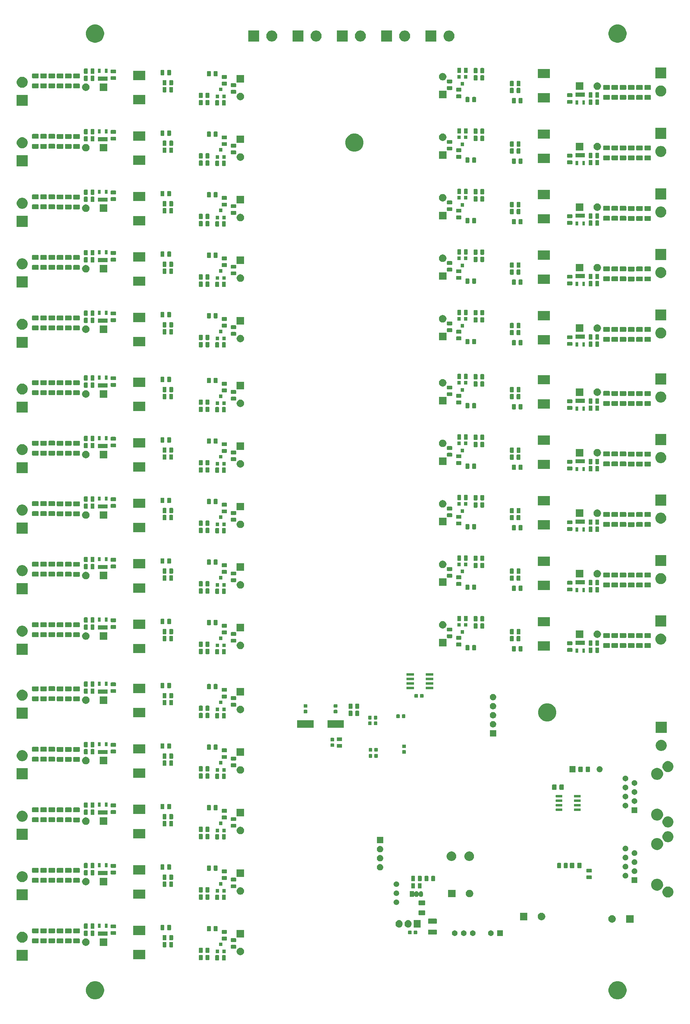
<source format=gbr>
G04 #@! TF.GenerationSoftware,KiCad,Pcbnew,(5.1.0)-1*
G04 #@! TF.CreationDate,2020-08-19T15:17:58+08:00*
G04 #@! TF.ProjectId,LED_driver,4c45445f-6472-4697-9665-722e6b696361,rev?*
G04 #@! TF.SameCoordinates,Original*
G04 #@! TF.FileFunction,Soldermask,Bot*
G04 #@! TF.FilePolarity,Negative*
%FSLAX46Y46*%
G04 Gerber Fmt 4.6, Leading zero omitted, Abs format (unit mm)*
G04 Created by KiCad (PCBNEW (5.1.0)-1) date 2020-08-19 15:17:58*
%MOMM*%
%LPD*%
G04 APERTURE LIST*
%ADD10C,0.150000*%
G04 APERTURE END LIST*
D10*
G36*
X227564098Y-323237033D02*
G01*
X228028350Y-323429332D01*
X228028352Y-323429333D01*
X228446168Y-323708509D01*
X228801491Y-324063832D01*
X229080667Y-324481648D01*
X229080668Y-324481650D01*
X229272967Y-324945902D01*
X229371000Y-325438747D01*
X229371000Y-325941253D01*
X229272967Y-326434098D01*
X229080668Y-326898350D01*
X229080667Y-326898352D01*
X228801491Y-327316168D01*
X228446168Y-327671491D01*
X228028352Y-327950667D01*
X228028351Y-327950668D01*
X228028350Y-327950668D01*
X227564098Y-328142967D01*
X227071253Y-328241000D01*
X226568747Y-328241000D01*
X226075902Y-328142967D01*
X225611650Y-327950668D01*
X225611649Y-327950668D01*
X225611648Y-327950667D01*
X225193832Y-327671491D01*
X224838509Y-327316168D01*
X224559333Y-326898352D01*
X224559332Y-326898350D01*
X224367033Y-326434098D01*
X224269000Y-325941253D01*
X224269000Y-325438747D01*
X224367033Y-324945902D01*
X224559332Y-324481650D01*
X224559333Y-324481648D01*
X224838509Y-324063832D01*
X225193832Y-323708509D01*
X225611648Y-323429333D01*
X225611650Y-323429332D01*
X226075902Y-323237033D01*
X226568747Y-323139000D01*
X227071253Y-323139000D01*
X227564098Y-323237033D01*
X227564098Y-323237033D01*
G37*
G36*
X80744098Y-323237033D02*
G01*
X81208350Y-323429332D01*
X81208352Y-323429333D01*
X81626168Y-323708509D01*
X81981491Y-324063832D01*
X82260667Y-324481648D01*
X82260668Y-324481650D01*
X82452967Y-324945902D01*
X82551000Y-325438747D01*
X82551000Y-325941253D01*
X82452967Y-326434098D01*
X82260668Y-326898350D01*
X82260667Y-326898352D01*
X81981491Y-327316168D01*
X81626168Y-327671491D01*
X81208352Y-327950667D01*
X81208351Y-327950668D01*
X81208350Y-327950668D01*
X80744098Y-328142967D01*
X80251253Y-328241000D01*
X79748747Y-328241000D01*
X79255902Y-328142967D01*
X78791650Y-327950668D01*
X78791649Y-327950668D01*
X78791648Y-327950667D01*
X78373832Y-327671491D01*
X78018509Y-327316168D01*
X77739333Y-326898352D01*
X77739332Y-326898350D01*
X77547033Y-326434098D01*
X77449000Y-325941253D01*
X77449000Y-325438747D01*
X77547033Y-324945902D01*
X77739332Y-324481650D01*
X77739333Y-324481648D01*
X78018509Y-324063832D01*
X78373832Y-323708509D01*
X78791648Y-323429333D01*
X78791650Y-323429332D01*
X79255902Y-323237033D01*
X79748747Y-323139000D01*
X80251253Y-323139000D01*
X80744098Y-323237033D01*
X80744098Y-323237033D01*
G37*
G36*
X61091000Y-317411000D02*
G01*
X57989000Y-317411000D01*
X57989000Y-314309000D01*
X61091000Y-314309000D01*
X61091000Y-317411000D01*
X61091000Y-317411000D01*
G37*
G36*
X114694468Y-315813565D02*
G01*
X114733138Y-315825296D01*
X114768777Y-315844346D01*
X114800017Y-315869983D01*
X114825654Y-315901223D01*
X114844704Y-315936862D01*
X114856435Y-315975532D01*
X114861000Y-316021888D01*
X114861000Y-317098112D01*
X114856435Y-317144468D01*
X114844704Y-317183138D01*
X114825654Y-317218777D01*
X114800017Y-317250017D01*
X114768777Y-317275654D01*
X114733138Y-317294704D01*
X114694468Y-317306435D01*
X114648112Y-317311000D01*
X113996888Y-317311000D01*
X113950532Y-317306435D01*
X113911862Y-317294704D01*
X113876223Y-317275654D01*
X113844983Y-317250017D01*
X113819346Y-317218777D01*
X113800296Y-317183138D01*
X113788565Y-317144468D01*
X113784000Y-317098112D01*
X113784000Y-316021888D01*
X113788565Y-315975532D01*
X113800296Y-315936862D01*
X113819346Y-315901223D01*
X113844983Y-315869983D01*
X113876223Y-315844346D01*
X113911862Y-315825296D01*
X113950532Y-315813565D01*
X113996888Y-315809000D01*
X114648112Y-315809000D01*
X114694468Y-315813565D01*
X114694468Y-315813565D01*
G37*
G36*
X116569468Y-315813565D02*
G01*
X116608138Y-315825296D01*
X116643777Y-315844346D01*
X116675017Y-315869983D01*
X116700654Y-315901223D01*
X116719704Y-315936862D01*
X116731435Y-315975532D01*
X116736000Y-316021888D01*
X116736000Y-317098112D01*
X116731435Y-317144468D01*
X116719704Y-317183138D01*
X116700654Y-317218777D01*
X116675017Y-317250017D01*
X116643777Y-317275654D01*
X116608138Y-317294704D01*
X116569468Y-317306435D01*
X116523112Y-317311000D01*
X115871888Y-317311000D01*
X115825532Y-317306435D01*
X115786862Y-317294704D01*
X115751223Y-317275654D01*
X115719983Y-317250017D01*
X115694346Y-317218777D01*
X115675296Y-317183138D01*
X115663565Y-317144468D01*
X115659000Y-317098112D01*
X115659000Y-316021888D01*
X115663565Y-315975532D01*
X115675296Y-315936862D01*
X115694346Y-315901223D01*
X115719983Y-315869983D01*
X115751223Y-315844346D01*
X115786862Y-315825296D01*
X115825532Y-315813565D01*
X115871888Y-315809000D01*
X116523112Y-315809000D01*
X116569468Y-315813565D01*
X116569468Y-315813565D01*
G37*
G36*
X111963468Y-315753565D02*
G01*
X112002138Y-315765296D01*
X112037777Y-315784346D01*
X112069017Y-315809983D01*
X112094654Y-315841223D01*
X112113704Y-315876862D01*
X112125435Y-315915532D01*
X112130000Y-315961888D01*
X112130000Y-317038112D01*
X112125435Y-317084468D01*
X112113704Y-317123138D01*
X112094654Y-317158777D01*
X112069017Y-317190017D01*
X112037777Y-317215654D01*
X112002138Y-317234704D01*
X111963468Y-317246435D01*
X111917112Y-317251000D01*
X111265888Y-317251000D01*
X111219532Y-317246435D01*
X111180862Y-317234704D01*
X111145223Y-317215654D01*
X111113983Y-317190017D01*
X111088346Y-317158777D01*
X111069296Y-317123138D01*
X111057565Y-317084468D01*
X111053000Y-317038112D01*
X111053000Y-315961888D01*
X111057565Y-315915532D01*
X111069296Y-315876862D01*
X111088346Y-315841223D01*
X111113983Y-315809983D01*
X111145223Y-315784346D01*
X111180862Y-315765296D01*
X111219532Y-315753565D01*
X111265888Y-315749000D01*
X111917112Y-315749000D01*
X111963468Y-315753565D01*
X111963468Y-315753565D01*
G37*
G36*
X110088468Y-315753565D02*
G01*
X110127138Y-315765296D01*
X110162777Y-315784346D01*
X110194017Y-315809983D01*
X110219654Y-315841223D01*
X110238704Y-315876862D01*
X110250435Y-315915532D01*
X110255000Y-315961888D01*
X110255000Y-317038112D01*
X110250435Y-317084468D01*
X110238704Y-317123138D01*
X110219654Y-317158777D01*
X110194017Y-317190017D01*
X110162777Y-317215654D01*
X110127138Y-317234704D01*
X110088468Y-317246435D01*
X110042112Y-317251000D01*
X109390888Y-317251000D01*
X109344532Y-317246435D01*
X109305862Y-317234704D01*
X109270223Y-317215654D01*
X109238983Y-317190017D01*
X109213346Y-317158777D01*
X109194296Y-317123138D01*
X109182565Y-317084468D01*
X109178000Y-317038112D01*
X109178000Y-315961888D01*
X109182565Y-315915532D01*
X109194296Y-315876862D01*
X109213346Y-315841223D01*
X109238983Y-315809983D01*
X109270223Y-315784346D01*
X109305862Y-315765296D01*
X109344532Y-315753565D01*
X109390888Y-315749000D01*
X110042112Y-315749000D01*
X110088468Y-315753565D01*
X110088468Y-315753565D01*
G37*
G36*
X94131000Y-316971000D02*
G01*
X90729000Y-316971000D01*
X90729000Y-314369000D01*
X94131000Y-314369000D01*
X94131000Y-316971000D01*
X94131000Y-316971000D01*
G37*
G36*
X121136564Y-313779389D02*
G01*
X121282380Y-313839788D01*
X121327835Y-313858616D01*
X121364645Y-313883212D01*
X121499973Y-313973635D01*
X121646365Y-314120027D01*
X121761385Y-314292167D01*
X121840611Y-314483436D01*
X121881000Y-314686484D01*
X121881000Y-314893516D01*
X121840611Y-315096564D01*
X121791787Y-315214435D01*
X121761384Y-315287835D01*
X121646365Y-315459973D01*
X121499973Y-315606365D01*
X121327835Y-315721384D01*
X121327834Y-315721385D01*
X121327833Y-315721385D01*
X121136564Y-315800611D01*
X120933516Y-315841000D01*
X120726484Y-315841000D01*
X120523436Y-315800611D01*
X120332167Y-315721385D01*
X120332166Y-315721385D01*
X120332165Y-315721384D01*
X120160027Y-315606365D01*
X120013635Y-315459973D01*
X119898616Y-315287835D01*
X119868213Y-315214435D01*
X119819389Y-315096564D01*
X119779000Y-314893516D01*
X119779000Y-314686484D01*
X119819389Y-314483436D01*
X119898615Y-314292167D01*
X120013635Y-314120027D01*
X120160027Y-313973635D01*
X120295355Y-313883212D01*
X120332165Y-313858616D01*
X120377620Y-313839788D01*
X120523436Y-313779389D01*
X120726484Y-313739000D01*
X120933516Y-313739000D01*
X121136564Y-313779389D01*
X121136564Y-313779389D01*
G37*
G36*
X116711000Y-315281000D02*
G01*
X115809000Y-315281000D01*
X115809000Y-314279000D01*
X116711000Y-314279000D01*
X116711000Y-315281000D01*
X116711000Y-315281000D01*
G37*
G36*
X114811000Y-315281000D02*
G01*
X113909000Y-315281000D01*
X113909000Y-314279000D01*
X114811000Y-314279000D01*
X114811000Y-315281000D01*
X114811000Y-315281000D01*
G37*
G36*
X111963468Y-313721565D02*
G01*
X112002138Y-313733296D01*
X112037777Y-313752346D01*
X112069017Y-313777983D01*
X112094654Y-313809223D01*
X112113704Y-313844862D01*
X112125435Y-313883532D01*
X112130000Y-313929888D01*
X112130000Y-315006112D01*
X112125435Y-315052468D01*
X112113704Y-315091138D01*
X112094654Y-315126777D01*
X112069017Y-315158017D01*
X112037777Y-315183654D01*
X112002138Y-315202704D01*
X111963468Y-315214435D01*
X111917112Y-315219000D01*
X111265888Y-315219000D01*
X111219532Y-315214435D01*
X111180862Y-315202704D01*
X111145223Y-315183654D01*
X111113983Y-315158017D01*
X111088346Y-315126777D01*
X111069296Y-315091138D01*
X111057565Y-315052468D01*
X111053000Y-315006112D01*
X111053000Y-313929888D01*
X111057565Y-313883532D01*
X111069296Y-313844862D01*
X111088346Y-313809223D01*
X111113983Y-313777983D01*
X111145223Y-313752346D01*
X111180862Y-313733296D01*
X111219532Y-313721565D01*
X111265888Y-313717000D01*
X111917112Y-313717000D01*
X111963468Y-313721565D01*
X111963468Y-313721565D01*
G37*
G36*
X110088468Y-313721565D02*
G01*
X110127138Y-313733296D01*
X110162777Y-313752346D01*
X110194017Y-313777983D01*
X110219654Y-313809223D01*
X110238704Y-313844862D01*
X110250435Y-313883532D01*
X110255000Y-313929888D01*
X110255000Y-315006112D01*
X110250435Y-315052468D01*
X110238704Y-315091138D01*
X110219654Y-315126777D01*
X110194017Y-315158017D01*
X110162777Y-315183654D01*
X110127138Y-315202704D01*
X110088468Y-315214435D01*
X110042112Y-315219000D01*
X109390888Y-315219000D01*
X109344532Y-315214435D01*
X109305862Y-315202704D01*
X109270223Y-315183654D01*
X109238983Y-315158017D01*
X109213346Y-315126777D01*
X109194296Y-315091138D01*
X109182565Y-315052468D01*
X109178000Y-315006112D01*
X109178000Y-313929888D01*
X109182565Y-313883532D01*
X109194296Y-313844862D01*
X109213346Y-313809223D01*
X109238983Y-313777983D01*
X109270223Y-313752346D01*
X109305862Y-313733296D01*
X109344532Y-313721565D01*
X109390888Y-313717000D01*
X110042112Y-313717000D01*
X110088468Y-313721565D01*
X110088468Y-313721565D01*
G37*
G36*
X119484468Y-312933565D02*
G01*
X119523138Y-312945296D01*
X119558777Y-312964346D01*
X119590017Y-312989983D01*
X119615654Y-313021223D01*
X119634704Y-313056862D01*
X119646435Y-313095532D01*
X119651000Y-313141888D01*
X119651000Y-313793112D01*
X119646435Y-313839468D01*
X119634704Y-313878138D01*
X119615654Y-313913777D01*
X119590017Y-313945017D01*
X119558777Y-313970654D01*
X119523138Y-313989704D01*
X119484468Y-314001435D01*
X119438112Y-314006000D01*
X118361888Y-314006000D01*
X118315532Y-314001435D01*
X118276862Y-313989704D01*
X118241223Y-313970654D01*
X118209983Y-313945017D01*
X118184346Y-313913777D01*
X118165296Y-313878138D01*
X118153565Y-313839468D01*
X118149000Y-313793112D01*
X118149000Y-313141888D01*
X118153565Y-313095532D01*
X118165296Y-313056862D01*
X118184346Y-313021223D01*
X118209983Y-312989983D01*
X118241223Y-312964346D01*
X118276862Y-312945296D01*
X118315532Y-312933565D01*
X118361888Y-312929000D01*
X119438112Y-312929000D01*
X119484468Y-312933565D01*
X119484468Y-312933565D01*
G37*
G36*
X99894468Y-312123565D02*
G01*
X99933138Y-312135296D01*
X99968777Y-312154346D01*
X100000017Y-312179983D01*
X100025654Y-312211223D01*
X100044704Y-312246862D01*
X100056435Y-312285532D01*
X100061000Y-312331888D01*
X100061000Y-313408112D01*
X100056435Y-313454468D01*
X100044704Y-313493138D01*
X100025654Y-313528777D01*
X100000017Y-313560017D01*
X99968777Y-313585654D01*
X99933138Y-313604704D01*
X99894468Y-313616435D01*
X99848112Y-313621000D01*
X99196888Y-313621000D01*
X99150532Y-313616435D01*
X99111862Y-313604704D01*
X99076223Y-313585654D01*
X99044983Y-313560017D01*
X99019346Y-313528777D01*
X99000296Y-313493138D01*
X98988565Y-313454468D01*
X98984000Y-313408112D01*
X98984000Y-312331888D01*
X98988565Y-312285532D01*
X99000296Y-312246862D01*
X99019346Y-312211223D01*
X99044983Y-312179983D01*
X99076223Y-312154346D01*
X99111862Y-312135296D01*
X99150532Y-312123565D01*
X99196888Y-312119000D01*
X99848112Y-312119000D01*
X99894468Y-312123565D01*
X99894468Y-312123565D01*
G37*
G36*
X101769468Y-312123565D02*
G01*
X101808138Y-312135296D01*
X101843777Y-312154346D01*
X101875017Y-312179983D01*
X101900654Y-312211223D01*
X101919704Y-312246862D01*
X101931435Y-312285532D01*
X101936000Y-312331888D01*
X101936000Y-313408112D01*
X101931435Y-313454468D01*
X101919704Y-313493138D01*
X101900654Y-313528777D01*
X101875017Y-313560017D01*
X101843777Y-313585654D01*
X101808138Y-313604704D01*
X101769468Y-313616435D01*
X101723112Y-313621000D01*
X101071888Y-313621000D01*
X101025532Y-313616435D01*
X100986862Y-313604704D01*
X100951223Y-313585654D01*
X100919983Y-313560017D01*
X100894346Y-313528777D01*
X100875296Y-313493138D01*
X100863565Y-313454468D01*
X100859000Y-313408112D01*
X100859000Y-312331888D01*
X100863565Y-312285532D01*
X100875296Y-312246862D01*
X100894346Y-312211223D01*
X100919983Y-312179983D01*
X100951223Y-312154346D01*
X100986862Y-312135296D01*
X101025532Y-312123565D01*
X101071888Y-312119000D01*
X101723112Y-312119000D01*
X101769468Y-312123565D01*
X101769468Y-312123565D01*
G37*
G36*
X115761000Y-313281000D02*
G01*
X114859000Y-313281000D01*
X114859000Y-312279000D01*
X115761000Y-312279000D01*
X115761000Y-313281000D01*
X115761000Y-313281000D01*
G37*
G36*
X77706564Y-311149389D02*
G01*
X77897833Y-311228615D01*
X77897835Y-311228616D01*
X78069973Y-311343635D01*
X78216365Y-311490027D01*
X78323693Y-311650654D01*
X78331385Y-311662167D01*
X78410611Y-311853436D01*
X78451000Y-312056484D01*
X78451000Y-312263516D01*
X78410611Y-312466564D01*
X78402560Y-312486000D01*
X78331384Y-312657835D01*
X78216365Y-312829973D01*
X78069973Y-312976365D01*
X77897835Y-313091384D01*
X77897834Y-313091385D01*
X77897833Y-313091385D01*
X77706564Y-313170611D01*
X77503516Y-313211000D01*
X77296484Y-313211000D01*
X77093436Y-313170611D01*
X76902167Y-313091385D01*
X76902166Y-313091385D01*
X76902165Y-313091384D01*
X76730027Y-312976365D01*
X76583635Y-312829973D01*
X76468616Y-312657835D01*
X76397440Y-312486000D01*
X76389389Y-312466564D01*
X76349000Y-312263516D01*
X76349000Y-312056484D01*
X76389389Y-311853436D01*
X76468615Y-311662167D01*
X76476308Y-311650654D01*
X76583635Y-311490027D01*
X76730027Y-311343635D01*
X76902165Y-311228616D01*
X76902167Y-311228615D01*
X77093436Y-311149389D01*
X77296484Y-311109000D01*
X77503516Y-311109000D01*
X77706564Y-311149389D01*
X77706564Y-311149389D01*
G37*
G36*
X83451000Y-313211000D02*
G01*
X81349000Y-313211000D01*
X81349000Y-311109000D01*
X83451000Y-311109000D01*
X83451000Y-313211000D01*
X83451000Y-313211000D01*
G37*
G36*
X75558604Y-311138347D02*
G01*
X75595144Y-311149432D01*
X75628821Y-311167433D01*
X75658341Y-311191659D01*
X75682567Y-311221179D01*
X75700568Y-311254856D01*
X75711653Y-311291396D01*
X75716000Y-311335538D01*
X75716000Y-312284462D01*
X75711653Y-312328604D01*
X75700568Y-312365144D01*
X75682567Y-312398821D01*
X75658341Y-312428341D01*
X75628821Y-312452567D01*
X75595144Y-312470568D01*
X75558604Y-312481653D01*
X75514462Y-312486000D01*
X74065538Y-312486000D01*
X74021396Y-312481653D01*
X73984856Y-312470568D01*
X73951179Y-312452567D01*
X73921659Y-312428341D01*
X73897433Y-312398821D01*
X73879432Y-312365144D01*
X73868347Y-312328604D01*
X73864000Y-312284462D01*
X73864000Y-311335538D01*
X73868347Y-311291396D01*
X73879432Y-311254856D01*
X73897433Y-311221179D01*
X73921659Y-311191659D01*
X73951179Y-311167433D01*
X73984856Y-311149432D01*
X74021396Y-311138347D01*
X74065538Y-311134000D01*
X75514462Y-311134000D01*
X75558604Y-311138347D01*
X75558604Y-311138347D01*
G37*
G36*
X73248604Y-311128347D02*
G01*
X73285144Y-311139432D01*
X73318821Y-311157433D01*
X73348341Y-311181659D01*
X73372567Y-311211179D01*
X73390568Y-311244856D01*
X73401653Y-311281396D01*
X73406000Y-311325538D01*
X73406000Y-312274462D01*
X73401653Y-312318604D01*
X73390568Y-312355144D01*
X73372567Y-312388821D01*
X73348341Y-312418341D01*
X73318821Y-312442567D01*
X73285144Y-312460568D01*
X73248604Y-312471653D01*
X73204462Y-312476000D01*
X71755538Y-312476000D01*
X71711396Y-312471653D01*
X71674856Y-312460568D01*
X71641179Y-312442567D01*
X71611659Y-312418341D01*
X71587433Y-312388821D01*
X71569432Y-312355144D01*
X71558347Y-312318604D01*
X71554000Y-312274462D01*
X71554000Y-311325538D01*
X71558347Y-311281396D01*
X71569432Y-311244856D01*
X71587433Y-311211179D01*
X71611659Y-311181659D01*
X71641179Y-311157433D01*
X71674856Y-311139432D01*
X71711396Y-311128347D01*
X71755538Y-311124000D01*
X73204462Y-311124000D01*
X73248604Y-311128347D01*
X73248604Y-311128347D01*
G37*
G36*
X70938604Y-311128347D02*
G01*
X70975144Y-311139432D01*
X71008821Y-311157433D01*
X71038341Y-311181659D01*
X71062567Y-311211179D01*
X71080568Y-311244856D01*
X71091653Y-311281396D01*
X71096000Y-311325538D01*
X71096000Y-312274462D01*
X71091653Y-312318604D01*
X71080568Y-312355144D01*
X71062567Y-312388821D01*
X71038341Y-312418341D01*
X71008821Y-312442567D01*
X70975144Y-312460568D01*
X70938604Y-312471653D01*
X70894462Y-312476000D01*
X69445538Y-312476000D01*
X69401396Y-312471653D01*
X69364856Y-312460568D01*
X69331179Y-312442567D01*
X69301659Y-312418341D01*
X69277433Y-312388821D01*
X69259432Y-312355144D01*
X69248347Y-312318604D01*
X69244000Y-312274462D01*
X69244000Y-311325538D01*
X69248347Y-311281396D01*
X69259432Y-311244856D01*
X69277433Y-311211179D01*
X69301659Y-311181659D01*
X69331179Y-311157433D01*
X69364856Y-311139432D01*
X69401396Y-311128347D01*
X69445538Y-311124000D01*
X70894462Y-311124000D01*
X70938604Y-311128347D01*
X70938604Y-311128347D01*
G37*
G36*
X66298604Y-311108347D02*
G01*
X66335144Y-311119432D01*
X66368821Y-311137433D01*
X66398341Y-311161659D01*
X66422567Y-311191179D01*
X66440568Y-311224856D01*
X66451653Y-311261396D01*
X66456000Y-311305538D01*
X66456000Y-312254462D01*
X66451653Y-312298604D01*
X66440568Y-312335144D01*
X66422567Y-312368821D01*
X66398341Y-312398341D01*
X66368821Y-312422567D01*
X66335144Y-312440568D01*
X66298604Y-312451653D01*
X66254462Y-312456000D01*
X64805538Y-312456000D01*
X64761396Y-312451653D01*
X64724856Y-312440568D01*
X64691179Y-312422567D01*
X64661659Y-312398341D01*
X64637433Y-312368821D01*
X64619432Y-312335144D01*
X64608347Y-312298604D01*
X64604000Y-312254462D01*
X64604000Y-311305538D01*
X64608347Y-311261396D01*
X64619432Y-311224856D01*
X64637433Y-311191179D01*
X64661659Y-311161659D01*
X64691179Y-311137433D01*
X64724856Y-311119432D01*
X64761396Y-311108347D01*
X64805538Y-311104000D01*
X66254462Y-311104000D01*
X66298604Y-311108347D01*
X66298604Y-311108347D01*
G37*
G36*
X63998604Y-311108347D02*
G01*
X64035144Y-311119432D01*
X64068821Y-311137433D01*
X64098341Y-311161659D01*
X64122567Y-311191179D01*
X64140568Y-311224856D01*
X64151653Y-311261396D01*
X64156000Y-311305538D01*
X64156000Y-312254462D01*
X64151653Y-312298604D01*
X64140568Y-312335144D01*
X64122567Y-312368821D01*
X64098341Y-312398341D01*
X64068821Y-312422567D01*
X64035144Y-312440568D01*
X63998604Y-312451653D01*
X63954462Y-312456000D01*
X62505538Y-312456000D01*
X62461396Y-312451653D01*
X62424856Y-312440568D01*
X62391179Y-312422567D01*
X62361659Y-312398341D01*
X62337433Y-312368821D01*
X62319432Y-312335144D01*
X62308347Y-312298604D01*
X62304000Y-312254462D01*
X62304000Y-311305538D01*
X62308347Y-311261396D01*
X62319432Y-311224856D01*
X62337433Y-311191179D01*
X62361659Y-311161659D01*
X62391179Y-311137433D01*
X62424856Y-311119432D01*
X62461396Y-311108347D01*
X62505538Y-311104000D01*
X63954462Y-311104000D01*
X63998604Y-311108347D01*
X63998604Y-311108347D01*
G37*
G36*
X68618604Y-311098347D02*
G01*
X68655144Y-311109432D01*
X68688821Y-311127433D01*
X68718341Y-311151659D01*
X68742567Y-311181179D01*
X68760568Y-311214856D01*
X68771653Y-311251396D01*
X68776000Y-311295538D01*
X68776000Y-312244462D01*
X68771653Y-312288604D01*
X68760568Y-312325144D01*
X68742567Y-312358821D01*
X68718341Y-312388341D01*
X68688821Y-312412567D01*
X68655144Y-312430568D01*
X68618604Y-312441653D01*
X68574462Y-312446000D01*
X67125538Y-312446000D01*
X67081396Y-312441653D01*
X67044856Y-312430568D01*
X67011179Y-312412567D01*
X66981659Y-312388341D01*
X66957433Y-312358821D01*
X66939432Y-312325144D01*
X66928347Y-312288604D01*
X66924000Y-312244462D01*
X66924000Y-311295538D01*
X66928347Y-311251396D01*
X66939432Y-311214856D01*
X66957433Y-311181179D01*
X66981659Y-311151659D01*
X67011179Y-311127433D01*
X67044856Y-311109432D01*
X67081396Y-311098347D01*
X67125538Y-311094000D01*
X68574462Y-311094000D01*
X68618604Y-311098347D01*
X68618604Y-311098347D01*
G37*
G36*
X59725599Y-309235532D02*
G01*
X59992410Y-309288604D01*
X60274674Y-309405521D01*
X60528705Y-309575259D01*
X60744741Y-309791295D01*
X60914479Y-310045326D01*
X61031396Y-310327590D01*
X61044746Y-310394704D01*
X61090614Y-310625296D01*
X61091000Y-310627240D01*
X61091000Y-310932760D01*
X61031396Y-311232410D01*
X60914479Y-311514674D01*
X60744741Y-311768705D01*
X60528705Y-311984741D01*
X60274674Y-312154479D01*
X59992410Y-312271396D01*
X59922952Y-312285212D01*
X59692761Y-312331000D01*
X59387239Y-312331000D01*
X59157048Y-312285212D01*
X59087590Y-312271396D01*
X58805326Y-312154479D01*
X58551295Y-311984741D01*
X58335259Y-311768705D01*
X58165521Y-311514674D01*
X58048604Y-311232410D01*
X57989000Y-310932760D01*
X57989000Y-310627240D01*
X57989387Y-310625296D01*
X58035254Y-310394704D01*
X58048604Y-310327590D01*
X58165521Y-310045326D01*
X58335259Y-309791295D01*
X58551295Y-309575259D01*
X58805326Y-309405521D01*
X59087590Y-309288604D01*
X59354401Y-309235532D01*
X59387239Y-309229000D01*
X59692761Y-309229000D01*
X59725599Y-309235532D01*
X59725599Y-309235532D01*
G37*
G36*
X119484468Y-311058565D02*
G01*
X119523138Y-311070296D01*
X119558777Y-311089346D01*
X119590017Y-311114983D01*
X119615654Y-311146223D01*
X119634704Y-311181862D01*
X119646435Y-311220532D01*
X119651000Y-311266888D01*
X119651000Y-311918112D01*
X119646435Y-311964468D01*
X119634704Y-312003138D01*
X119615654Y-312038777D01*
X119590017Y-312070017D01*
X119558777Y-312095654D01*
X119523138Y-312114704D01*
X119484468Y-312126435D01*
X119438112Y-312131000D01*
X118361888Y-312131000D01*
X118315532Y-312126435D01*
X118276862Y-312114704D01*
X118241223Y-312095654D01*
X118209983Y-312070017D01*
X118184346Y-312038777D01*
X118165296Y-312003138D01*
X118153565Y-311964468D01*
X118149000Y-311918112D01*
X118149000Y-311266888D01*
X118153565Y-311220532D01*
X118165296Y-311181862D01*
X118184346Y-311146223D01*
X118209983Y-311114983D01*
X118241223Y-311089346D01*
X118276862Y-311070296D01*
X118315532Y-311058565D01*
X118361888Y-311054000D01*
X119438112Y-311054000D01*
X119484468Y-311058565D01*
X119484468Y-311058565D01*
G37*
G36*
X116904468Y-310613565D02*
G01*
X116943138Y-310625296D01*
X116978777Y-310644346D01*
X117010017Y-310669983D01*
X117035654Y-310701223D01*
X117054704Y-310736862D01*
X117066435Y-310775532D01*
X117071000Y-310821888D01*
X117071000Y-311473112D01*
X117066435Y-311519468D01*
X117054704Y-311558138D01*
X117035654Y-311593777D01*
X117010017Y-311625017D01*
X116978777Y-311650654D01*
X116943138Y-311669704D01*
X116904468Y-311681435D01*
X116858112Y-311686000D01*
X115781888Y-311686000D01*
X115735532Y-311681435D01*
X115696862Y-311669704D01*
X115661223Y-311650654D01*
X115629983Y-311625017D01*
X115604346Y-311593777D01*
X115585296Y-311558138D01*
X115573565Y-311519468D01*
X115569000Y-311473112D01*
X115569000Y-310821888D01*
X115573565Y-310775532D01*
X115585296Y-310736862D01*
X115604346Y-310701223D01*
X115629983Y-310669983D01*
X115661223Y-310644346D01*
X115696862Y-310625296D01*
X115735532Y-310613565D01*
X115781888Y-310609000D01*
X116858112Y-310609000D01*
X116904468Y-310613565D01*
X116904468Y-310613565D01*
G37*
G36*
X101771968Y-310167565D02*
G01*
X101810638Y-310179296D01*
X101846277Y-310198346D01*
X101877517Y-310223983D01*
X101903154Y-310255223D01*
X101922204Y-310290862D01*
X101933935Y-310329532D01*
X101938500Y-310375888D01*
X101938500Y-311452112D01*
X101933935Y-311498468D01*
X101922204Y-311537138D01*
X101903154Y-311572777D01*
X101877517Y-311604017D01*
X101846277Y-311629654D01*
X101810638Y-311648704D01*
X101771968Y-311660435D01*
X101725612Y-311665000D01*
X101074388Y-311665000D01*
X101028032Y-311660435D01*
X100989362Y-311648704D01*
X100953723Y-311629654D01*
X100922483Y-311604017D01*
X100896846Y-311572777D01*
X100877796Y-311537138D01*
X100866065Y-311498468D01*
X100861500Y-311452112D01*
X100861500Y-310375888D01*
X100866065Y-310329532D01*
X100877796Y-310290862D01*
X100896846Y-310255223D01*
X100922483Y-310223983D01*
X100953723Y-310198346D01*
X100989362Y-310179296D01*
X101028032Y-310167565D01*
X101074388Y-310163000D01*
X101725612Y-310163000D01*
X101771968Y-310167565D01*
X101771968Y-310167565D01*
G37*
G36*
X99896968Y-310167565D02*
G01*
X99935638Y-310179296D01*
X99971277Y-310198346D01*
X100002517Y-310223983D01*
X100028154Y-310255223D01*
X100047204Y-310290862D01*
X100058935Y-310329532D01*
X100063500Y-310375888D01*
X100063500Y-311452112D01*
X100058935Y-311498468D01*
X100047204Y-311537138D01*
X100028154Y-311572777D01*
X100002517Y-311604017D01*
X99971277Y-311629654D01*
X99935638Y-311648704D01*
X99896968Y-311660435D01*
X99850612Y-311665000D01*
X99199388Y-311665000D01*
X99153032Y-311660435D01*
X99114362Y-311648704D01*
X99078723Y-311629654D01*
X99047483Y-311604017D01*
X99021846Y-311572777D01*
X99002796Y-311537138D01*
X98991065Y-311498468D01*
X98986500Y-311452112D01*
X98986500Y-310375888D01*
X98991065Y-310329532D01*
X99002796Y-310290862D01*
X99021846Y-310255223D01*
X99047483Y-310223983D01*
X99078723Y-310198346D01*
X99114362Y-310179296D01*
X99153032Y-310167565D01*
X99199388Y-310163000D01*
X99850612Y-310163000D01*
X99896968Y-310167565D01*
X99896968Y-310167565D01*
G37*
G36*
X121881000Y-310841000D02*
G01*
X119779000Y-310841000D01*
X119779000Y-308739000D01*
X121881000Y-308739000D01*
X121881000Y-310841000D01*
X121881000Y-310841000D01*
G37*
G36*
X191308571Y-308842863D02*
G01*
X191387023Y-308850590D01*
X191487682Y-308881125D01*
X191538013Y-308896392D01*
X191677165Y-308970771D01*
X191799133Y-309070867D01*
X191899229Y-309192835D01*
X191973608Y-309331987D01*
X191973608Y-309331988D01*
X192019410Y-309482977D01*
X192034875Y-309640000D01*
X192019410Y-309797023D01*
X191989752Y-309894791D01*
X191973608Y-309948013D01*
X191899229Y-310087165D01*
X191799133Y-310209133D01*
X191677165Y-310309229D01*
X191538013Y-310383608D01*
X191487682Y-310398875D01*
X191387023Y-310429410D01*
X191308571Y-310437137D01*
X191269346Y-310441000D01*
X191190654Y-310441000D01*
X191151429Y-310437137D01*
X191072977Y-310429410D01*
X190972318Y-310398875D01*
X190921987Y-310383608D01*
X190782835Y-310309229D01*
X190660867Y-310209133D01*
X190560771Y-310087165D01*
X190486392Y-309948013D01*
X190470248Y-309894791D01*
X190440590Y-309797023D01*
X190425125Y-309640000D01*
X190440590Y-309482977D01*
X190486392Y-309331988D01*
X190486392Y-309331987D01*
X190560771Y-309192835D01*
X190660867Y-309070867D01*
X190782835Y-308970771D01*
X190921987Y-308896392D01*
X190972318Y-308881125D01*
X191072977Y-308850590D01*
X191151429Y-308842863D01*
X191190654Y-308839000D01*
X191269346Y-308839000D01*
X191308571Y-308842863D01*
X191308571Y-308842863D01*
G37*
G36*
X183688571Y-308842863D02*
G01*
X183767023Y-308850590D01*
X183867682Y-308881125D01*
X183918013Y-308896392D01*
X184057165Y-308970771D01*
X184179133Y-309070867D01*
X184279229Y-309192835D01*
X184353608Y-309331987D01*
X184353608Y-309331988D01*
X184399410Y-309482977D01*
X184414875Y-309640000D01*
X184399410Y-309797023D01*
X184369752Y-309894791D01*
X184353608Y-309948013D01*
X184279229Y-310087165D01*
X184179133Y-310209133D01*
X184057165Y-310309229D01*
X183918013Y-310383608D01*
X183867682Y-310398875D01*
X183767023Y-310429410D01*
X183688571Y-310437137D01*
X183649346Y-310441000D01*
X183570654Y-310441000D01*
X183531429Y-310437137D01*
X183452977Y-310429410D01*
X183352318Y-310398875D01*
X183301987Y-310383608D01*
X183162835Y-310309229D01*
X183040867Y-310209133D01*
X182940771Y-310087165D01*
X182866392Y-309948013D01*
X182850248Y-309894791D01*
X182820590Y-309797023D01*
X182805125Y-309640000D01*
X182820590Y-309482977D01*
X182866392Y-309331988D01*
X182866392Y-309331987D01*
X182940771Y-309192835D01*
X183040867Y-309070867D01*
X183162835Y-308970771D01*
X183301987Y-308896392D01*
X183352318Y-308881125D01*
X183452977Y-308850590D01*
X183531429Y-308842863D01*
X183570654Y-308839000D01*
X183649346Y-308839000D01*
X183688571Y-308842863D01*
X183688571Y-308842863D01*
G37*
G36*
X181148571Y-308842863D02*
G01*
X181227023Y-308850590D01*
X181327682Y-308881125D01*
X181378013Y-308896392D01*
X181517165Y-308970771D01*
X181639133Y-309070867D01*
X181739229Y-309192835D01*
X181813608Y-309331987D01*
X181813608Y-309331988D01*
X181859410Y-309482977D01*
X181874875Y-309640000D01*
X181859410Y-309797023D01*
X181829752Y-309894791D01*
X181813608Y-309948013D01*
X181739229Y-310087165D01*
X181639133Y-310209133D01*
X181517165Y-310309229D01*
X181378013Y-310383608D01*
X181327682Y-310398875D01*
X181227023Y-310429410D01*
X181148571Y-310437137D01*
X181109346Y-310441000D01*
X181030654Y-310441000D01*
X180991429Y-310437137D01*
X180912977Y-310429410D01*
X180812318Y-310398875D01*
X180761987Y-310383608D01*
X180622835Y-310309229D01*
X180500867Y-310209133D01*
X180400771Y-310087165D01*
X180326392Y-309948013D01*
X180310248Y-309894791D01*
X180280590Y-309797023D01*
X180265125Y-309640000D01*
X180280590Y-309482977D01*
X180326392Y-309331988D01*
X180326392Y-309331987D01*
X180400771Y-309192835D01*
X180500867Y-309070867D01*
X180622835Y-308970771D01*
X180761987Y-308896392D01*
X180812318Y-308881125D01*
X180912977Y-308850590D01*
X180991429Y-308842863D01*
X181030654Y-308839000D01*
X181109346Y-308839000D01*
X181148571Y-308842863D01*
X181148571Y-308842863D01*
G37*
G36*
X186228571Y-308842863D02*
G01*
X186307023Y-308850590D01*
X186407682Y-308881125D01*
X186458013Y-308896392D01*
X186597165Y-308970771D01*
X186719133Y-309070867D01*
X186819229Y-309192835D01*
X186893608Y-309331987D01*
X186893608Y-309331988D01*
X186939410Y-309482977D01*
X186954875Y-309640000D01*
X186939410Y-309797023D01*
X186909752Y-309894791D01*
X186893608Y-309948013D01*
X186819229Y-310087165D01*
X186719133Y-310209133D01*
X186597165Y-310309229D01*
X186458013Y-310383608D01*
X186407682Y-310398875D01*
X186307023Y-310429410D01*
X186228571Y-310437137D01*
X186189346Y-310441000D01*
X186110654Y-310441000D01*
X186071429Y-310437137D01*
X185992977Y-310429410D01*
X185892318Y-310398875D01*
X185841987Y-310383608D01*
X185702835Y-310309229D01*
X185580867Y-310209133D01*
X185480771Y-310087165D01*
X185406392Y-309948013D01*
X185390248Y-309894791D01*
X185360590Y-309797023D01*
X185345125Y-309640000D01*
X185360590Y-309482977D01*
X185406392Y-309331988D01*
X185406392Y-309331987D01*
X185480771Y-309192835D01*
X185580867Y-309070867D01*
X185702835Y-308970771D01*
X185841987Y-308896392D01*
X185892318Y-308881125D01*
X185992977Y-308850590D01*
X186071429Y-308842863D01*
X186110654Y-308839000D01*
X186189346Y-308839000D01*
X186228571Y-308842863D01*
X186228571Y-308842863D01*
G37*
G36*
X194571000Y-310441000D02*
G01*
X192969000Y-310441000D01*
X192969000Y-308839000D01*
X194571000Y-308839000D01*
X194571000Y-310441000D01*
X194571000Y-310441000D01*
G37*
G36*
X79659468Y-308913565D02*
G01*
X79698138Y-308925296D01*
X79733777Y-308944346D01*
X79765017Y-308969983D01*
X79790654Y-309001223D01*
X79809704Y-309036862D01*
X79821435Y-309075532D01*
X79826000Y-309121888D01*
X79826000Y-310198112D01*
X79821435Y-310244468D01*
X79809704Y-310283138D01*
X79790654Y-310318777D01*
X79765017Y-310350017D01*
X79733777Y-310375654D01*
X79698138Y-310394704D01*
X79659468Y-310406435D01*
X79613112Y-310411000D01*
X78961888Y-310411000D01*
X78915532Y-310406435D01*
X78876862Y-310394704D01*
X78841223Y-310375654D01*
X78809983Y-310350017D01*
X78784346Y-310318777D01*
X78765296Y-310283138D01*
X78753565Y-310244468D01*
X78749000Y-310198112D01*
X78749000Y-309121888D01*
X78753565Y-309075532D01*
X78765296Y-309036862D01*
X78784346Y-309001223D01*
X78809983Y-308969983D01*
X78841223Y-308944346D01*
X78876862Y-308925296D01*
X78915532Y-308913565D01*
X78961888Y-308909000D01*
X79613112Y-308909000D01*
X79659468Y-308913565D01*
X79659468Y-308913565D01*
G37*
G36*
X77784468Y-308913565D02*
G01*
X77823138Y-308925296D01*
X77858777Y-308944346D01*
X77890017Y-308969983D01*
X77915654Y-309001223D01*
X77934704Y-309036862D01*
X77946435Y-309075532D01*
X77951000Y-309121888D01*
X77951000Y-310198112D01*
X77946435Y-310244468D01*
X77934704Y-310283138D01*
X77915654Y-310318777D01*
X77890017Y-310350017D01*
X77858777Y-310375654D01*
X77823138Y-310394704D01*
X77784468Y-310406435D01*
X77738112Y-310411000D01*
X77086888Y-310411000D01*
X77040532Y-310406435D01*
X77001862Y-310394704D01*
X76966223Y-310375654D01*
X76934983Y-310350017D01*
X76909346Y-310318777D01*
X76890296Y-310283138D01*
X76878565Y-310244468D01*
X76874000Y-310198112D01*
X76874000Y-309121888D01*
X76878565Y-309075532D01*
X76890296Y-309036862D01*
X76909346Y-309001223D01*
X76934983Y-308969983D01*
X76966223Y-308944346D01*
X77001862Y-308925296D01*
X77040532Y-308913565D01*
X77086888Y-308909000D01*
X77738112Y-308909000D01*
X77784468Y-308913565D01*
X77784468Y-308913565D01*
G37*
G36*
X83496000Y-310341000D02*
G01*
X80844000Y-310341000D01*
X80844000Y-309179000D01*
X83496000Y-309179000D01*
X83496000Y-310341000D01*
X83496000Y-310341000D01*
G37*
G36*
X94131000Y-310171000D02*
G01*
X90729000Y-310171000D01*
X90729000Y-307569000D01*
X94131000Y-307569000D01*
X94131000Y-310171000D01*
X94131000Y-310171000D01*
G37*
G36*
X85724468Y-309073565D02*
G01*
X85763138Y-309085296D01*
X85798777Y-309104346D01*
X85830017Y-309129983D01*
X85855654Y-309161223D01*
X85874704Y-309196862D01*
X85886435Y-309235532D01*
X85891000Y-309281888D01*
X85891000Y-309933112D01*
X85886435Y-309979468D01*
X85874704Y-310018138D01*
X85855654Y-310053777D01*
X85830017Y-310085017D01*
X85798777Y-310110654D01*
X85763138Y-310129704D01*
X85724468Y-310141435D01*
X85678112Y-310146000D01*
X84601888Y-310146000D01*
X84555532Y-310141435D01*
X84516862Y-310129704D01*
X84481223Y-310110654D01*
X84449983Y-310085017D01*
X84424346Y-310053777D01*
X84405296Y-310018138D01*
X84393565Y-309979468D01*
X84389000Y-309933112D01*
X84389000Y-309281888D01*
X84393565Y-309235532D01*
X84405296Y-309196862D01*
X84424346Y-309161223D01*
X84449983Y-309129983D01*
X84481223Y-309104346D01*
X84516862Y-309085296D01*
X84555532Y-309073565D01*
X84601888Y-309069000D01*
X85678112Y-309069000D01*
X85724468Y-309073565D01*
X85724468Y-309073565D01*
G37*
G36*
X175871811Y-308638271D02*
G01*
X175907603Y-308649129D01*
X175940595Y-308666763D01*
X175969508Y-308690492D01*
X175993237Y-308719405D01*
X176010871Y-308752397D01*
X176021729Y-308788189D01*
X176026000Y-308831555D01*
X176026000Y-309863445D01*
X176021729Y-309906811D01*
X176010871Y-309942603D01*
X175993237Y-309975595D01*
X175969508Y-310004508D01*
X175940595Y-310028237D01*
X175907603Y-310045871D01*
X175871811Y-310056729D01*
X175828445Y-310061000D01*
X173771555Y-310061000D01*
X173728189Y-310056729D01*
X173692397Y-310045871D01*
X173659405Y-310028237D01*
X173630492Y-310004508D01*
X173606763Y-309975595D01*
X173589129Y-309942603D01*
X173578271Y-309906811D01*
X173574000Y-309863445D01*
X173574000Y-308831555D01*
X173578271Y-308788189D01*
X173589129Y-308752397D01*
X173606763Y-308719405D01*
X173630492Y-308690492D01*
X173659405Y-308666763D01*
X173692397Y-308649129D01*
X173728189Y-308638271D01*
X173771555Y-308634000D01*
X175828445Y-308634000D01*
X175871811Y-308638271D01*
X175871811Y-308638271D01*
G37*
G36*
X170379591Y-308918085D02*
G01*
X170413569Y-308928393D01*
X170444890Y-308945134D01*
X170472339Y-308967661D01*
X170494866Y-308995110D01*
X170511607Y-309026431D01*
X170521915Y-309060409D01*
X170526000Y-309101890D01*
X170526000Y-309778110D01*
X170521915Y-309819591D01*
X170511607Y-309853569D01*
X170494866Y-309884890D01*
X170472339Y-309912339D01*
X170444890Y-309934866D01*
X170413569Y-309951607D01*
X170379591Y-309961915D01*
X170338110Y-309966000D01*
X169736890Y-309966000D01*
X169695409Y-309961915D01*
X169661431Y-309951607D01*
X169630110Y-309934866D01*
X169602661Y-309912339D01*
X169580134Y-309884890D01*
X169563393Y-309853569D01*
X169553085Y-309819591D01*
X169549000Y-309778110D01*
X169549000Y-309101890D01*
X169553085Y-309060409D01*
X169563393Y-309026431D01*
X169580134Y-308995110D01*
X169602661Y-308967661D01*
X169630110Y-308945134D01*
X169661431Y-308928393D01*
X169695409Y-308918085D01*
X169736890Y-308914000D01*
X170338110Y-308914000D01*
X170379591Y-308918085D01*
X170379591Y-308918085D01*
G37*
G36*
X168804591Y-308918085D02*
G01*
X168838569Y-308928393D01*
X168869890Y-308945134D01*
X168897339Y-308967661D01*
X168919866Y-308995110D01*
X168936607Y-309026431D01*
X168946915Y-309060409D01*
X168951000Y-309101890D01*
X168951000Y-309778110D01*
X168946915Y-309819591D01*
X168936607Y-309853569D01*
X168919866Y-309884890D01*
X168897339Y-309912339D01*
X168869890Y-309934866D01*
X168838569Y-309951607D01*
X168804591Y-309961915D01*
X168763110Y-309966000D01*
X168161890Y-309966000D01*
X168120409Y-309961915D01*
X168086431Y-309951607D01*
X168055110Y-309934866D01*
X168027661Y-309912339D01*
X168005134Y-309884890D01*
X167988393Y-309853569D01*
X167978085Y-309819591D01*
X167974000Y-309778110D01*
X167974000Y-309101890D01*
X167978085Y-309060409D01*
X167988393Y-309026431D01*
X168005134Y-308995110D01*
X168027661Y-308967661D01*
X168055110Y-308945134D01*
X168086431Y-308928393D01*
X168120409Y-308918085D01*
X168161890Y-308914000D01*
X168763110Y-308914000D01*
X168804591Y-308918085D01*
X168804591Y-308918085D01*
G37*
G36*
X116904468Y-308738565D02*
G01*
X116943138Y-308750296D01*
X116978777Y-308769346D01*
X117010017Y-308794983D01*
X117035654Y-308826223D01*
X117054704Y-308861862D01*
X117066435Y-308900532D01*
X117071000Y-308946888D01*
X117071000Y-309598112D01*
X117066435Y-309644468D01*
X117054704Y-309683138D01*
X117035654Y-309718777D01*
X117010017Y-309750017D01*
X116978777Y-309775654D01*
X116943138Y-309794704D01*
X116904468Y-309806435D01*
X116858112Y-309811000D01*
X115781888Y-309811000D01*
X115735532Y-309806435D01*
X115696862Y-309794704D01*
X115661223Y-309775654D01*
X115629983Y-309750017D01*
X115604346Y-309718777D01*
X115585296Y-309683138D01*
X115573565Y-309644468D01*
X115569000Y-309598112D01*
X115569000Y-308946888D01*
X115573565Y-308900532D01*
X115585296Y-308861862D01*
X115604346Y-308826223D01*
X115629983Y-308794983D01*
X115661223Y-308769346D01*
X115696862Y-308750296D01*
X115735532Y-308738565D01*
X115781888Y-308734000D01*
X116858112Y-308734000D01*
X116904468Y-308738565D01*
X116904468Y-308738565D01*
G37*
G36*
X75558604Y-308338347D02*
G01*
X75595144Y-308349432D01*
X75628821Y-308367433D01*
X75658341Y-308391659D01*
X75682567Y-308421179D01*
X75700568Y-308454856D01*
X75711653Y-308491396D01*
X75716000Y-308535538D01*
X75716000Y-309484462D01*
X75711653Y-309528604D01*
X75700568Y-309565144D01*
X75682567Y-309598821D01*
X75658341Y-309628341D01*
X75628821Y-309652567D01*
X75595144Y-309670568D01*
X75558604Y-309681653D01*
X75514462Y-309686000D01*
X74065538Y-309686000D01*
X74021396Y-309681653D01*
X73984856Y-309670568D01*
X73951179Y-309652567D01*
X73921659Y-309628341D01*
X73897433Y-309598821D01*
X73879432Y-309565144D01*
X73868347Y-309528604D01*
X73864000Y-309484462D01*
X73864000Y-308535538D01*
X73868347Y-308491396D01*
X73879432Y-308454856D01*
X73897433Y-308421179D01*
X73921659Y-308391659D01*
X73951179Y-308367433D01*
X73984856Y-308349432D01*
X74021396Y-308338347D01*
X74065538Y-308334000D01*
X75514462Y-308334000D01*
X75558604Y-308338347D01*
X75558604Y-308338347D01*
G37*
G36*
X70938604Y-308328347D02*
G01*
X70975144Y-308339432D01*
X71008821Y-308357433D01*
X71038341Y-308381659D01*
X71062567Y-308411179D01*
X71080568Y-308444856D01*
X71091653Y-308481396D01*
X71096000Y-308525538D01*
X71096000Y-309474462D01*
X71091653Y-309518604D01*
X71080568Y-309555144D01*
X71062567Y-309588821D01*
X71038341Y-309618341D01*
X71008821Y-309642567D01*
X70975144Y-309660568D01*
X70938604Y-309671653D01*
X70894462Y-309676000D01*
X69445538Y-309676000D01*
X69401396Y-309671653D01*
X69364856Y-309660568D01*
X69331179Y-309642567D01*
X69301659Y-309618341D01*
X69277433Y-309588821D01*
X69259432Y-309555144D01*
X69248347Y-309518604D01*
X69244000Y-309474462D01*
X69244000Y-308525538D01*
X69248347Y-308481396D01*
X69259432Y-308444856D01*
X69277433Y-308411179D01*
X69301659Y-308381659D01*
X69331179Y-308357433D01*
X69364856Y-308339432D01*
X69401396Y-308328347D01*
X69445538Y-308324000D01*
X70894462Y-308324000D01*
X70938604Y-308328347D01*
X70938604Y-308328347D01*
G37*
G36*
X73248604Y-308328347D02*
G01*
X73285144Y-308339432D01*
X73318821Y-308357433D01*
X73348341Y-308381659D01*
X73372567Y-308411179D01*
X73390568Y-308444856D01*
X73401653Y-308481396D01*
X73406000Y-308525538D01*
X73406000Y-309474462D01*
X73401653Y-309518604D01*
X73390568Y-309555144D01*
X73372567Y-309588821D01*
X73348341Y-309618341D01*
X73318821Y-309642567D01*
X73285144Y-309660568D01*
X73248604Y-309671653D01*
X73204462Y-309676000D01*
X71755538Y-309676000D01*
X71711396Y-309671653D01*
X71674856Y-309660568D01*
X71641179Y-309642567D01*
X71611659Y-309618341D01*
X71587433Y-309588821D01*
X71569432Y-309555144D01*
X71558347Y-309518604D01*
X71554000Y-309474462D01*
X71554000Y-308525538D01*
X71558347Y-308481396D01*
X71569432Y-308444856D01*
X71587433Y-308411179D01*
X71611659Y-308381659D01*
X71641179Y-308357433D01*
X71674856Y-308339432D01*
X71711396Y-308328347D01*
X71755538Y-308324000D01*
X73204462Y-308324000D01*
X73248604Y-308328347D01*
X73248604Y-308328347D01*
G37*
G36*
X66298604Y-308308347D02*
G01*
X66335144Y-308319432D01*
X66368821Y-308337433D01*
X66398341Y-308361659D01*
X66422567Y-308391179D01*
X66440568Y-308424856D01*
X66451653Y-308461396D01*
X66456000Y-308505538D01*
X66456000Y-309454462D01*
X66451653Y-309498604D01*
X66440568Y-309535144D01*
X66422567Y-309568821D01*
X66398341Y-309598341D01*
X66368821Y-309622567D01*
X66335144Y-309640568D01*
X66298604Y-309651653D01*
X66254462Y-309656000D01*
X64805538Y-309656000D01*
X64761396Y-309651653D01*
X64724856Y-309640568D01*
X64691179Y-309622567D01*
X64661659Y-309598341D01*
X64637433Y-309568821D01*
X64619432Y-309535144D01*
X64608347Y-309498604D01*
X64604000Y-309454462D01*
X64604000Y-308505538D01*
X64608347Y-308461396D01*
X64619432Y-308424856D01*
X64637433Y-308391179D01*
X64661659Y-308361659D01*
X64691179Y-308337433D01*
X64724856Y-308319432D01*
X64761396Y-308308347D01*
X64805538Y-308304000D01*
X66254462Y-308304000D01*
X66298604Y-308308347D01*
X66298604Y-308308347D01*
G37*
G36*
X63998604Y-308308347D02*
G01*
X64035144Y-308319432D01*
X64068821Y-308337433D01*
X64098341Y-308361659D01*
X64122567Y-308391179D01*
X64140568Y-308424856D01*
X64151653Y-308461396D01*
X64156000Y-308505538D01*
X64156000Y-309454462D01*
X64151653Y-309498604D01*
X64140568Y-309535144D01*
X64122567Y-309568821D01*
X64098341Y-309598341D01*
X64068821Y-309622567D01*
X64035144Y-309640568D01*
X63998604Y-309651653D01*
X63954462Y-309656000D01*
X62505538Y-309656000D01*
X62461396Y-309651653D01*
X62424856Y-309640568D01*
X62391179Y-309622567D01*
X62361659Y-309598341D01*
X62337433Y-309568821D01*
X62319432Y-309535144D01*
X62308347Y-309498604D01*
X62304000Y-309454462D01*
X62304000Y-308505538D01*
X62308347Y-308461396D01*
X62319432Y-308424856D01*
X62337433Y-308391179D01*
X62361659Y-308361659D01*
X62391179Y-308337433D01*
X62424856Y-308319432D01*
X62461396Y-308308347D01*
X62505538Y-308304000D01*
X63954462Y-308304000D01*
X63998604Y-308308347D01*
X63998604Y-308308347D01*
G37*
G36*
X68618604Y-308298347D02*
G01*
X68655144Y-308309432D01*
X68688821Y-308327433D01*
X68718341Y-308351659D01*
X68742567Y-308381179D01*
X68760568Y-308414856D01*
X68771653Y-308451396D01*
X68776000Y-308495538D01*
X68776000Y-309444462D01*
X68771653Y-309488604D01*
X68760568Y-309525144D01*
X68742567Y-309558821D01*
X68718341Y-309588341D01*
X68688821Y-309612567D01*
X68655144Y-309630568D01*
X68618604Y-309641653D01*
X68574462Y-309646000D01*
X67125538Y-309646000D01*
X67081396Y-309641653D01*
X67044856Y-309630568D01*
X67011179Y-309612567D01*
X66981659Y-309588341D01*
X66957433Y-309558821D01*
X66939432Y-309525144D01*
X66928347Y-309488604D01*
X66924000Y-309444462D01*
X66924000Y-308495538D01*
X66928347Y-308451396D01*
X66939432Y-308414856D01*
X66957433Y-308381179D01*
X66981659Y-308351659D01*
X67011179Y-308327433D01*
X67044856Y-308309432D01*
X67081396Y-308298347D01*
X67125538Y-308294000D01*
X68574462Y-308294000D01*
X68618604Y-308298347D01*
X68618604Y-308298347D01*
G37*
G36*
X112376968Y-307623565D02*
G01*
X112415638Y-307635296D01*
X112451277Y-307654346D01*
X112482517Y-307679983D01*
X112508154Y-307711223D01*
X112527204Y-307746862D01*
X112538935Y-307785532D01*
X112543500Y-307831888D01*
X112543500Y-308908112D01*
X112538935Y-308954468D01*
X112527204Y-308993138D01*
X112508154Y-309028777D01*
X112482517Y-309060017D01*
X112451277Y-309085654D01*
X112415638Y-309104704D01*
X112376968Y-309116435D01*
X112330612Y-309121000D01*
X111679388Y-309121000D01*
X111633032Y-309116435D01*
X111594362Y-309104704D01*
X111558723Y-309085654D01*
X111527483Y-309060017D01*
X111501846Y-309028777D01*
X111482796Y-308993138D01*
X111471065Y-308954468D01*
X111466500Y-308908112D01*
X111466500Y-307831888D01*
X111471065Y-307785532D01*
X111482796Y-307746862D01*
X111501846Y-307711223D01*
X111527483Y-307679983D01*
X111558723Y-307654346D01*
X111594362Y-307635296D01*
X111633032Y-307623565D01*
X111679388Y-307619000D01*
X112330612Y-307619000D01*
X112376968Y-307623565D01*
X112376968Y-307623565D01*
G37*
G36*
X114251968Y-307623565D02*
G01*
X114290638Y-307635296D01*
X114326277Y-307654346D01*
X114357517Y-307679983D01*
X114383154Y-307711223D01*
X114402204Y-307746862D01*
X114413935Y-307785532D01*
X114418500Y-307831888D01*
X114418500Y-308908112D01*
X114413935Y-308954468D01*
X114402204Y-308993138D01*
X114383154Y-309028777D01*
X114357517Y-309060017D01*
X114326277Y-309085654D01*
X114290638Y-309104704D01*
X114251968Y-309116435D01*
X114205612Y-309121000D01*
X113554388Y-309121000D01*
X113508032Y-309116435D01*
X113469362Y-309104704D01*
X113433723Y-309085654D01*
X113402483Y-309060017D01*
X113376846Y-309028777D01*
X113357796Y-308993138D01*
X113346065Y-308954468D01*
X113341500Y-308908112D01*
X113341500Y-307831888D01*
X113346065Y-307785532D01*
X113357796Y-307746862D01*
X113376846Y-307711223D01*
X113402483Y-307679983D01*
X113433723Y-307654346D01*
X113469362Y-307635296D01*
X113508032Y-307623565D01*
X113554388Y-307619000D01*
X114205612Y-307619000D01*
X114251968Y-307623565D01*
X114251968Y-307623565D01*
G37*
G36*
X99314468Y-307323565D02*
G01*
X99353138Y-307335296D01*
X99388777Y-307354346D01*
X99420017Y-307379983D01*
X99445654Y-307411223D01*
X99464704Y-307446862D01*
X99476435Y-307485532D01*
X99481000Y-307531888D01*
X99481000Y-308608112D01*
X99476435Y-308654468D01*
X99464704Y-308693138D01*
X99445654Y-308728777D01*
X99420017Y-308760017D01*
X99388777Y-308785654D01*
X99353138Y-308804704D01*
X99314468Y-308816435D01*
X99268112Y-308821000D01*
X98616888Y-308821000D01*
X98570532Y-308816435D01*
X98531862Y-308804704D01*
X98496223Y-308785654D01*
X98464983Y-308760017D01*
X98439346Y-308728777D01*
X98420296Y-308693138D01*
X98408565Y-308654468D01*
X98404000Y-308608112D01*
X98404000Y-307531888D01*
X98408565Y-307485532D01*
X98420296Y-307446862D01*
X98439346Y-307411223D01*
X98464983Y-307379983D01*
X98496223Y-307354346D01*
X98531862Y-307335296D01*
X98570532Y-307323565D01*
X98616888Y-307319000D01*
X99268112Y-307319000D01*
X99314468Y-307323565D01*
X99314468Y-307323565D01*
G37*
G36*
X101189468Y-307323565D02*
G01*
X101228138Y-307335296D01*
X101263777Y-307354346D01*
X101295017Y-307379983D01*
X101320654Y-307411223D01*
X101339704Y-307446862D01*
X101351435Y-307485532D01*
X101356000Y-307531888D01*
X101356000Y-308608112D01*
X101351435Y-308654468D01*
X101339704Y-308693138D01*
X101320654Y-308728777D01*
X101295017Y-308760017D01*
X101263777Y-308785654D01*
X101228138Y-308804704D01*
X101189468Y-308816435D01*
X101143112Y-308821000D01*
X100491888Y-308821000D01*
X100445532Y-308816435D01*
X100406862Y-308804704D01*
X100371223Y-308785654D01*
X100339983Y-308760017D01*
X100314346Y-308728777D01*
X100295296Y-308693138D01*
X100283565Y-308654468D01*
X100279000Y-308608112D01*
X100279000Y-307531888D01*
X100283565Y-307485532D01*
X100295296Y-307446862D01*
X100314346Y-307411223D01*
X100339983Y-307379983D01*
X100371223Y-307354346D01*
X100406862Y-307335296D01*
X100445532Y-307323565D01*
X100491888Y-307319000D01*
X101143112Y-307319000D01*
X101189468Y-307323565D01*
X101189468Y-307323565D01*
G37*
G36*
X79659468Y-306913565D02*
G01*
X79698138Y-306925296D01*
X79733777Y-306944346D01*
X79765017Y-306969983D01*
X79790654Y-307001223D01*
X79809704Y-307036862D01*
X79821435Y-307075532D01*
X79826000Y-307121888D01*
X79826000Y-308198112D01*
X79821435Y-308244468D01*
X79809704Y-308283138D01*
X79790654Y-308318777D01*
X79765017Y-308350017D01*
X79733777Y-308375654D01*
X79698138Y-308394704D01*
X79659468Y-308406435D01*
X79613112Y-308411000D01*
X78961888Y-308411000D01*
X78915532Y-308406435D01*
X78876862Y-308394704D01*
X78841223Y-308375654D01*
X78809983Y-308350017D01*
X78784346Y-308318777D01*
X78765296Y-308283138D01*
X78753565Y-308244468D01*
X78749000Y-308198112D01*
X78749000Y-307121888D01*
X78753565Y-307075532D01*
X78765296Y-307036862D01*
X78784346Y-307001223D01*
X78809983Y-306969983D01*
X78841223Y-306944346D01*
X78876862Y-306925296D01*
X78915532Y-306913565D01*
X78961888Y-306909000D01*
X79613112Y-306909000D01*
X79659468Y-306913565D01*
X79659468Y-306913565D01*
G37*
G36*
X77784468Y-306913565D02*
G01*
X77823138Y-306925296D01*
X77858777Y-306944346D01*
X77890017Y-306969983D01*
X77915654Y-307001223D01*
X77934704Y-307036862D01*
X77946435Y-307075532D01*
X77951000Y-307121888D01*
X77951000Y-308198112D01*
X77946435Y-308244468D01*
X77934704Y-308283138D01*
X77915654Y-308318777D01*
X77890017Y-308350017D01*
X77858777Y-308375654D01*
X77823138Y-308394704D01*
X77784468Y-308406435D01*
X77738112Y-308411000D01*
X77086888Y-308411000D01*
X77040532Y-308406435D01*
X77001862Y-308394704D01*
X76966223Y-308375654D01*
X76934983Y-308350017D01*
X76909346Y-308318777D01*
X76890296Y-308283138D01*
X76878565Y-308244468D01*
X76874000Y-308198112D01*
X76874000Y-307121888D01*
X76878565Y-307075532D01*
X76890296Y-307036862D01*
X76909346Y-307001223D01*
X76934983Y-306969983D01*
X76966223Y-306944346D01*
X77001862Y-306925296D01*
X77040532Y-306913565D01*
X77086888Y-306909000D01*
X77738112Y-306909000D01*
X77784468Y-306913565D01*
X77784468Y-306913565D01*
G37*
G36*
X85724468Y-307198565D02*
G01*
X85763138Y-307210296D01*
X85798777Y-307229346D01*
X85830017Y-307254983D01*
X85855654Y-307286223D01*
X85874704Y-307321862D01*
X85886435Y-307360532D01*
X85891000Y-307406888D01*
X85891000Y-308058112D01*
X85886435Y-308104468D01*
X85874704Y-308143138D01*
X85855654Y-308178777D01*
X85830017Y-308210017D01*
X85798777Y-308235654D01*
X85763138Y-308254704D01*
X85724468Y-308266435D01*
X85678112Y-308271000D01*
X84601888Y-308271000D01*
X84555532Y-308266435D01*
X84516862Y-308254704D01*
X84481223Y-308235654D01*
X84449983Y-308210017D01*
X84424346Y-308178777D01*
X84405296Y-308143138D01*
X84393565Y-308104468D01*
X84389000Y-308058112D01*
X84389000Y-307406888D01*
X84393565Y-307360532D01*
X84405296Y-307321862D01*
X84424346Y-307286223D01*
X84449983Y-307254983D01*
X84481223Y-307229346D01*
X84516862Y-307210296D01*
X84555532Y-307198565D01*
X84601888Y-307194000D01*
X85678112Y-307194000D01*
X85724468Y-307198565D01*
X85724468Y-307198565D01*
G37*
G36*
X83496000Y-308141000D02*
G01*
X82744000Y-308141000D01*
X82744000Y-306979000D01*
X83496000Y-306979000D01*
X83496000Y-308141000D01*
X83496000Y-308141000D01*
G37*
G36*
X81596000Y-308141000D02*
G01*
X80844000Y-308141000D01*
X80844000Y-306979000D01*
X81596000Y-306979000D01*
X81596000Y-308141000D01*
X81596000Y-308141000D01*
G37*
G36*
X165626720Y-305983520D02*
G01*
X165815881Y-306040901D01*
X165990212Y-306134083D01*
X166143015Y-306259485D01*
X166268417Y-306412288D01*
X166312182Y-306494167D01*
X166361598Y-306586617D01*
X166361599Y-306586620D01*
X166418980Y-306775781D01*
X166433500Y-306923207D01*
X166433500Y-307116794D01*
X166418980Y-307264220D01*
X166361599Y-307453381D01*
X166268417Y-307627712D01*
X166143015Y-307780515D01*
X165990212Y-307905917D01*
X165908333Y-307949682D01*
X165815883Y-307999098D01*
X165815880Y-307999099D01*
X165626719Y-308056480D01*
X165430000Y-308075855D01*
X165233280Y-308056480D01*
X165044119Y-307999099D01*
X164869788Y-307905917D01*
X164716985Y-307780515D01*
X164591583Y-307627712D01*
X164547818Y-307545833D01*
X164498402Y-307453383D01*
X164481560Y-307397861D01*
X164441020Y-307264219D01*
X164426500Y-307116793D01*
X164426500Y-306923206D01*
X164427390Y-306914174D01*
X164441020Y-306775782D01*
X164441020Y-306775780D01*
X164498401Y-306586619D01*
X164591583Y-306412288D01*
X164716985Y-306259485D01*
X164869788Y-306134083D01*
X165044120Y-306040901D01*
X165233281Y-305983520D01*
X165430000Y-305964145D01*
X165626720Y-305983520D01*
X165626720Y-305983520D01*
G37*
G36*
X168166720Y-305983520D02*
G01*
X168355881Y-306040901D01*
X168530212Y-306134083D01*
X168683015Y-306259485D01*
X168808417Y-306412288D01*
X168852182Y-306494167D01*
X168901598Y-306586617D01*
X168901599Y-306586620D01*
X168958980Y-306775781D01*
X168973500Y-306923207D01*
X168973500Y-307116794D01*
X168958980Y-307264220D01*
X168901599Y-307453381D01*
X168808417Y-307627712D01*
X168683015Y-307780515D01*
X168530212Y-307905917D01*
X168448333Y-307949682D01*
X168355883Y-307999098D01*
X168355880Y-307999099D01*
X168166719Y-308056480D01*
X167970000Y-308075855D01*
X167773280Y-308056480D01*
X167584119Y-307999099D01*
X167409788Y-307905917D01*
X167256985Y-307780515D01*
X167131583Y-307627712D01*
X167087818Y-307545833D01*
X167038402Y-307453383D01*
X167021560Y-307397861D01*
X166981020Y-307264219D01*
X166966500Y-307116793D01*
X166966500Y-306923206D01*
X166967390Y-306914174D01*
X166981020Y-306775782D01*
X166981020Y-306775780D01*
X167038401Y-306586619D01*
X167131583Y-306412288D01*
X167256985Y-306259485D01*
X167409788Y-306134083D01*
X167584120Y-306040901D01*
X167773281Y-305983520D01*
X167970000Y-305964145D01*
X168166720Y-305983520D01*
X168166720Y-305983520D01*
G37*
G36*
X171513500Y-308071000D02*
G01*
X169506500Y-308071000D01*
X169506500Y-305969000D01*
X171513500Y-305969000D01*
X171513500Y-308071000D01*
X171513500Y-308071000D01*
G37*
G36*
X175871811Y-305563271D02*
G01*
X175907603Y-305574129D01*
X175940595Y-305591763D01*
X175969508Y-305615492D01*
X175993237Y-305644405D01*
X176010871Y-305677397D01*
X176021729Y-305713189D01*
X176026000Y-305756555D01*
X176026000Y-306788445D01*
X176021729Y-306831811D01*
X176010871Y-306867603D01*
X175993237Y-306900595D01*
X175969508Y-306929508D01*
X175940595Y-306953237D01*
X175907603Y-306970871D01*
X175871811Y-306981729D01*
X175828445Y-306986000D01*
X173771555Y-306986000D01*
X173728189Y-306981729D01*
X173692397Y-306970871D01*
X173659405Y-306953237D01*
X173630492Y-306929508D01*
X173606763Y-306900595D01*
X173589129Y-306867603D01*
X173578271Y-306831811D01*
X173574000Y-306788445D01*
X173574000Y-305756555D01*
X173578271Y-305713189D01*
X173589129Y-305677397D01*
X173606763Y-305644405D01*
X173630492Y-305615492D01*
X173659405Y-305591763D01*
X173692397Y-305574129D01*
X173728189Y-305563271D01*
X173771555Y-305559000D01*
X175828445Y-305559000D01*
X175871811Y-305563271D01*
X175871811Y-305563271D01*
G37*
G36*
X231331000Y-306691000D02*
G01*
X229229000Y-306691000D01*
X229229000Y-304589000D01*
X231331000Y-304589000D01*
X231331000Y-306691000D01*
X231331000Y-306691000D01*
G37*
G36*
X225586564Y-304629389D02*
G01*
X225777833Y-304708615D01*
X225777835Y-304708616D01*
X225949973Y-304823635D01*
X226096365Y-304970027D01*
X226211385Y-305142167D01*
X226290611Y-305333436D01*
X226331000Y-305536484D01*
X226331000Y-305743516D01*
X226290611Y-305946564D01*
X226251535Y-306040901D01*
X226211384Y-306137835D01*
X226096365Y-306309973D01*
X225949973Y-306456365D01*
X225777835Y-306571384D01*
X225777834Y-306571385D01*
X225777833Y-306571385D01*
X225586564Y-306650611D01*
X225383516Y-306691000D01*
X225176484Y-306691000D01*
X224973436Y-306650611D01*
X224782167Y-306571385D01*
X224782166Y-306571385D01*
X224782165Y-306571384D01*
X224610027Y-306456365D01*
X224463635Y-306309973D01*
X224348616Y-306137835D01*
X224308465Y-306040901D01*
X224269389Y-305946564D01*
X224229000Y-305743516D01*
X224229000Y-305536484D01*
X224269389Y-305333436D01*
X224348615Y-305142167D01*
X224463635Y-304970027D01*
X224610027Y-304823635D01*
X224782165Y-304708616D01*
X224782167Y-304708615D01*
X224973436Y-304629389D01*
X225176484Y-304589000D01*
X225383516Y-304589000D01*
X225586564Y-304629389D01*
X225586564Y-304629389D01*
G37*
G36*
X205756564Y-303959389D02*
G01*
X205947833Y-304038615D01*
X205947835Y-304038616D01*
X206119973Y-304153635D01*
X206266365Y-304300027D01*
X206381385Y-304472167D01*
X206460611Y-304663436D01*
X206501000Y-304866484D01*
X206501000Y-305073516D01*
X206460611Y-305276564D01*
X206381385Y-305467833D01*
X206381384Y-305467835D01*
X206266365Y-305639973D01*
X206119973Y-305786365D01*
X205947835Y-305901384D01*
X205947834Y-305901385D01*
X205947833Y-305901385D01*
X205756564Y-305980611D01*
X205553516Y-306021000D01*
X205346484Y-306021000D01*
X205143436Y-305980611D01*
X204952167Y-305901385D01*
X204952166Y-305901385D01*
X204952165Y-305901384D01*
X204780027Y-305786365D01*
X204633635Y-305639973D01*
X204518616Y-305467835D01*
X204518615Y-305467833D01*
X204439389Y-305276564D01*
X204399000Y-305073516D01*
X204399000Y-304866484D01*
X204439389Y-304663436D01*
X204518615Y-304472167D01*
X204633635Y-304300027D01*
X204780027Y-304153635D01*
X204952165Y-304038616D01*
X204952167Y-304038615D01*
X205143436Y-303959389D01*
X205346484Y-303919000D01*
X205553516Y-303919000D01*
X205756564Y-303959389D01*
X205756564Y-303959389D01*
G37*
G36*
X201501000Y-306021000D02*
G01*
X199399000Y-306021000D01*
X199399000Y-303919000D01*
X201501000Y-303919000D01*
X201501000Y-306021000D01*
X201501000Y-306021000D01*
G37*
G36*
X172608604Y-303258347D02*
G01*
X172645144Y-303269432D01*
X172678821Y-303287433D01*
X172708341Y-303311659D01*
X172732567Y-303341179D01*
X172750568Y-303374856D01*
X172761653Y-303411396D01*
X172766000Y-303455538D01*
X172766000Y-304404462D01*
X172761653Y-304448604D01*
X172750568Y-304485144D01*
X172732567Y-304518821D01*
X172708341Y-304548341D01*
X172678821Y-304572567D01*
X172645144Y-304590568D01*
X172608604Y-304601653D01*
X172564462Y-304606000D01*
X171115538Y-304606000D01*
X171071396Y-304601653D01*
X171034856Y-304590568D01*
X171001179Y-304572567D01*
X170971659Y-304548341D01*
X170947433Y-304518821D01*
X170929432Y-304485144D01*
X170918347Y-304448604D01*
X170914000Y-304404462D01*
X170914000Y-303455538D01*
X170918347Y-303411396D01*
X170929432Y-303374856D01*
X170947433Y-303341179D01*
X170971659Y-303311659D01*
X171001179Y-303287433D01*
X171034856Y-303269432D01*
X171071396Y-303258347D01*
X171115538Y-303254000D01*
X172564462Y-303254000D01*
X172608604Y-303258347D01*
X172608604Y-303258347D01*
G37*
G36*
X172608604Y-300458347D02*
G01*
X172645144Y-300469432D01*
X172678821Y-300487433D01*
X172708341Y-300511659D01*
X172732567Y-300541179D01*
X172750568Y-300574856D01*
X172761653Y-300611396D01*
X172766000Y-300655538D01*
X172766000Y-301604462D01*
X172761653Y-301648604D01*
X172750568Y-301685144D01*
X172732567Y-301718821D01*
X172708341Y-301748341D01*
X172678821Y-301772567D01*
X172645144Y-301790568D01*
X172608604Y-301801653D01*
X172564462Y-301806000D01*
X171115538Y-301806000D01*
X171071396Y-301801653D01*
X171034856Y-301790568D01*
X171001179Y-301772567D01*
X170971659Y-301748341D01*
X170947433Y-301718821D01*
X170929432Y-301685144D01*
X170918347Y-301648604D01*
X170914000Y-301604462D01*
X170914000Y-300655538D01*
X170918347Y-300611396D01*
X170929432Y-300574856D01*
X170947433Y-300541179D01*
X170971659Y-300511659D01*
X171001179Y-300487433D01*
X171034856Y-300469432D01*
X171071396Y-300458347D01*
X171115538Y-300454000D01*
X172564462Y-300454000D01*
X172608604Y-300458347D01*
X172608604Y-300458347D01*
G37*
G36*
X164805589Y-300178876D02*
G01*
X164904893Y-300198629D01*
X165045206Y-300256748D01*
X165171484Y-300341125D01*
X165278875Y-300448516D01*
X165363252Y-300574794D01*
X165421371Y-300715107D01*
X165451000Y-300864063D01*
X165451000Y-301015937D01*
X165421371Y-301164893D01*
X165363252Y-301305206D01*
X165278875Y-301431484D01*
X165171484Y-301538875D01*
X165045206Y-301623252D01*
X164904893Y-301681371D01*
X164805589Y-301701124D01*
X164755938Y-301711000D01*
X164604062Y-301711000D01*
X164554411Y-301701124D01*
X164455107Y-301681371D01*
X164314794Y-301623252D01*
X164188516Y-301538875D01*
X164081125Y-301431484D01*
X163996748Y-301305206D01*
X163938629Y-301164893D01*
X163909000Y-301015937D01*
X163909000Y-300864063D01*
X163938629Y-300715107D01*
X163996748Y-300574794D01*
X164081125Y-300448516D01*
X164188516Y-300341125D01*
X164314794Y-300256748D01*
X164455107Y-300198629D01*
X164554411Y-300178876D01*
X164604062Y-300169000D01*
X164755938Y-300169000D01*
X164805589Y-300178876D01*
X164805589Y-300178876D01*
G37*
G36*
X61091000Y-300411000D02*
G01*
X57989000Y-300411000D01*
X57989000Y-297309000D01*
X61091000Y-297309000D01*
X61091000Y-300411000D01*
X61091000Y-300411000D01*
G37*
G36*
X116569468Y-298813565D02*
G01*
X116608138Y-298825296D01*
X116643777Y-298844346D01*
X116675017Y-298869983D01*
X116700654Y-298901223D01*
X116719704Y-298936862D01*
X116731435Y-298975532D01*
X116736000Y-299021888D01*
X116736000Y-300098112D01*
X116731435Y-300144468D01*
X116719704Y-300183138D01*
X116700654Y-300218777D01*
X116675017Y-300250017D01*
X116643777Y-300275654D01*
X116608138Y-300294704D01*
X116569468Y-300306435D01*
X116523112Y-300311000D01*
X115871888Y-300311000D01*
X115825532Y-300306435D01*
X115786862Y-300294704D01*
X115751223Y-300275654D01*
X115719983Y-300250017D01*
X115694346Y-300218777D01*
X115675296Y-300183138D01*
X115663565Y-300144468D01*
X115659000Y-300098112D01*
X115659000Y-299021888D01*
X115663565Y-298975532D01*
X115675296Y-298936862D01*
X115694346Y-298901223D01*
X115719983Y-298869983D01*
X115751223Y-298844346D01*
X115786862Y-298825296D01*
X115825532Y-298813565D01*
X115871888Y-298809000D01*
X116523112Y-298809000D01*
X116569468Y-298813565D01*
X116569468Y-298813565D01*
G37*
G36*
X114694468Y-298813565D02*
G01*
X114733138Y-298825296D01*
X114768777Y-298844346D01*
X114800017Y-298869983D01*
X114825654Y-298901223D01*
X114844704Y-298936862D01*
X114856435Y-298975532D01*
X114861000Y-299021888D01*
X114861000Y-300098112D01*
X114856435Y-300144468D01*
X114844704Y-300183138D01*
X114825654Y-300218777D01*
X114800017Y-300250017D01*
X114768777Y-300275654D01*
X114733138Y-300294704D01*
X114694468Y-300306435D01*
X114648112Y-300311000D01*
X113996888Y-300311000D01*
X113950532Y-300306435D01*
X113911862Y-300294704D01*
X113876223Y-300275654D01*
X113844983Y-300250017D01*
X113819346Y-300218777D01*
X113800296Y-300183138D01*
X113788565Y-300144468D01*
X113784000Y-300098112D01*
X113784000Y-299021888D01*
X113788565Y-298975532D01*
X113800296Y-298936862D01*
X113819346Y-298901223D01*
X113844983Y-298869983D01*
X113876223Y-298844346D01*
X113911862Y-298825296D01*
X113950532Y-298813565D01*
X113996888Y-298809000D01*
X114648112Y-298809000D01*
X114694468Y-298813565D01*
X114694468Y-298813565D01*
G37*
G36*
X111963468Y-298753565D02*
G01*
X112002138Y-298765296D01*
X112037777Y-298784346D01*
X112069017Y-298809983D01*
X112094654Y-298841223D01*
X112113704Y-298876862D01*
X112125435Y-298915532D01*
X112130000Y-298961888D01*
X112130000Y-300038112D01*
X112125435Y-300084468D01*
X112113704Y-300123138D01*
X112094654Y-300158777D01*
X112069017Y-300190017D01*
X112037777Y-300215654D01*
X112002138Y-300234704D01*
X111963468Y-300246435D01*
X111917112Y-300251000D01*
X111265888Y-300251000D01*
X111219532Y-300246435D01*
X111180862Y-300234704D01*
X111145223Y-300215654D01*
X111113983Y-300190017D01*
X111088346Y-300158777D01*
X111069296Y-300123138D01*
X111057565Y-300084468D01*
X111053000Y-300038112D01*
X111053000Y-298961888D01*
X111057565Y-298915532D01*
X111069296Y-298876862D01*
X111088346Y-298841223D01*
X111113983Y-298809983D01*
X111145223Y-298784346D01*
X111180862Y-298765296D01*
X111219532Y-298753565D01*
X111265888Y-298749000D01*
X111917112Y-298749000D01*
X111963468Y-298753565D01*
X111963468Y-298753565D01*
G37*
G36*
X110088468Y-298753565D02*
G01*
X110127138Y-298765296D01*
X110162777Y-298784346D01*
X110194017Y-298809983D01*
X110219654Y-298841223D01*
X110238704Y-298876862D01*
X110250435Y-298915532D01*
X110255000Y-298961888D01*
X110255000Y-300038112D01*
X110250435Y-300084468D01*
X110238704Y-300123138D01*
X110219654Y-300158777D01*
X110194017Y-300190017D01*
X110162777Y-300215654D01*
X110127138Y-300234704D01*
X110088468Y-300246435D01*
X110042112Y-300251000D01*
X109390888Y-300251000D01*
X109344532Y-300246435D01*
X109305862Y-300234704D01*
X109270223Y-300215654D01*
X109238983Y-300190017D01*
X109213346Y-300158777D01*
X109194296Y-300123138D01*
X109182565Y-300084468D01*
X109178000Y-300038112D01*
X109178000Y-298961888D01*
X109182565Y-298915532D01*
X109194296Y-298876862D01*
X109213346Y-298841223D01*
X109238983Y-298809983D01*
X109270223Y-298784346D01*
X109305862Y-298765296D01*
X109344532Y-298753565D01*
X109390888Y-298749000D01*
X110042112Y-298749000D01*
X110088468Y-298753565D01*
X110088468Y-298753565D01*
G37*
G36*
X94131000Y-299971000D02*
G01*
X90729000Y-299971000D01*
X90729000Y-297369000D01*
X94131000Y-297369000D01*
X94131000Y-299971000D01*
X94131000Y-299971000D01*
G37*
G36*
X241282585Y-296563802D02*
G01*
X241432410Y-296593604D01*
X241714674Y-296710521D01*
X241968705Y-296880259D01*
X242184741Y-297096295D01*
X242354479Y-297350326D01*
X242471396Y-297632590D01*
X242485998Y-297706000D01*
X242531000Y-297932239D01*
X242531000Y-298237761D01*
X242513833Y-298324063D01*
X242471396Y-298537410D01*
X242354479Y-298819674D01*
X242184741Y-299073705D01*
X241968705Y-299289741D01*
X241714674Y-299459479D01*
X241432410Y-299576396D01*
X241282585Y-299606198D01*
X241132761Y-299636000D01*
X240827239Y-299636000D01*
X240677415Y-299606198D01*
X240527590Y-299576396D01*
X240245326Y-299459479D01*
X239991295Y-299289741D01*
X239775259Y-299073705D01*
X239605521Y-298819674D01*
X239488604Y-298537410D01*
X239446167Y-298324063D01*
X239429000Y-298237761D01*
X239429000Y-297932239D01*
X239474002Y-297706000D01*
X239488604Y-297632590D01*
X239605521Y-297350326D01*
X239775259Y-297096295D01*
X239991295Y-296880259D01*
X240245326Y-296710521D01*
X240527590Y-296593604D01*
X240677415Y-296563802D01*
X240827239Y-296534000D01*
X241132761Y-296534000D01*
X241282585Y-296563802D01*
X241282585Y-296563802D01*
G37*
G36*
X185526564Y-297489389D02*
G01*
X185717833Y-297568615D01*
X185717835Y-297568616D01*
X185889973Y-297683635D01*
X186036365Y-297830027D01*
X186104662Y-297932240D01*
X186151385Y-298002167D01*
X186230611Y-298193436D01*
X186271000Y-298396484D01*
X186271000Y-298603516D01*
X186230611Y-298806564D01*
X186185475Y-298915532D01*
X186151384Y-298997835D01*
X186036365Y-299169973D01*
X185889973Y-299316365D01*
X185717835Y-299431384D01*
X185717834Y-299431385D01*
X185717833Y-299431385D01*
X185526564Y-299510611D01*
X185323516Y-299551000D01*
X185116484Y-299551000D01*
X184913436Y-299510611D01*
X184722167Y-299431385D01*
X184722166Y-299431385D01*
X184722165Y-299431384D01*
X184550027Y-299316365D01*
X184403635Y-299169973D01*
X184288616Y-298997835D01*
X184254525Y-298915532D01*
X184209389Y-298806564D01*
X184169000Y-298603516D01*
X184169000Y-298396484D01*
X184209389Y-298193436D01*
X184288615Y-298002167D01*
X184335339Y-297932240D01*
X184403635Y-297830027D01*
X184550027Y-297683635D01*
X184722165Y-297568616D01*
X184722167Y-297568615D01*
X184913436Y-297489389D01*
X185116484Y-297449000D01*
X185323516Y-297449000D01*
X185526564Y-297489389D01*
X185526564Y-297489389D01*
G37*
G36*
X181271000Y-299551000D02*
G01*
X179169000Y-299551000D01*
X179169000Y-297449000D01*
X181271000Y-297449000D01*
X181271000Y-299551000D01*
X181271000Y-299551000D01*
G37*
G36*
X171702915Y-297867334D02*
G01*
X171811491Y-297900271D01*
X171811494Y-297900272D01*
X171847600Y-297919571D01*
X171911556Y-297953756D01*
X171999264Y-298025736D01*
X172071244Y-298113443D01*
X172095069Y-298158017D01*
X172124728Y-298213505D01*
X172124729Y-298213508D01*
X172157666Y-298322084D01*
X172166000Y-298406702D01*
X172166000Y-298913297D01*
X172157666Y-298997916D01*
X172125252Y-299104767D01*
X172124728Y-299106495D01*
X172114761Y-299125141D01*
X172071244Y-299206557D01*
X171999264Y-299294264D01*
X171911557Y-299366244D01*
X171847601Y-299400429D01*
X171811495Y-299419728D01*
X171811492Y-299419729D01*
X171702916Y-299452666D01*
X171590000Y-299463787D01*
X171477085Y-299452666D01*
X171368509Y-299419729D01*
X171368506Y-299419728D01*
X171332400Y-299400429D01*
X171268444Y-299366244D01*
X171180737Y-299294264D01*
X171108757Y-299206557D01*
X171065239Y-299125141D01*
X171051625Y-299104766D01*
X171034298Y-299087439D01*
X171013924Y-299073826D01*
X170991285Y-299064448D01*
X170967252Y-299059668D01*
X170942748Y-299059668D01*
X170918715Y-299064448D01*
X170896076Y-299073826D01*
X170875701Y-299087440D01*
X170858374Y-299104767D01*
X170844761Y-299125141D01*
X170801244Y-299206557D01*
X170729264Y-299294264D01*
X170641557Y-299366244D01*
X170577601Y-299400429D01*
X170541495Y-299419728D01*
X170541492Y-299419729D01*
X170432916Y-299452666D01*
X170320000Y-299463787D01*
X170207085Y-299452666D01*
X170098509Y-299419729D01*
X170098506Y-299419728D01*
X170062400Y-299400429D01*
X169998444Y-299366244D01*
X169910737Y-299294264D01*
X169847622Y-299217359D01*
X169830297Y-299200034D01*
X169809923Y-299186420D01*
X169787284Y-299177043D01*
X169763250Y-299172263D01*
X169738746Y-299172263D01*
X169714713Y-299177044D01*
X169692074Y-299186421D01*
X169671700Y-299200035D01*
X169654373Y-299217362D01*
X169640759Y-299237736D01*
X169631382Y-299260375D01*
X169626000Y-299296660D01*
X169626000Y-299461000D01*
X168474000Y-299461000D01*
X168474000Y-297859000D01*
X169626000Y-297859000D01*
X169626000Y-298023341D01*
X169628402Y-298047727D01*
X169635515Y-298071176D01*
X169647066Y-298092787D01*
X169662611Y-298111729D01*
X169681553Y-298127274D01*
X169703164Y-298138825D01*
X169726613Y-298145938D01*
X169750999Y-298148340D01*
X169775385Y-298145938D01*
X169798834Y-298138825D01*
X169820445Y-298127274D01*
X169839387Y-298111729D01*
X169847608Y-298102657D01*
X169910736Y-298025736D01*
X169998443Y-297953756D01*
X170062399Y-297919571D01*
X170098505Y-297900272D01*
X170098508Y-297900271D01*
X170207084Y-297867334D01*
X170320000Y-297856213D01*
X170432915Y-297867334D01*
X170541491Y-297900271D01*
X170541494Y-297900272D01*
X170577600Y-297919571D01*
X170641556Y-297953756D01*
X170729264Y-298025736D01*
X170801244Y-298113443D01*
X170838772Y-298183654D01*
X170844761Y-298194859D01*
X170858375Y-298215234D01*
X170875702Y-298232561D01*
X170896076Y-298246174D01*
X170918715Y-298255552D01*
X170942748Y-298260332D01*
X170967252Y-298260332D01*
X170991285Y-298255552D01*
X171013924Y-298246174D01*
X171034299Y-298232560D01*
X171051626Y-298215233D01*
X171065239Y-298194860D01*
X171108756Y-298113444D01*
X171180736Y-298025736D01*
X171268443Y-297953756D01*
X171332399Y-297919571D01*
X171368505Y-297900272D01*
X171368508Y-297900271D01*
X171477084Y-297867334D01*
X171590000Y-297856213D01*
X171702915Y-297867334D01*
X171702915Y-297867334D01*
G37*
G36*
X164805589Y-297638876D02*
G01*
X164904893Y-297658629D01*
X165045206Y-297716748D01*
X165171484Y-297801125D01*
X165278875Y-297908516D01*
X165363252Y-298034794D01*
X165421371Y-298175107D01*
X165435507Y-298246174D01*
X165450607Y-298322084D01*
X165451000Y-298324063D01*
X165451000Y-298475937D01*
X165421371Y-298624893D01*
X165363252Y-298765206D01*
X165278875Y-298891484D01*
X165171484Y-298998875D01*
X165045206Y-299083252D01*
X164904893Y-299141371D01*
X164805589Y-299161124D01*
X164755938Y-299171000D01*
X164604062Y-299171000D01*
X164554411Y-299161124D01*
X164455107Y-299141371D01*
X164314794Y-299083252D01*
X164188516Y-298998875D01*
X164081125Y-298891484D01*
X163996748Y-298765206D01*
X163938629Y-298624893D01*
X163909000Y-298475937D01*
X163909000Y-298324063D01*
X163909394Y-298322084D01*
X163924493Y-298246174D01*
X163938629Y-298175107D01*
X163996748Y-298034794D01*
X164081125Y-297908516D01*
X164188516Y-297801125D01*
X164314794Y-297716748D01*
X164455107Y-297658629D01*
X164554411Y-297638876D01*
X164604062Y-297629000D01*
X164755938Y-297629000D01*
X164805589Y-297638876D01*
X164805589Y-297638876D01*
G37*
G36*
X121136564Y-296779389D02*
G01*
X121282380Y-296839788D01*
X121327835Y-296858616D01*
X121364645Y-296883212D01*
X121499973Y-296973635D01*
X121646365Y-297120027D01*
X121761385Y-297292167D01*
X121840611Y-297483436D01*
X121881000Y-297686484D01*
X121881000Y-297893516D01*
X121840611Y-298096564D01*
X121774756Y-298255552D01*
X121761384Y-298287835D01*
X121646365Y-298459973D01*
X121499973Y-298606365D01*
X121327835Y-298721384D01*
X121327834Y-298721385D01*
X121327833Y-298721385D01*
X121136564Y-298800611D01*
X120933516Y-298841000D01*
X120726484Y-298841000D01*
X120523436Y-298800611D01*
X120332167Y-298721385D01*
X120332166Y-298721385D01*
X120332165Y-298721384D01*
X120160027Y-298606365D01*
X120013635Y-298459973D01*
X119898616Y-298287835D01*
X119885244Y-298255552D01*
X119819389Y-298096564D01*
X119779000Y-297893516D01*
X119779000Y-297686484D01*
X119819389Y-297483436D01*
X119898615Y-297292167D01*
X120013635Y-297120027D01*
X120160027Y-296973635D01*
X120295355Y-296883212D01*
X120332165Y-296858616D01*
X120377620Y-296839788D01*
X120523436Y-296779389D01*
X120726484Y-296739000D01*
X120933516Y-296739000D01*
X121136564Y-296779389D01*
X121136564Y-296779389D01*
G37*
G36*
X116711000Y-298281000D02*
G01*
X115809000Y-298281000D01*
X115809000Y-297279000D01*
X116711000Y-297279000D01*
X116711000Y-298281000D01*
X116711000Y-298281000D01*
G37*
G36*
X114811000Y-298281000D02*
G01*
X113909000Y-298281000D01*
X113909000Y-297279000D01*
X114811000Y-297279000D01*
X114811000Y-298281000D01*
X114811000Y-298281000D01*
G37*
G36*
X111963468Y-296721565D02*
G01*
X112002138Y-296733296D01*
X112037777Y-296752346D01*
X112069017Y-296777983D01*
X112094654Y-296809223D01*
X112113704Y-296844862D01*
X112125435Y-296883532D01*
X112130000Y-296929888D01*
X112130000Y-298006112D01*
X112125435Y-298052468D01*
X112113704Y-298091138D01*
X112094654Y-298126777D01*
X112069017Y-298158017D01*
X112037777Y-298183654D01*
X112002138Y-298202704D01*
X111963468Y-298214435D01*
X111917112Y-298219000D01*
X111265888Y-298219000D01*
X111219532Y-298214435D01*
X111180862Y-298202704D01*
X111145223Y-298183654D01*
X111113983Y-298158017D01*
X111088346Y-298126777D01*
X111069296Y-298091138D01*
X111057565Y-298052468D01*
X111053000Y-298006112D01*
X111053000Y-296929888D01*
X111057565Y-296883532D01*
X111069296Y-296844862D01*
X111088346Y-296809223D01*
X111113983Y-296777983D01*
X111145223Y-296752346D01*
X111180862Y-296733296D01*
X111219532Y-296721565D01*
X111265888Y-296717000D01*
X111917112Y-296717000D01*
X111963468Y-296721565D01*
X111963468Y-296721565D01*
G37*
G36*
X110088468Y-296721565D02*
G01*
X110127138Y-296733296D01*
X110162777Y-296752346D01*
X110194017Y-296777983D01*
X110219654Y-296809223D01*
X110238704Y-296844862D01*
X110250435Y-296883532D01*
X110255000Y-296929888D01*
X110255000Y-298006112D01*
X110250435Y-298052468D01*
X110238704Y-298091138D01*
X110219654Y-298126777D01*
X110194017Y-298158017D01*
X110162777Y-298183654D01*
X110127138Y-298202704D01*
X110088468Y-298214435D01*
X110042112Y-298219000D01*
X109390888Y-298219000D01*
X109344532Y-298214435D01*
X109305862Y-298202704D01*
X109270223Y-298183654D01*
X109238983Y-298158017D01*
X109213346Y-298126777D01*
X109194296Y-298091138D01*
X109182565Y-298052468D01*
X109178000Y-298006112D01*
X109178000Y-296929888D01*
X109182565Y-296883532D01*
X109194296Y-296844862D01*
X109213346Y-296809223D01*
X109238983Y-296777983D01*
X109270223Y-296752346D01*
X109305862Y-296733296D01*
X109344532Y-296721565D01*
X109390888Y-296717000D01*
X110042112Y-296717000D01*
X110088468Y-296721565D01*
X110088468Y-296721565D01*
G37*
G36*
X238197629Y-294374400D02*
G01*
X238418871Y-294418408D01*
X238723883Y-294544748D01*
X238998387Y-294728166D01*
X239231834Y-294961613D01*
X239415252Y-295236117D01*
X239541592Y-295541129D01*
X239564806Y-295657833D01*
X239593461Y-295801888D01*
X239606000Y-295864928D01*
X239606000Y-296195072D01*
X239541592Y-296518871D01*
X239415252Y-296823883D01*
X239231834Y-297098387D01*
X238998387Y-297331834D01*
X238723883Y-297515252D01*
X238418871Y-297641592D01*
X238256971Y-297673796D01*
X238095073Y-297706000D01*
X237764927Y-297706000D01*
X237603029Y-297673796D01*
X237441129Y-297641592D01*
X237136117Y-297515252D01*
X236861613Y-297331834D01*
X236628166Y-297098387D01*
X236444748Y-296823883D01*
X236318408Y-296518871D01*
X236254000Y-296195072D01*
X236254000Y-295864928D01*
X236266540Y-295801888D01*
X236295194Y-295657833D01*
X236318408Y-295541129D01*
X236444748Y-295236117D01*
X236628166Y-294961613D01*
X236861613Y-294728166D01*
X237136117Y-294544748D01*
X237441129Y-294418408D01*
X237662371Y-294374400D01*
X237764927Y-294354000D01*
X238095073Y-294354000D01*
X238197629Y-294374400D01*
X238197629Y-294374400D01*
G37*
G36*
X171609468Y-295593565D02*
G01*
X171648138Y-295605296D01*
X171683777Y-295624346D01*
X171715017Y-295649983D01*
X171740654Y-295681223D01*
X171759704Y-295716862D01*
X171771435Y-295755532D01*
X171776000Y-295801888D01*
X171776000Y-296878112D01*
X171771435Y-296924468D01*
X171759704Y-296963138D01*
X171740654Y-296998777D01*
X171715017Y-297030017D01*
X171683777Y-297055654D01*
X171648138Y-297074704D01*
X171609468Y-297086435D01*
X171563112Y-297091000D01*
X170911888Y-297091000D01*
X170865532Y-297086435D01*
X170826862Y-297074704D01*
X170791223Y-297055654D01*
X170759983Y-297030017D01*
X170734346Y-296998777D01*
X170715296Y-296963138D01*
X170703565Y-296924468D01*
X170699000Y-296878112D01*
X170699000Y-295801888D01*
X170703565Y-295755532D01*
X170715296Y-295716862D01*
X170734346Y-295681223D01*
X170759983Y-295649983D01*
X170791223Y-295624346D01*
X170826862Y-295605296D01*
X170865532Y-295593565D01*
X170911888Y-295589000D01*
X171563112Y-295589000D01*
X171609468Y-295593565D01*
X171609468Y-295593565D01*
G37*
G36*
X169734468Y-295593565D02*
G01*
X169773138Y-295605296D01*
X169808777Y-295624346D01*
X169840017Y-295649983D01*
X169865654Y-295681223D01*
X169884704Y-295716862D01*
X169896435Y-295755532D01*
X169901000Y-295801888D01*
X169901000Y-296878112D01*
X169896435Y-296924468D01*
X169884704Y-296963138D01*
X169865654Y-296998777D01*
X169840017Y-297030017D01*
X169808777Y-297055654D01*
X169773138Y-297074704D01*
X169734468Y-297086435D01*
X169688112Y-297091000D01*
X169036888Y-297091000D01*
X168990532Y-297086435D01*
X168951862Y-297074704D01*
X168916223Y-297055654D01*
X168884983Y-297030017D01*
X168859346Y-296998777D01*
X168840296Y-296963138D01*
X168828565Y-296924468D01*
X168824000Y-296878112D01*
X168824000Y-295801888D01*
X168828565Y-295755532D01*
X168840296Y-295716862D01*
X168859346Y-295681223D01*
X168884983Y-295649983D01*
X168916223Y-295624346D01*
X168951862Y-295605296D01*
X168990532Y-295593565D01*
X169036888Y-295589000D01*
X169688112Y-295589000D01*
X169734468Y-295593565D01*
X169734468Y-295593565D01*
G37*
G36*
X119484468Y-295933565D02*
G01*
X119523138Y-295945296D01*
X119558777Y-295964346D01*
X119590017Y-295989983D01*
X119615654Y-296021223D01*
X119634704Y-296056862D01*
X119646435Y-296095532D01*
X119651000Y-296141888D01*
X119651000Y-296793112D01*
X119646435Y-296839468D01*
X119634704Y-296878138D01*
X119615654Y-296913777D01*
X119590017Y-296945017D01*
X119558777Y-296970654D01*
X119523138Y-296989704D01*
X119484468Y-297001435D01*
X119438112Y-297006000D01*
X118361888Y-297006000D01*
X118315532Y-297001435D01*
X118276862Y-296989704D01*
X118241223Y-296970654D01*
X118209983Y-296945017D01*
X118184346Y-296913777D01*
X118165296Y-296878138D01*
X118153565Y-296839468D01*
X118149000Y-296793112D01*
X118149000Y-296141888D01*
X118153565Y-296095532D01*
X118165296Y-296056862D01*
X118184346Y-296021223D01*
X118209983Y-295989983D01*
X118241223Y-295964346D01*
X118276862Y-295945296D01*
X118315532Y-295933565D01*
X118361888Y-295929000D01*
X119438112Y-295929000D01*
X119484468Y-295933565D01*
X119484468Y-295933565D01*
G37*
G36*
X164789389Y-295095654D02*
G01*
X164904893Y-295118629D01*
X165045206Y-295176748D01*
X165171484Y-295261125D01*
X165278875Y-295368516D01*
X165363252Y-295494794D01*
X165421371Y-295635107D01*
X165421371Y-295635109D01*
X165451000Y-295784062D01*
X165451000Y-295935938D01*
X165448303Y-295949495D01*
X165421371Y-296084893D01*
X165363252Y-296225206D01*
X165278875Y-296351484D01*
X165171484Y-296458875D01*
X165045206Y-296543252D01*
X164904893Y-296601371D01*
X164806211Y-296621000D01*
X164755938Y-296631000D01*
X164604062Y-296631000D01*
X164553789Y-296621000D01*
X164455107Y-296601371D01*
X164314794Y-296543252D01*
X164188516Y-296458875D01*
X164081125Y-296351484D01*
X163996748Y-296225206D01*
X163938629Y-296084893D01*
X163911697Y-295949495D01*
X163909000Y-295935938D01*
X163909000Y-295784062D01*
X163938629Y-295635109D01*
X163938629Y-295635107D01*
X163996748Y-295494794D01*
X164081125Y-295368516D01*
X164188516Y-295261125D01*
X164314794Y-295176748D01*
X164455107Y-295118629D01*
X164570611Y-295095654D01*
X164604062Y-295089000D01*
X164755938Y-295089000D01*
X164789389Y-295095654D01*
X164789389Y-295095654D01*
G37*
G36*
X99894468Y-295123565D02*
G01*
X99933138Y-295135296D01*
X99968777Y-295154346D01*
X100000017Y-295179983D01*
X100025654Y-295211223D01*
X100044704Y-295246862D01*
X100056435Y-295285532D01*
X100061000Y-295331888D01*
X100061000Y-296408112D01*
X100056435Y-296454468D01*
X100044704Y-296493138D01*
X100025654Y-296528777D01*
X100000017Y-296560017D01*
X99968777Y-296585654D01*
X99933138Y-296604704D01*
X99894468Y-296616435D01*
X99848112Y-296621000D01*
X99196888Y-296621000D01*
X99150532Y-296616435D01*
X99111862Y-296604704D01*
X99076223Y-296585654D01*
X99044983Y-296560017D01*
X99019346Y-296528777D01*
X99000296Y-296493138D01*
X98988565Y-296454468D01*
X98984000Y-296408112D01*
X98984000Y-295331888D01*
X98988565Y-295285532D01*
X99000296Y-295246862D01*
X99019346Y-295211223D01*
X99044983Y-295179983D01*
X99076223Y-295154346D01*
X99111862Y-295135296D01*
X99150532Y-295123565D01*
X99196888Y-295119000D01*
X99848112Y-295119000D01*
X99894468Y-295123565D01*
X99894468Y-295123565D01*
G37*
G36*
X101769468Y-295123565D02*
G01*
X101808138Y-295135296D01*
X101843777Y-295154346D01*
X101875017Y-295179983D01*
X101900654Y-295211223D01*
X101919704Y-295246862D01*
X101931435Y-295285532D01*
X101936000Y-295331888D01*
X101936000Y-296408112D01*
X101931435Y-296454468D01*
X101919704Y-296493138D01*
X101900654Y-296528777D01*
X101875017Y-296560017D01*
X101843777Y-296585654D01*
X101808138Y-296604704D01*
X101769468Y-296616435D01*
X101723112Y-296621000D01*
X101071888Y-296621000D01*
X101025532Y-296616435D01*
X100986862Y-296604704D01*
X100951223Y-296585654D01*
X100919983Y-296560017D01*
X100894346Y-296528777D01*
X100875296Y-296493138D01*
X100863565Y-296454468D01*
X100859000Y-296408112D01*
X100859000Y-295331888D01*
X100863565Y-295285532D01*
X100875296Y-295246862D01*
X100894346Y-295211223D01*
X100919983Y-295179983D01*
X100951223Y-295154346D01*
X100986862Y-295135296D01*
X101025532Y-295123565D01*
X101071888Y-295119000D01*
X101723112Y-295119000D01*
X101769468Y-295123565D01*
X101769468Y-295123565D01*
G37*
G36*
X115761000Y-296281000D02*
G01*
X114859000Y-296281000D01*
X114859000Y-295279000D01*
X115761000Y-295279000D01*
X115761000Y-296281000D01*
X115761000Y-296281000D01*
G37*
G36*
X77706564Y-294149389D02*
G01*
X77897833Y-294228615D01*
X77897835Y-294228616D01*
X78069973Y-294343635D01*
X78216365Y-294490027D01*
X78323693Y-294650654D01*
X78331385Y-294662167D01*
X78410611Y-294853436D01*
X78451000Y-295056484D01*
X78451000Y-295263516D01*
X78410611Y-295466564D01*
X78331385Y-295657833D01*
X78331384Y-295657835D01*
X78216365Y-295829973D01*
X78069973Y-295976365D01*
X77897835Y-296091384D01*
X77897834Y-296091385D01*
X77897833Y-296091385D01*
X77706564Y-296170611D01*
X77503516Y-296211000D01*
X77296484Y-296211000D01*
X77093436Y-296170611D01*
X76902167Y-296091385D01*
X76902166Y-296091385D01*
X76902165Y-296091384D01*
X76730027Y-295976365D01*
X76583635Y-295829973D01*
X76468616Y-295657835D01*
X76468615Y-295657833D01*
X76389389Y-295466564D01*
X76349000Y-295263516D01*
X76349000Y-295056484D01*
X76389389Y-294853436D01*
X76468615Y-294662167D01*
X76476308Y-294650654D01*
X76583635Y-294490027D01*
X76730027Y-294343635D01*
X76902165Y-294228616D01*
X76902167Y-294228615D01*
X77093436Y-294149389D01*
X77296484Y-294109000D01*
X77503516Y-294109000D01*
X77706564Y-294149389D01*
X77706564Y-294149389D01*
G37*
G36*
X83451000Y-296211000D02*
G01*
X81349000Y-296211000D01*
X81349000Y-294109000D01*
X83451000Y-294109000D01*
X83451000Y-296211000D01*
X83451000Y-296211000D01*
G37*
G36*
X232381000Y-295561000D02*
G01*
X230779000Y-295561000D01*
X230779000Y-293959000D01*
X232381000Y-293959000D01*
X232381000Y-295561000D01*
X232381000Y-295561000D01*
G37*
G36*
X75558604Y-294138347D02*
G01*
X75595144Y-294149432D01*
X75628821Y-294167433D01*
X75658341Y-294191659D01*
X75682567Y-294221179D01*
X75700568Y-294254856D01*
X75711653Y-294291396D01*
X75716000Y-294335538D01*
X75716000Y-295284462D01*
X75711653Y-295328604D01*
X75700568Y-295365144D01*
X75682567Y-295398821D01*
X75658341Y-295428341D01*
X75628821Y-295452567D01*
X75595144Y-295470568D01*
X75558604Y-295481653D01*
X75514462Y-295486000D01*
X74065538Y-295486000D01*
X74021396Y-295481653D01*
X73984856Y-295470568D01*
X73951179Y-295452567D01*
X73921659Y-295428341D01*
X73897433Y-295398821D01*
X73879432Y-295365144D01*
X73868347Y-295328604D01*
X73864000Y-295284462D01*
X73864000Y-294335538D01*
X73868347Y-294291396D01*
X73879432Y-294254856D01*
X73897433Y-294221179D01*
X73921659Y-294191659D01*
X73951179Y-294167433D01*
X73984856Y-294149432D01*
X74021396Y-294138347D01*
X74065538Y-294134000D01*
X75514462Y-294134000D01*
X75558604Y-294138347D01*
X75558604Y-294138347D01*
G37*
G36*
X73248604Y-294128347D02*
G01*
X73285144Y-294139432D01*
X73318821Y-294157433D01*
X73348341Y-294181659D01*
X73372567Y-294211179D01*
X73390568Y-294244856D01*
X73401653Y-294281396D01*
X73406000Y-294325538D01*
X73406000Y-295274462D01*
X73401653Y-295318604D01*
X73390568Y-295355144D01*
X73372567Y-295388821D01*
X73348341Y-295418341D01*
X73318821Y-295442567D01*
X73285144Y-295460568D01*
X73248604Y-295471653D01*
X73204462Y-295476000D01*
X71755538Y-295476000D01*
X71711396Y-295471653D01*
X71674856Y-295460568D01*
X71641179Y-295442567D01*
X71611659Y-295418341D01*
X71587433Y-295388821D01*
X71569432Y-295355144D01*
X71558347Y-295318604D01*
X71554000Y-295274462D01*
X71554000Y-294325538D01*
X71558347Y-294281396D01*
X71569432Y-294244856D01*
X71587433Y-294211179D01*
X71611659Y-294181659D01*
X71641179Y-294157433D01*
X71674856Y-294139432D01*
X71711396Y-294128347D01*
X71755538Y-294124000D01*
X73204462Y-294124000D01*
X73248604Y-294128347D01*
X73248604Y-294128347D01*
G37*
G36*
X70938604Y-294128347D02*
G01*
X70975144Y-294139432D01*
X71008821Y-294157433D01*
X71038341Y-294181659D01*
X71062567Y-294211179D01*
X71080568Y-294244856D01*
X71091653Y-294281396D01*
X71096000Y-294325538D01*
X71096000Y-295274462D01*
X71091653Y-295318604D01*
X71080568Y-295355144D01*
X71062567Y-295388821D01*
X71038341Y-295418341D01*
X71008821Y-295442567D01*
X70975144Y-295460568D01*
X70938604Y-295471653D01*
X70894462Y-295476000D01*
X69445538Y-295476000D01*
X69401396Y-295471653D01*
X69364856Y-295460568D01*
X69331179Y-295442567D01*
X69301659Y-295418341D01*
X69277433Y-295388821D01*
X69259432Y-295355144D01*
X69248347Y-295318604D01*
X69244000Y-295274462D01*
X69244000Y-294325538D01*
X69248347Y-294281396D01*
X69259432Y-294244856D01*
X69277433Y-294211179D01*
X69301659Y-294181659D01*
X69331179Y-294157433D01*
X69364856Y-294139432D01*
X69401396Y-294128347D01*
X69445538Y-294124000D01*
X70894462Y-294124000D01*
X70938604Y-294128347D01*
X70938604Y-294128347D01*
G37*
G36*
X63998604Y-294108347D02*
G01*
X64035144Y-294119432D01*
X64068821Y-294137433D01*
X64098341Y-294161659D01*
X64122567Y-294191179D01*
X64140568Y-294224856D01*
X64151653Y-294261396D01*
X64156000Y-294305538D01*
X64156000Y-295254462D01*
X64151653Y-295298604D01*
X64140568Y-295335144D01*
X64122567Y-295368821D01*
X64098341Y-295398341D01*
X64068821Y-295422567D01*
X64035144Y-295440568D01*
X63998604Y-295451653D01*
X63954462Y-295456000D01*
X62505538Y-295456000D01*
X62461396Y-295451653D01*
X62424856Y-295440568D01*
X62391179Y-295422567D01*
X62361659Y-295398341D01*
X62337433Y-295368821D01*
X62319432Y-295335144D01*
X62308347Y-295298604D01*
X62304000Y-295254462D01*
X62304000Y-294305538D01*
X62308347Y-294261396D01*
X62319432Y-294224856D01*
X62337433Y-294191179D01*
X62361659Y-294161659D01*
X62391179Y-294137433D01*
X62424856Y-294119432D01*
X62461396Y-294108347D01*
X62505538Y-294104000D01*
X63954462Y-294104000D01*
X63998604Y-294108347D01*
X63998604Y-294108347D01*
G37*
G36*
X66298604Y-294108347D02*
G01*
X66335144Y-294119432D01*
X66368821Y-294137433D01*
X66398341Y-294161659D01*
X66422567Y-294191179D01*
X66440568Y-294224856D01*
X66451653Y-294261396D01*
X66456000Y-294305538D01*
X66456000Y-295254462D01*
X66451653Y-295298604D01*
X66440568Y-295335144D01*
X66422567Y-295368821D01*
X66398341Y-295398341D01*
X66368821Y-295422567D01*
X66335144Y-295440568D01*
X66298604Y-295451653D01*
X66254462Y-295456000D01*
X64805538Y-295456000D01*
X64761396Y-295451653D01*
X64724856Y-295440568D01*
X64691179Y-295422567D01*
X64661659Y-295398341D01*
X64637433Y-295368821D01*
X64619432Y-295335144D01*
X64608347Y-295298604D01*
X64604000Y-295254462D01*
X64604000Y-294305538D01*
X64608347Y-294261396D01*
X64619432Y-294224856D01*
X64637433Y-294191179D01*
X64661659Y-294161659D01*
X64691179Y-294137433D01*
X64724856Y-294119432D01*
X64761396Y-294108347D01*
X64805538Y-294104000D01*
X66254462Y-294104000D01*
X66298604Y-294108347D01*
X66298604Y-294108347D01*
G37*
G36*
X68618604Y-294098347D02*
G01*
X68655144Y-294109432D01*
X68688821Y-294127433D01*
X68718341Y-294151659D01*
X68742567Y-294181179D01*
X68760568Y-294214856D01*
X68771653Y-294251396D01*
X68776000Y-294295538D01*
X68776000Y-295244462D01*
X68771653Y-295288604D01*
X68760568Y-295325144D01*
X68742567Y-295358821D01*
X68718341Y-295388341D01*
X68688821Y-295412567D01*
X68655144Y-295430568D01*
X68618604Y-295441653D01*
X68574462Y-295446000D01*
X67125538Y-295446000D01*
X67081396Y-295441653D01*
X67044856Y-295430568D01*
X67011179Y-295412567D01*
X66981659Y-295388341D01*
X66957433Y-295358821D01*
X66939432Y-295325144D01*
X66928347Y-295288604D01*
X66924000Y-295244462D01*
X66924000Y-294295538D01*
X66928347Y-294251396D01*
X66939432Y-294214856D01*
X66957433Y-294181179D01*
X66981659Y-294151659D01*
X67011179Y-294127433D01*
X67044856Y-294109432D01*
X67081396Y-294098347D01*
X67125538Y-294094000D01*
X68574462Y-294094000D01*
X68618604Y-294098347D01*
X68618604Y-294098347D01*
G37*
G36*
X59725599Y-292235532D02*
G01*
X59992410Y-292288604D01*
X60274674Y-292405521D01*
X60528705Y-292575259D01*
X60744741Y-292791295D01*
X60914479Y-293045326D01*
X61031396Y-293327590D01*
X61048009Y-293411108D01*
X61091000Y-293627239D01*
X61091000Y-293932761D01*
X61077504Y-294000608D01*
X61031396Y-294232410D01*
X60914479Y-294514674D01*
X60744741Y-294768705D01*
X60528705Y-294984741D01*
X60274674Y-295154479D01*
X59992410Y-295271396D01*
X59922952Y-295285212D01*
X59692761Y-295331000D01*
X59387239Y-295331000D01*
X59157048Y-295285212D01*
X59087590Y-295271396D01*
X58805326Y-295154479D01*
X58551295Y-294984741D01*
X58335259Y-294768705D01*
X58165521Y-294514674D01*
X58048604Y-294232410D01*
X58002496Y-294000608D01*
X57989000Y-293932761D01*
X57989000Y-293627239D01*
X58031991Y-293411108D01*
X58048604Y-293327590D01*
X58165521Y-293045326D01*
X58335259Y-292791295D01*
X58551295Y-292575259D01*
X58805326Y-292405521D01*
X59087590Y-292288604D01*
X59354401Y-292235532D01*
X59387239Y-292229000D01*
X59692761Y-292229000D01*
X59725599Y-292235532D01*
X59725599Y-292235532D01*
G37*
G36*
X119484468Y-294058565D02*
G01*
X119523138Y-294070296D01*
X119558777Y-294089346D01*
X119590017Y-294114983D01*
X119615654Y-294146223D01*
X119634704Y-294181862D01*
X119646435Y-294220532D01*
X119651000Y-294266888D01*
X119651000Y-294918112D01*
X119646435Y-294964468D01*
X119634704Y-295003138D01*
X119615654Y-295038777D01*
X119590017Y-295070017D01*
X119558777Y-295095654D01*
X119523138Y-295114704D01*
X119484468Y-295126435D01*
X119438112Y-295131000D01*
X118361888Y-295131000D01*
X118315532Y-295126435D01*
X118276862Y-295114704D01*
X118241223Y-295095654D01*
X118209983Y-295070017D01*
X118184346Y-295038777D01*
X118165296Y-295003138D01*
X118153565Y-294964468D01*
X118149000Y-294918112D01*
X118149000Y-294266888D01*
X118153565Y-294220532D01*
X118165296Y-294181862D01*
X118184346Y-294146223D01*
X118209983Y-294114983D01*
X118241223Y-294089346D01*
X118276862Y-294070296D01*
X118315532Y-294058565D01*
X118361888Y-294054000D01*
X119438112Y-294054000D01*
X119484468Y-294058565D01*
X119484468Y-294058565D01*
G37*
G36*
X175379468Y-293533565D02*
G01*
X175418138Y-293545296D01*
X175453777Y-293564346D01*
X175485017Y-293589983D01*
X175510654Y-293621223D01*
X175529704Y-293656862D01*
X175541435Y-293695532D01*
X175546000Y-293741888D01*
X175546000Y-294818112D01*
X175541435Y-294864468D01*
X175529704Y-294903138D01*
X175510654Y-294938777D01*
X175485017Y-294970017D01*
X175453777Y-294995654D01*
X175418138Y-295014704D01*
X175379468Y-295026435D01*
X175333112Y-295031000D01*
X174681888Y-295031000D01*
X174635532Y-295026435D01*
X174596862Y-295014704D01*
X174561223Y-294995654D01*
X174529983Y-294970017D01*
X174504346Y-294938777D01*
X174485296Y-294903138D01*
X174473565Y-294864468D01*
X174469000Y-294818112D01*
X174469000Y-293741888D01*
X174473565Y-293695532D01*
X174485296Y-293656862D01*
X174504346Y-293621223D01*
X174529983Y-293589983D01*
X174561223Y-293564346D01*
X174596862Y-293545296D01*
X174635532Y-293533565D01*
X174681888Y-293529000D01*
X175333112Y-293529000D01*
X175379468Y-293533565D01*
X175379468Y-293533565D01*
G37*
G36*
X171629468Y-293533565D02*
G01*
X171668138Y-293545296D01*
X171703777Y-293564346D01*
X171735017Y-293589983D01*
X171760654Y-293621223D01*
X171779704Y-293656862D01*
X171791435Y-293695532D01*
X171796000Y-293741888D01*
X171796000Y-294818112D01*
X171791435Y-294864468D01*
X171779704Y-294903138D01*
X171760654Y-294938777D01*
X171735017Y-294970017D01*
X171703777Y-294995654D01*
X171668138Y-295014704D01*
X171629468Y-295026435D01*
X171583112Y-295031000D01*
X170931888Y-295031000D01*
X170885532Y-295026435D01*
X170846862Y-295014704D01*
X170811223Y-294995654D01*
X170779983Y-294970017D01*
X170754346Y-294938777D01*
X170735296Y-294903138D01*
X170723565Y-294864468D01*
X170719000Y-294818112D01*
X170719000Y-293741888D01*
X170723565Y-293695532D01*
X170735296Y-293656862D01*
X170754346Y-293621223D01*
X170779983Y-293589983D01*
X170811223Y-293564346D01*
X170846862Y-293545296D01*
X170885532Y-293533565D01*
X170931888Y-293529000D01*
X171583112Y-293529000D01*
X171629468Y-293533565D01*
X171629468Y-293533565D01*
G37*
G36*
X173504468Y-293533565D02*
G01*
X173543138Y-293545296D01*
X173578777Y-293564346D01*
X173610017Y-293589983D01*
X173635654Y-293621223D01*
X173654704Y-293656862D01*
X173666435Y-293695532D01*
X173671000Y-293741888D01*
X173671000Y-294818112D01*
X173666435Y-294864468D01*
X173654704Y-294903138D01*
X173635654Y-294938777D01*
X173610017Y-294970017D01*
X173578777Y-294995654D01*
X173543138Y-295014704D01*
X173504468Y-295026435D01*
X173458112Y-295031000D01*
X172806888Y-295031000D01*
X172760532Y-295026435D01*
X172721862Y-295014704D01*
X172686223Y-294995654D01*
X172654983Y-294970017D01*
X172629346Y-294938777D01*
X172610296Y-294903138D01*
X172598565Y-294864468D01*
X172594000Y-294818112D01*
X172594000Y-293741888D01*
X172598565Y-293695532D01*
X172610296Y-293656862D01*
X172629346Y-293621223D01*
X172654983Y-293589983D01*
X172686223Y-293564346D01*
X172721862Y-293545296D01*
X172760532Y-293533565D01*
X172806888Y-293529000D01*
X173458112Y-293529000D01*
X173504468Y-293533565D01*
X173504468Y-293533565D01*
G37*
G36*
X169754468Y-293533565D02*
G01*
X169793138Y-293545296D01*
X169828777Y-293564346D01*
X169860017Y-293589983D01*
X169885654Y-293621223D01*
X169904704Y-293656862D01*
X169916435Y-293695532D01*
X169921000Y-293741888D01*
X169921000Y-294818112D01*
X169916435Y-294864468D01*
X169904704Y-294903138D01*
X169885654Y-294938777D01*
X169860017Y-294970017D01*
X169828777Y-294995654D01*
X169793138Y-295014704D01*
X169754468Y-295026435D01*
X169708112Y-295031000D01*
X169056888Y-295031000D01*
X169010532Y-295026435D01*
X168971862Y-295014704D01*
X168936223Y-294995654D01*
X168904983Y-294970017D01*
X168879346Y-294938777D01*
X168860296Y-294903138D01*
X168848565Y-294864468D01*
X168844000Y-294818112D01*
X168844000Y-293741888D01*
X168848565Y-293695532D01*
X168860296Y-293656862D01*
X168879346Y-293621223D01*
X168904983Y-293589983D01*
X168936223Y-293564346D01*
X168971862Y-293545296D01*
X169010532Y-293533565D01*
X169056888Y-293529000D01*
X169708112Y-293529000D01*
X169754468Y-293533565D01*
X169754468Y-293533565D01*
G37*
G36*
X116904468Y-293613565D02*
G01*
X116943138Y-293625296D01*
X116978777Y-293644346D01*
X117010017Y-293669983D01*
X117035654Y-293701223D01*
X117054704Y-293736862D01*
X117066435Y-293775532D01*
X117071000Y-293821888D01*
X117071000Y-294473112D01*
X117066435Y-294519468D01*
X117054704Y-294558138D01*
X117035654Y-294593777D01*
X117010017Y-294625017D01*
X116978777Y-294650654D01*
X116943138Y-294669704D01*
X116904468Y-294681435D01*
X116858112Y-294686000D01*
X115781888Y-294686000D01*
X115735532Y-294681435D01*
X115696862Y-294669704D01*
X115661223Y-294650654D01*
X115629983Y-294625017D01*
X115604346Y-294593777D01*
X115585296Y-294558138D01*
X115573565Y-294519468D01*
X115569000Y-294473112D01*
X115569000Y-293821888D01*
X115573565Y-293775532D01*
X115585296Y-293736862D01*
X115604346Y-293701223D01*
X115629983Y-293669983D01*
X115661223Y-293644346D01*
X115696862Y-293625296D01*
X115735532Y-293613565D01*
X115781888Y-293609000D01*
X116858112Y-293609000D01*
X116904468Y-293613565D01*
X116904468Y-293613565D01*
G37*
G36*
X101771968Y-293167565D02*
G01*
X101810638Y-293179296D01*
X101846277Y-293198346D01*
X101877517Y-293223983D01*
X101903154Y-293255223D01*
X101922204Y-293290862D01*
X101933935Y-293329532D01*
X101938500Y-293375888D01*
X101938500Y-294452112D01*
X101933935Y-294498468D01*
X101922204Y-294537138D01*
X101903154Y-294572777D01*
X101877517Y-294604017D01*
X101846277Y-294629654D01*
X101810638Y-294648704D01*
X101771968Y-294660435D01*
X101725612Y-294665000D01*
X101074388Y-294665000D01*
X101028032Y-294660435D01*
X100989362Y-294648704D01*
X100953723Y-294629654D01*
X100922483Y-294604017D01*
X100896846Y-294572777D01*
X100877796Y-294537138D01*
X100866065Y-294498468D01*
X100861500Y-294452112D01*
X100861500Y-293375888D01*
X100866065Y-293329532D01*
X100877796Y-293290862D01*
X100896846Y-293255223D01*
X100922483Y-293223983D01*
X100953723Y-293198346D01*
X100989362Y-293179296D01*
X101028032Y-293167565D01*
X101074388Y-293163000D01*
X101725612Y-293163000D01*
X101771968Y-293167565D01*
X101771968Y-293167565D01*
G37*
G36*
X99896968Y-293167565D02*
G01*
X99935638Y-293179296D01*
X99971277Y-293198346D01*
X100002517Y-293223983D01*
X100028154Y-293255223D01*
X100047204Y-293290862D01*
X100058935Y-293329532D01*
X100063500Y-293375888D01*
X100063500Y-294452112D01*
X100058935Y-294498468D01*
X100047204Y-294537138D01*
X100028154Y-294572777D01*
X100002517Y-294604017D01*
X99971277Y-294629654D01*
X99935638Y-294648704D01*
X99896968Y-294660435D01*
X99850612Y-294665000D01*
X99199388Y-294665000D01*
X99153032Y-294660435D01*
X99114362Y-294648704D01*
X99078723Y-294629654D01*
X99047483Y-294604017D01*
X99021846Y-294572777D01*
X99002796Y-294537138D01*
X98991065Y-294498468D01*
X98986500Y-294452112D01*
X98986500Y-293375888D01*
X98991065Y-293329532D01*
X99002796Y-293290862D01*
X99021846Y-293255223D01*
X99047483Y-293223983D01*
X99078723Y-293198346D01*
X99114362Y-293179296D01*
X99153032Y-293167565D01*
X99199388Y-293163000D01*
X99850612Y-293163000D01*
X99896968Y-293167565D01*
X99896968Y-293167565D01*
G37*
G36*
X219414468Y-293406065D02*
G01*
X219453138Y-293417796D01*
X219488777Y-293436846D01*
X219520017Y-293462483D01*
X219545654Y-293493723D01*
X219564704Y-293529362D01*
X219576435Y-293568032D01*
X219581000Y-293614388D01*
X219581000Y-294265612D01*
X219576435Y-294311968D01*
X219564704Y-294350638D01*
X219545654Y-294386277D01*
X219520017Y-294417517D01*
X219488777Y-294443154D01*
X219453138Y-294462204D01*
X219414468Y-294473935D01*
X219368112Y-294478500D01*
X218291888Y-294478500D01*
X218245532Y-294473935D01*
X218206862Y-294462204D01*
X218171223Y-294443154D01*
X218139983Y-294417517D01*
X218114346Y-294386277D01*
X218095296Y-294350638D01*
X218083565Y-294311968D01*
X218079000Y-294265612D01*
X218079000Y-293614388D01*
X218083565Y-293568032D01*
X218095296Y-293529362D01*
X218114346Y-293493723D01*
X218139983Y-293462483D01*
X218171223Y-293436846D01*
X218206862Y-293417796D01*
X218245532Y-293406065D01*
X218291888Y-293401500D01*
X219368112Y-293401500D01*
X219414468Y-293406065D01*
X219414468Y-293406065D01*
G37*
G36*
X229273642Y-292719781D02*
G01*
X229419414Y-292780162D01*
X229419416Y-292780163D01*
X229550608Y-292867822D01*
X229662178Y-292979392D01*
X229743181Y-293100623D01*
X229749838Y-293110586D01*
X229810219Y-293256358D01*
X229841000Y-293411107D01*
X229841000Y-293568893D01*
X229810219Y-293723642D01*
X229749838Y-293869414D01*
X229749837Y-293869416D01*
X229662178Y-294000608D01*
X229550608Y-294112178D01*
X229419416Y-294199837D01*
X229419415Y-294199838D01*
X229419414Y-294199838D01*
X229273642Y-294260219D01*
X229118893Y-294291000D01*
X228961107Y-294291000D01*
X228806358Y-294260219D01*
X228660586Y-294199838D01*
X228660585Y-294199838D01*
X228660584Y-294199837D01*
X228529392Y-294112178D01*
X228417822Y-294000608D01*
X228330163Y-293869416D01*
X228330162Y-293869414D01*
X228269781Y-293723642D01*
X228239000Y-293568893D01*
X228239000Y-293411107D01*
X228269781Y-293256358D01*
X228330162Y-293110586D01*
X228336819Y-293100623D01*
X228417822Y-292979392D01*
X228529392Y-292867822D01*
X228660584Y-292780163D01*
X228660586Y-292780162D01*
X228806358Y-292719781D01*
X228961107Y-292689000D01*
X229118893Y-292689000D01*
X229273642Y-292719781D01*
X229273642Y-292719781D01*
G37*
G36*
X121881000Y-293841000D02*
G01*
X119779000Y-293841000D01*
X119779000Y-291739000D01*
X121881000Y-291739000D01*
X121881000Y-293841000D01*
X121881000Y-293841000D01*
G37*
G36*
X79659468Y-291913565D02*
G01*
X79698138Y-291925296D01*
X79733777Y-291944346D01*
X79765017Y-291969983D01*
X79790654Y-292001223D01*
X79809704Y-292036862D01*
X79821435Y-292075532D01*
X79826000Y-292121888D01*
X79826000Y-293198112D01*
X79821435Y-293244468D01*
X79809704Y-293283138D01*
X79790654Y-293318777D01*
X79765017Y-293350017D01*
X79733777Y-293375654D01*
X79698138Y-293394704D01*
X79659468Y-293406435D01*
X79613112Y-293411000D01*
X78961888Y-293411000D01*
X78915532Y-293406435D01*
X78876862Y-293394704D01*
X78841223Y-293375654D01*
X78809983Y-293350017D01*
X78784346Y-293318777D01*
X78765296Y-293283138D01*
X78753565Y-293244468D01*
X78749000Y-293198112D01*
X78749000Y-292121888D01*
X78753565Y-292075532D01*
X78765296Y-292036862D01*
X78784346Y-292001223D01*
X78809983Y-291969983D01*
X78841223Y-291944346D01*
X78876862Y-291925296D01*
X78915532Y-291913565D01*
X78961888Y-291909000D01*
X79613112Y-291909000D01*
X79659468Y-291913565D01*
X79659468Y-291913565D01*
G37*
G36*
X77784468Y-291913565D02*
G01*
X77823138Y-291925296D01*
X77858777Y-291944346D01*
X77890017Y-291969983D01*
X77915654Y-292001223D01*
X77934704Y-292036862D01*
X77946435Y-292075532D01*
X77951000Y-292121888D01*
X77951000Y-293198112D01*
X77946435Y-293244468D01*
X77934704Y-293283138D01*
X77915654Y-293318777D01*
X77890017Y-293350017D01*
X77858777Y-293375654D01*
X77823138Y-293394704D01*
X77784468Y-293406435D01*
X77738112Y-293411000D01*
X77086888Y-293411000D01*
X77040532Y-293406435D01*
X77001862Y-293394704D01*
X76966223Y-293375654D01*
X76934983Y-293350017D01*
X76909346Y-293318777D01*
X76890296Y-293283138D01*
X76878565Y-293244468D01*
X76874000Y-293198112D01*
X76874000Y-292121888D01*
X76878565Y-292075532D01*
X76890296Y-292036862D01*
X76909346Y-292001223D01*
X76934983Y-291969983D01*
X76966223Y-291944346D01*
X77001862Y-291925296D01*
X77040532Y-291913565D01*
X77086888Y-291909000D01*
X77738112Y-291909000D01*
X77784468Y-291913565D01*
X77784468Y-291913565D01*
G37*
G36*
X83496000Y-293341000D02*
G01*
X80844000Y-293341000D01*
X80844000Y-292179000D01*
X83496000Y-292179000D01*
X83496000Y-293341000D01*
X83496000Y-293341000D01*
G37*
G36*
X94131000Y-293171000D02*
G01*
X90729000Y-293171000D01*
X90729000Y-290569000D01*
X94131000Y-290569000D01*
X94131000Y-293171000D01*
X94131000Y-293171000D01*
G37*
G36*
X85724468Y-292073565D02*
G01*
X85763138Y-292085296D01*
X85798777Y-292104346D01*
X85830017Y-292129983D01*
X85855654Y-292161223D01*
X85874704Y-292196862D01*
X85886435Y-292235532D01*
X85891000Y-292281888D01*
X85891000Y-292933112D01*
X85886435Y-292979468D01*
X85874704Y-293018138D01*
X85855654Y-293053777D01*
X85830017Y-293085017D01*
X85798777Y-293110654D01*
X85763138Y-293129704D01*
X85724468Y-293141435D01*
X85678112Y-293146000D01*
X84601888Y-293146000D01*
X84555532Y-293141435D01*
X84516862Y-293129704D01*
X84481223Y-293110654D01*
X84449983Y-293085017D01*
X84424346Y-293053777D01*
X84405296Y-293018138D01*
X84393565Y-292979468D01*
X84389000Y-292933112D01*
X84389000Y-292281888D01*
X84393565Y-292235532D01*
X84405296Y-292196862D01*
X84424346Y-292161223D01*
X84449983Y-292129983D01*
X84481223Y-292104346D01*
X84516862Y-292085296D01*
X84555532Y-292073565D01*
X84601888Y-292069000D01*
X85678112Y-292069000D01*
X85724468Y-292073565D01*
X85724468Y-292073565D01*
G37*
G36*
X231813642Y-291449781D02*
G01*
X231959414Y-291510162D01*
X231959416Y-291510163D01*
X232090608Y-291597822D01*
X232202178Y-291709392D01*
X232259880Y-291795750D01*
X232289838Y-291840586D01*
X232350219Y-291986358D01*
X232381000Y-292141107D01*
X232381000Y-292298893D01*
X232350219Y-292453642D01*
X232290036Y-292598935D01*
X232289837Y-292599416D01*
X232202178Y-292730608D01*
X232090608Y-292842178D01*
X231959416Y-292929837D01*
X231959415Y-292929838D01*
X231959414Y-292929838D01*
X231813642Y-292990219D01*
X231658893Y-293021000D01*
X231501107Y-293021000D01*
X231346358Y-292990219D01*
X231200586Y-292929838D01*
X231200585Y-292929838D01*
X231200584Y-292929837D01*
X231069392Y-292842178D01*
X230957822Y-292730608D01*
X230870163Y-292599416D01*
X230869964Y-292598935D01*
X230809781Y-292453642D01*
X230779000Y-292298893D01*
X230779000Y-292141107D01*
X230809781Y-291986358D01*
X230870162Y-291840586D01*
X230900120Y-291795750D01*
X230957822Y-291709392D01*
X231069392Y-291597822D01*
X231200584Y-291510163D01*
X231200586Y-291510162D01*
X231346358Y-291449781D01*
X231501107Y-291419000D01*
X231658893Y-291419000D01*
X231813642Y-291449781D01*
X231813642Y-291449781D01*
G37*
G36*
X116904468Y-291738565D02*
G01*
X116943138Y-291750296D01*
X116978777Y-291769346D01*
X117010017Y-291794983D01*
X117035654Y-291826223D01*
X117054704Y-291861862D01*
X117066435Y-291900532D01*
X117071000Y-291946888D01*
X117071000Y-292598112D01*
X117066435Y-292644468D01*
X117054704Y-292683138D01*
X117035654Y-292718777D01*
X117010017Y-292750017D01*
X116978777Y-292775654D01*
X116943138Y-292794704D01*
X116904468Y-292806435D01*
X116858112Y-292811000D01*
X115781888Y-292811000D01*
X115735532Y-292806435D01*
X115696862Y-292794704D01*
X115661223Y-292775654D01*
X115629983Y-292750017D01*
X115604346Y-292718777D01*
X115585296Y-292683138D01*
X115573565Y-292644468D01*
X115569000Y-292598112D01*
X115569000Y-291946888D01*
X115573565Y-291900532D01*
X115585296Y-291861862D01*
X115604346Y-291826223D01*
X115629983Y-291794983D01*
X115661223Y-291769346D01*
X115696862Y-291750296D01*
X115735532Y-291738565D01*
X115781888Y-291734000D01*
X116858112Y-291734000D01*
X116904468Y-291738565D01*
X116904468Y-291738565D01*
G37*
G36*
X75558604Y-291338347D02*
G01*
X75595144Y-291349432D01*
X75628821Y-291367433D01*
X75658341Y-291391659D01*
X75682567Y-291421179D01*
X75700568Y-291454856D01*
X75711653Y-291491396D01*
X75716000Y-291535538D01*
X75716000Y-292484462D01*
X75711653Y-292528604D01*
X75700568Y-292565144D01*
X75682567Y-292598821D01*
X75658341Y-292628341D01*
X75628821Y-292652567D01*
X75595144Y-292670568D01*
X75558604Y-292681653D01*
X75514462Y-292686000D01*
X74065538Y-292686000D01*
X74021396Y-292681653D01*
X73984856Y-292670568D01*
X73951179Y-292652567D01*
X73921659Y-292628341D01*
X73897433Y-292598821D01*
X73879432Y-292565144D01*
X73868347Y-292528604D01*
X73864000Y-292484462D01*
X73864000Y-291535538D01*
X73868347Y-291491396D01*
X73879432Y-291454856D01*
X73897433Y-291421179D01*
X73921659Y-291391659D01*
X73951179Y-291367433D01*
X73984856Y-291349432D01*
X74021396Y-291338347D01*
X74065538Y-291334000D01*
X75514462Y-291334000D01*
X75558604Y-291338347D01*
X75558604Y-291338347D01*
G37*
G36*
X70938604Y-291328347D02*
G01*
X70975144Y-291339432D01*
X71008821Y-291357433D01*
X71038341Y-291381659D01*
X71062567Y-291411179D01*
X71080568Y-291444856D01*
X71091653Y-291481396D01*
X71096000Y-291525538D01*
X71096000Y-292474462D01*
X71091653Y-292518604D01*
X71080568Y-292555144D01*
X71062567Y-292588821D01*
X71038341Y-292618341D01*
X71008821Y-292642567D01*
X70975144Y-292660568D01*
X70938604Y-292671653D01*
X70894462Y-292676000D01*
X69445538Y-292676000D01*
X69401396Y-292671653D01*
X69364856Y-292660568D01*
X69331179Y-292642567D01*
X69301659Y-292618341D01*
X69277433Y-292588821D01*
X69259432Y-292555144D01*
X69248347Y-292518604D01*
X69244000Y-292474462D01*
X69244000Y-291525538D01*
X69248347Y-291481396D01*
X69259432Y-291444856D01*
X69277433Y-291411179D01*
X69301659Y-291381659D01*
X69331179Y-291357433D01*
X69364856Y-291339432D01*
X69401396Y-291328347D01*
X69445538Y-291324000D01*
X70894462Y-291324000D01*
X70938604Y-291328347D01*
X70938604Y-291328347D01*
G37*
G36*
X73248604Y-291328347D02*
G01*
X73285144Y-291339432D01*
X73318821Y-291357433D01*
X73348341Y-291381659D01*
X73372567Y-291411179D01*
X73390568Y-291444856D01*
X73401653Y-291481396D01*
X73406000Y-291525538D01*
X73406000Y-292474462D01*
X73401653Y-292518604D01*
X73390568Y-292555144D01*
X73372567Y-292588821D01*
X73348341Y-292618341D01*
X73318821Y-292642567D01*
X73285144Y-292660568D01*
X73248604Y-292671653D01*
X73204462Y-292676000D01*
X71755538Y-292676000D01*
X71711396Y-292671653D01*
X71674856Y-292660568D01*
X71641179Y-292642567D01*
X71611659Y-292618341D01*
X71587433Y-292588821D01*
X71569432Y-292555144D01*
X71558347Y-292518604D01*
X71554000Y-292474462D01*
X71554000Y-291525538D01*
X71558347Y-291481396D01*
X71569432Y-291444856D01*
X71587433Y-291411179D01*
X71611659Y-291381659D01*
X71641179Y-291357433D01*
X71674856Y-291339432D01*
X71711396Y-291328347D01*
X71755538Y-291324000D01*
X73204462Y-291324000D01*
X73248604Y-291328347D01*
X73248604Y-291328347D01*
G37*
G36*
X63998604Y-291308347D02*
G01*
X64035144Y-291319432D01*
X64068821Y-291337433D01*
X64098341Y-291361659D01*
X64122567Y-291391179D01*
X64140568Y-291424856D01*
X64151653Y-291461396D01*
X64156000Y-291505538D01*
X64156000Y-292454462D01*
X64151653Y-292498604D01*
X64140568Y-292535144D01*
X64122567Y-292568821D01*
X64098341Y-292598341D01*
X64068821Y-292622567D01*
X64035144Y-292640568D01*
X63998604Y-292651653D01*
X63954462Y-292656000D01*
X62505538Y-292656000D01*
X62461396Y-292651653D01*
X62424856Y-292640568D01*
X62391179Y-292622567D01*
X62361659Y-292598341D01*
X62337433Y-292568821D01*
X62319432Y-292535144D01*
X62308347Y-292498604D01*
X62304000Y-292454462D01*
X62304000Y-291505538D01*
X62308347Y-291461396D01*
X62319432Y-291424856D01*
X62337433Y-291391179D01*
X62361659Y-291361659D01*
X62391179Y-291337433D01*
X62424856Y-291319432D01*
X62461396Y-291308347D01*
X62505538Y-291304000D01*
X63954462Y-291304000D01*
X63998604Y-291308347D01*
X63998604Y-291308347D01*
G37*
G36*
X66298604Y-291308347D02*
G01*
X66335144Y-291319432D01*
X66368821Y-291337433D01*
X66398341Y-291361659D01*
X66422567Y-291391179D01*
X66440568Y-291424856D01*
X66451653Y-291461396D01*
X66456000Y-291505538D01*
X66456000Y-292454462D01*
X66451653Y-292498604D01*
X66440568Y-292535144D01*
X66422567Y-292568821D01*
X66398341Y-292598341D01*
X66368821Y-292622567D01*
X66335144Y-292640568D01*
X66298604Y-292651653D01*
X66254462Y-292656000D01*
X64805538Y-292656000D01*
X64761396Y-292651653D01*
X64724856Y-292640568D01*
X64691179Y-292622567D01*
X64661659Y-292598341D01*
X64637433Y-292568821D01*
X64619432Y-292535144D01*
X64608347Y-292498604D01*
X64604000Y-292454462D01*
X64604000Y-291505538D01*
X64608347Y-291461396D01*
X64619432Y-291424856D01*
X64637433Y-291391179D01*
X64661659Y-291361659D01*
X64691179Y-291337433D01*
X64724856Y-291319432D01*
X64761396Y-291308347D01*
X64805538Y-291304000D01*
X66254462Y-291304000D01*
X66298604Y-291308347D01*
X66298604Y-291308347D01*
G37*
G36*
X68618604Y-291298347D02*
G01*
X68655144Y-291309432D01*
X68688821Y-291327433D01*
X68718341Y-291351659D01*
X68742567Y-291381179D01*
X68760568Y-291414856D01*
X68771653Y-291451396D01*
X68776000Y-291495538D01*
X68776000Y-292444462D01*
X68771653Y-292488604D01*
X68760568Y-292525144D01*
X68742567Y-292558821D01*
X68718341Y-292588341D01*
X68688821Y-292612567D01*
X68655144Y-292630568D01*
X68618604Y-292641653D01*
X68574462Y-292646000D01*
X67125538Y-292646000D01*
X67081396Y-292641653D01*
X67044856Y-292630568D01*
X67011179Y-292612567D01*
X66981659Y-292588341D01*
X66957433Y-292558821D01*
X66939432Y-292525144D01*
X66928347Y-292488604D01*
X66924000Y-292444462D01*
X66924000Y-291495538D01*
X66928347Y-291451396D01*
X66939432Y-291414856D01*
X66957433Y-291381179D01*
X66981659Y-291351659D01*
X67011179Y-291327433D01*
X67044856Y-291309432D01*
X67081396Y-291298347D01*
X67125538Y-291294000D01*
X68574462Y-291294000D01*
X68618604Y-291298347D01*
X68618604Y-291298347D01*
G37*
G36*
X219414468Y-291531065D02*
G01*
X219453138Y-291542796D01*
X219488777Y-291561846D01*
X219520017Y-291587483D01*
X219545654Y-291618723D01*
X219564704Y-291654362D01*
X219576435Y-291693032D01*
X219581000Y-291739388D01*
X219581000Y-292390612D01*
X219576435Y-292436968D01*
X219564704Y-292475638D01*
X219545654Y-292511277D01*
X219520017Y-292542517D01*
X219488777Y-292568154D01*
X219453138Y-292587204D01*
X219414468Y-292598935D01*
X219368112Y-292603500D01*
X218291888Y-292603500D01*
X218245532Y-292598935D01*
X218206862Y-292587204D01*
X218171223Y-292568154D01*
X218139983Y-292542517D01*
X218114346Y-292511277D01*
X218095296Y-292475638D01*
X218083565Y-292436968D01*
X218079000Y-292390612D01*
X218079000Y-291739388D01*
X218083565Y-291693032D01*
X218095296Y-291654362D01*
X218114346Y-291618723D01*
X218139983Y-291587483D01*
X218171223Y-291561846D01*
X218206862Y-291542796D01*
X218245532Y-291531065D01*
X218291888Y-291526500D01*
X219368112Y-291526500D01*
X219414468Y-291531065D01*
X219414468Y-291531065D01*
G37*
G36*
X114251968Y-290623565D02*
G01*
X114290638Y-290635296D01*
X114326277Y-290654346D01*
X114357517Y-290679983D01*
X114383154Y-290711223D01*
X114402204Y-290746862D01*
X114413935Y-290785532D01*
X114418500Y-290831888D01*
X114418500Y-291908112D01*
X114413935Y-291954468D01*
X114402204Y-291993138D01*
X114383154Y-292028777D01*
X114357517Y-292060017D01*
X114326277Y-292085654D01*
X114290638Y-292104704D01*
X114251968Y-292116435D01*
X114205612Y-292121000D01*
X113554388Y-292121000D01*
X113508032Y-292116435D01*
X113469362Y-292104704D01*
X113433723Y-292085654D01*
X113402483Y-292060017D01*
X113376846Y-292028777D01*
X113357796Y-291993138D01*
X113346065Y-291954468D01*
X113341500Y-291908112D01*
X113341500Y-290831888D01*
X113346065Y-290785532D01*
X113357796Y-290746862D01*
X113376846Y-290711223D01*
X113402483Y-290679983D01*
X113433723Y-290654346D01*
X113469362Y-290635296D01*
X113508032Y-290623565D01*
X113554388Y-290619000D01*
X114205612Y-290619000D01*
X114251968Y-290623565D01*
X114251968Y-290623565D01*
G37*
G36*
X112376968Y-290623565D02*
G01*
X112415638Y-290635296D01*
X112451277Y-290654346D01*
X112482517Y-290679983D01*
X112508154Y-290711223D01*
X112527204Y-290746862D01*
X112538935Y-290785532D01*
X112543500Y-290831888D01*
X112543500Y-291908112D01*
X112538935Y-291954468D01*
X112527204Y-291993138D01*
X112508154Y-292028777D01*
X112482517Y-292060017D01*
X112451277Y-292085654D01*
X112415638Y-292104704D01*
X112376968Y-292116435D01*
X112330612Y-292121000D01*
X111679388Y-292121000D01*
X111633032Y-292116435D01*
X111594362Y-292104704D01*
X111558723Y-292085654D01*
X111527483Y-292060017D01*
X111501846Y-292028777D01*
X111482796Y-291993138D01*
X111471065Y-291954468D01*
X111466500Y-291908112D01*
X111466500Y-290831888D01*
X111471065Y-290785532D01*
X111482796Y-290746862D01*
X111501846Y-290711223D01*
X111527483Y-290679983D01*
X111558723Y-290654346D01*
X111594362Y-290635296D01*
X111633032Y-290623565D01*
X111679388Y-290619000D01*
X112330612Y-290619000D01*
X112376968Y-290623565D01*
X112376968Y-290623565D01*
G37*
G36*
X160180051Y-290214495D02*
G01*
X160256627Y-290222037D01*
X160426466Y-290273557D01*
X160582991Y-290357222D01*
X160586634Y-290360212D01*
X160720186Y-290469814D01*
X160774274Y-290535722D01*
X160832778Y-290607009D01*
X160916443Y-290763534D01*
X160967963Y-290933373D01*
X160985359Y-291110000D01*
X160967963Y-291286627D01*
X160916443Y-291456466D01*
X160832778Y-291612991D01*
X160805554Y-291646163D01*
X160720186Y-291750186D01*
X160627533Y-291826223D01*
X160582991Y-291862778D01*
X160426466Y-291946443D01*
X160256627Y-291997963D01*
X160202946Y-292003250D01*
X160124260Y-292011000D01*
X160035740Y-292011000D01*
X159957054Y-292003250D01*
X159903373Y-291997963D01*
X159733534Y-291946443D01*
X159577009Y-291862778D01*
X159532467Y-291826223D01*
X159439814Y-291750186D01*
X159354446Y-291646163D01*
X159327222Y-291612991D01*
X159243557Y-291456466D01*
X159192037Y-291286627D01*
X159174641Y-291110000D01*
X159192037Y-290933373D01*
X159243557Y-290763534D01*
X159327222Y-290607009D01*
X159385726Y-290535722D01*
X159439814Y-290469814D01*
X159573366Y-290360212D01*
X159577009Y-290357222D01*
X159733534Y-290273557D01*
X159903373Y-290222037D01*
X159979949Y-290214495D01*
X160035740Y-290209000D01*
X160124260Y-290209000D01*
X160180051Y-290214495D01*
X160180051Y-290214495D01*
G37*
G36*
X101189468Y-290323565D02*
G01*
X101228138Y-290335296D01*
X101263777Y-290354346D01*
X101295017Y-290379983D01*
X101320654Y-290411223D01*
X101339704Y-290446862D01*
X101351435Y-290485532D01*
X101356000Y-290531888D01*
X101356000Y-291608112D01*
X101351435Y-291654468D01*
X101339704Y-291693138D01*
X101320654Y-291728777D01*
X101295017Y-291760017D01*
X101263777Y-291785654D01*
X101228138Y-291804704D01*
X101189468Y-291816435D01*
X101143112Y-291821000D01*
X100491888Y-291821000D01*
X100445532Y-291816435D01*
X100406862Y-291804704D01*
X100371223Y-291785654D01*
X100339983Y-291760017D01*
X100314346Y-291728777D01*
X100295296Y-291693138D01*
X100283565Y-291654468D01*
X100279000Y-291608112D01*
X100279000Y-290531888D01*
X100283565Y-290485532D01*
X100295296Y-290446862D01*
X100314346Y-290411223D01*
X100339983Y-290379983D01*
X100371223Y-290354346D01*
X100406862Y-290335296D01*
X100445532Y-290323565D01*
X100491888Y-290319000D01*
X101143112Y-290319000D01*
X101189468Y-290323565D01*
X101189468Y-290323565D01*
G37*
G36*
X99314468Y-290323565D02*
G01*
X99353138Y-290335296D01*
X99388777Y-290354346D01*
X99420017Y-290379983D01*
X99445654Y-290411223D01*
X99464704Y-290446862D01*
X99476435Y-290485532D01*
X99481000Y-290531888D01*
X99481000Y-291608112D01*
X99476435Y-291654468D01*
X99464704Y-291693138D01*
X99445654Y-291728777D01*
X99420017Y-291760017D01*
X99388777Y-291785654D01*
X99353138Y-291804704D01*
X99314468Y-291816435D01*
X99268112Y-291821000D01*
X98616888Y-291821000D01*
X98570532Y-291816435D01*
X98531862Y-291804704D01*
X98496223Y-291785654D01*
X98464983Y-291760017D01*
X98439346Y-291728777D01*
X98420296Y-291693138D01*
X98408565Y-291654468D01*
X98404000Y-291608112D01*
X98404000Y-290531888D01*
X98408565Y-290485532D01*
X98420296Y-290446862D01*
X98439346Y-290411223D01*
X98464983Y-290379983D01*
X98496223Y-290354346D01*
X98531862Y-290335296D01*
X98570532Y-290323565D01*
X98616888Y-290319000D01*
X99268112Y-290319000D01*
X99314468Y-290323565D01*
X99314468Y-290323565D01*
G37*
G36*
X229273642Y-290179781D02*
G01*
X229419414Y-290240162D01*
X229419416Y-290240163D01*
X229550608Y-290327822D01*
X229662178Y-290439392D01*
X229749837Y-290570584D01*
X229749838Y-290570586D01*
X229810219Y-290716358D01*
X229841000Y-290871107D01*
X229841000Y-291028893D01*
X229810219Y-291183642D01*
X229750280Y-291328347D01*
X229749837Y-291329416D01*
X229662178Y-291460608D01*
X229550608Y-291572178D01*
X229419416Y-291659837D01*
X229419415Y-291659838D01*
X229419414Y-291659838D01*
X229273642Y-291720219D01*
X229118893Y-291751000D01*
X228961107Y-291751000D01*
X228806358Y-291720219D01*
X228660586Y-291659838D01*
X228660585Y-291659838D01*
X228660584Y-291659837D01*
X228529392Y-291572178D01*
X228417822Y-291460608D01*
X228330163Y-291329416D01*
X228329720Y-291328347D01*
X228269781Y-291183642D01*
X228239000Y-291028893D01*
X228239000Y-290871107D01*
X228269781Y-290716358D01*
X228330162Y-290570586D01*
X228330163Y-290570584D01*
X228417822Y-290439392D01*
X228529392Y-290327822D01*
X228660584Y-290240163D01*
X228660586Y-290240162D01*
X228806358Y-290179781D01*
X228961107Y-290149000D01*
X229118893Y-290149000D01*
X229273642Y-290179781D01*
X229273642Y-290179781D01*
G37*
G36*
X79659468Y-289913565D02*
G01*
X79698138Y-289925296D01*
X79733777Y-289944346D01*
X79765017Y-289969983D01*
X79790654Y-290001223D01*
X79809704Y-290036862D01*
X79821435Y-290075532D01*
X79826000Y-290121888D01*
X79826000Y-291198112D01*
X79821435Y-291244468D01*
X79809704Y-291283138D01*
X79790654Y-291318777D01*
X79765017Y-291350017D01*
X79733777Y-291375654D01*
X79698138Y-291394704D01*
X79659468Y-291406435D01*
X79613112Y-291411000D01*
X78961888Y-291411000D01*
X78915532Y-291406435D01*
X78876862Y-291394704D01*
X78841223Y-291375654D01*
X78809983Y-291350017D01*
X78784346Y-291318777D01*
X78765296Y-291283138D01*
X78753565Y-291244468D01*
X78749000Y-291198112D01*
X78749000Y-290121888D01*
X78753565Y-290075532D01*
X78765296Y-290036862D01*
X78784346Y-290001223D01*
X78809983Y-289969983D01*
X78841223Y-289944346D01*
X78876862Y-289925296D01*
X78915532Y-289913565D01*
X78961888Y-289909000D01*
X79613112Y-289909000D01*
X79659468Y-289913565D01*
X79659468Y-289913565D01*
G37*
G36*
X77784468Y-289913565D02*
G01*
X77823138Y-289925296D01*
X77858777Y-289944346D01*
X77890017Y-289969983D01*
X77915654Y-290001223D01*
X77934704Y-290036862D01*
X77946435Y-290075532D01*
X77951000Y-290121888D01*
X77951000Y-291198112D01*
X77946435Y-291244468D01*
X77934704Y-291283138D01*
X77915654Y-291318777D01*
X77890017Y-291350017D01*
X77858777Y-291375654D01*
X77823138Y-291394704D01*
X77784468Y-291406435D01*
X77738112Y-291411000D01*
X77086888Y-291411000D01*
X77040532Y-291406435D01*
X77001862Y-291394704D01*
X76966223Y-291375654D01*
X76934983Y-291350017D01*
X76909346Y-291318777D01*
X76890296Y-291283138D01*
X76878565Y-291244468D01*
X76874000Y-291198112D01*
X76874000Y-290121888D01*
X76878565Y-290075532D01*
X76890296Y-290036862D01*
X76909346Y-290001223D01*
X76934983Y-289969983D01*
X76966223Y-289944346D01*
X77001862Y-289925296D01*
X77040532Y-289913565D01*
X77086888Y-289909000D01*
X77738112Y-289909000D01*
X77784468Y-289913565D01*
X77784468Y-289913565D01*
G37*
G36*
X212649468Y-289903565D02*
G01*
X212688138Y-289915296D01*
X212723777Y-289934346D01*
X212755017Y-289959983D01*
X212780654Y-289991223D01*
X212799704Y-290026862D01*
X212811435Y-290065532D01*
X212816000Y-290111888D01*
X212816000Y-291188112D01*
X212811435Y-291234468D01*
X212799704Y-291273138D01*
X212780654Y-291308777D01*
X212755017Y-291340017D01*
X212723777Y-291365654D01*
X212688138Y-291384704D01*
X212649468Y-291396435D01*
X212603112Y-291401000D01*
X211951888Y-291401000D01*
X211905532Y-291396435D01*
X211866862Y-291384704D01*
X211831223Y-291365654D01*
X211799983Y-291340017D01*
X211774346Y-291308777D01*
X211755296Y-291273138D01*
X211743565Y-291234468D01*
X211739000Y-291188112D01*
X211739000Y-290111888D01*
X211743565Y-290065532D01*
X211755296Y-290026862D01*
X211774346Y-289991223D01*
X211799983Y-289959983D01*
X211831223Y-289934346D01*
X211866862Y-289915296D01*
X211905532Y-289903565D01*
X211951888Y-289899000D01*
X212603112Y-289899000D01*
X212649468Y-289903565D01*
X212649468Y-289903565D01*
G37*
G36*
X210774468Y-289903565D02*
G01*
X210813138Y-289915296D01*
X210848777Y-289934346D01*
X210880017Y-289959983D01*
X210905654Y-289991223D01*
X210924704Y-290026862D01*
X210936435Y-290065532D01*
X210941000Y-290111888D01*
X210941000Y-291188112D01*
X210936435Y-291234468D01*
X210924704Y-291273138D01*
X210905654Y-291308777D01*
X210880017Y-291340017D01*
X210848777Y-291365654D01*
X210813138Y-291384704D01*
X210774468Y-291396435D01*
X210728112Y-291401000D01*
X210076888Y-291401000D01*
X210030532Y-291396435D01*
X209991862Y-291384704D01*
X209956223Y-291365654D01*
X209924983Y-291340017D01*
X209899346Y-291308777D01*
X209880296Y-291273138D01*
X209868565Y-291234468D01*
X209864000Y-291188112D01*
X209864000Y-290111888D01*
X209868565Y-290065532D01*
X209880296Y-290026862D01*
X209899346Y-289991223D01*
X209924983Y-289959983D01*
X209956223Y-289934346D01*
X209991862Y-289915296D01*
X210030532Y-289903565D01*
X210076888Y-289899000D01*
X210728112Y-289899000D01*
X210774468Y-289903565D01*
X210774468Y-289903565D01*
G37*
G36*
X216568674Y-289873465D02*
G01*
X216606367Y-289884899D01*
X216641103Y-289903466D01*
X216671548Y-289928452D01*
X216696534Y-289958897D01*
X216715101Y-289993633D01*
X216726535Y-290031326D01*
X216731000Y-290076661D01*
X216731000Y-291163339D01*
X216726535Y-291208674D01*
X216715101Y-291246367D01*
X216696534Y-291281103D01*
X216671548Y-291311548D01*
X216641103Y-291336534D01*
X216606367Y-291355101D01*
X216568674Y-291366535D01*
X216523339Y-291371000D01*
X215686661Y-291371000D01*
X215641326Y-291366535D01*
X215603633Y-291355101D01*
X215568897Y-291336534D01*
X215538452Y-291311548D01*
X215513466Y-291281103D01*
X215494899Y-291246367D01*
X215483465Y-291208674D01*
X215479000Y-291163339D01*
X215479000Y-290076661D01*
X215483465Y-290031326D01*
X215494899Y-289993633D01*
X215513466Y-289958897D01*
X215538452Y-289928452D01*
X215568897Y-289903466D01*
X215603633Y-289884899D01*
X215641326Y-289873465D01*
X215686661Y-289869000D01*
X216523339Y-289869000D01*
X216568674Y-289873465D01*
X216568674Y-289873465D01*
G37*
G36*
X214518674Y-289873465D02*
G01*
X214556367Y-289884899D01*
X214591103Y-289903466D01*
X214621548Y-289928452D01*
X214646534Y-289958897D01*
X214665101Y-289993633D01*
X214676535Y-290031326D01*
X214681000Y-290076661D01*
X214681000Y-291163339D01*
X214676535Y-291208674D01*
X214665101Y-291246367D01*
X214646534Y-291281103D01*
X214621548Y-291311548D01*
X214591103Y-291336534D01*
X214556367Y-291355101D01*
X214518674Y-291366535D01*
X214473339Y-291371000D01*
X213636661Y-291371000D01*
X213591326Y-291366535D01*
X213553633Y-291355101D01*
X213518897Y-291336534D01*
X213488452Y-291311548D01*
X213463466Y-291281103D01*
X213444899Y-291246367D01*
X213433465Y-291208674D01*
X213429000Y-291163339D01*
X213429000Y-290076661D01*
X213433465Y-290031326D01*
X213444899Y-289993633D01*
X213463466Y-289958897D01*
X213488452Y-289928452D01*
X213518897Y-289903466D01*
X213553633Y-289884899D01*
X213591326Y-289873465D01*
X213636661Y-289869000D01*
X214473339Y-289869000D01*
X214518674Y-289873465D01*
X214518674Y-289873465D01*
G37*
G36*
X85724468Y-290198565D02*
G01*
X85763138Y-290210296D01*
X85798777Y-290229346D01*
X85830017Y-290254983D01*
X85855654Y-290286223D01*
X85874704Y-290321862D01*
X85886435Y-290360532D01*
X85891000Y-290406888D01*
X85891000Y-291058112D01*
X85886435Y-291104468D01*
X85874704Y-291143138D01*
X85855654Y-291178777D01*
X85830017Y-291210017D01*
X85798777Y-291235654D01*
X85763138Y-291254704D01*
X85724468Y-291266435D01*
X85678112Y-291271000D01*
X84601888Y-291271000D01*
X84555532Y-291266435D01*
X84516862Y-291254704D01*
X84481223Y-291235654D01*
X84449983Y-291210017D01*
X84424346Y-291178777D01*
X84405296Y-291143138D01*
X84393565Y-291104468D01*
X84389000Y-291058112D01*
X84389000Y-290406888D01*
X84393565Y-290360532D01*
X84405296Y-290321862D01*
X84424346Y-290286223D01*
X84449983Y-290254983D01*
X84481223Y-290229346D01*
X84516862Y-290210296D01*
X84555532Y-290198565D01*
X84601888Y-290194000D01*
X85678112Y-290194000D01*
X85724468Y-290198565D01*
X85724468Y-290198565D01*
G37*
G36*
X83496000Y-291141000D02*
G01*
X82744000Y-291141000D01*
X82744000Y-289979000D01*
X83496000Y-289979000D01*
X83496000Y-291141000D01*
X83496000Y-291141000D01*
G37*
G36*
X81596000Y-291141000D02*
G01*
X80844000Y-291141000D01*
X80844000Y-289979000D01*
X81596000Y-289979000D01*
X81596000Y-291141000D01*
X81596000Y-291141000D01*
G37*
G36*
X231813642Y-288909781D02*
G01*
X231959414Y-288970162D01*
X231959416Y-288970163D01*
X232090608Y-289057822D01*
X232202178Y-289169392D01*
X232229435Y-289210186D01*
X232289838Y-289300586D01*
X232350219Y-289446358D01*
X232381000Y-289601107D01*
X232381000Y-289758893D01*
X232350219Y-289913642D01*
X232301472Y-290031326D01*
X232289837Y-290059416D01*
X232202178Y-290190608D01*
X232090608Y-290302178D01*
X231959416Y-290389837D01*
X231959415Y-290389838D01*
X231959414Y-290389838D01*
X231813642Y-290450219D01*
X231658893Y-290481000D01*
X231501107Y-290481000D01*
X231346358Y-290450219D01*
X231200586Y-290389838D01*
X231200585Y-290389838D01*
X231200584Y-290389837D01*
X231069392Y-290302178D01*
X230957822Y-290190608D01*
X230870163Y-290059416D01*
X230858528Y-290031326D01*
X230809781Y-289913642D01*
X230779000Y-289758893D01*
X230779000Y-289601107D01*
X230809781Y-289446358D01*
X230870162Y-289300586D01*
X230930565Y-289210186D01*
X230957822Y-289169392D01*
X231069392Y-289057822D01*
X231200584Y-288970163D01*
X231200586Y-288970162D01*
X231346358Y-288909781D01*
X231501107Y-288879000D01*
X231658893Y-288879000D01*
X231813642Y-288909781D01*
X231813642Y-288909781D01*
G37*
G36*
X160190443Y-287675519D02*
G01*
X160256627Y-287682037D01*
X160426466Y-287733557D01*
X160582991Y-287817222D01*
X160618729Y-287846552D01*
X160720186Y-287929814D01*
X160802885Y-288030584D01*
X160832778Y-288067009D01*
X160916443Y-288223534D01*
X160967963Y-288393373D01*
X160985359Y-288570000D01*
X160967963Y-288746627D01*
X160916443Y-288916466D01*
X160832778Y-289072991D01*
X160803448Y-289108729D01*
X160720186Y-289210186D01*
X160618729Y-289293448D01*
X160582991Y-289322778D01*
X160426466Y-289406443D01*
X160256627Y-289457963D01*
X160190443Y-289464481D01*
X160124260Y-289471000D01*
X160035740Y-289471000D01*
X159969557Y-289464481D01*
X159903373Y-289457963D01*
X159733534Y-289406443D01*
X159577009Y-289322778D01*
X159541271Y-289293448D01*
X159439814Y-289210186D01*
X159356552Y-289108729D01*
X159327222Y-289072991D01*
X159243557Y-288916466D01*
X159192037Y-288746627D01*
X159174641Y-288570000D01*
X159192037Y-288393373D01*
X159243557Y-288223534D01*
X159327222Y-288067009D01*
X159357115Y-288030584D01*
X159439814Y-287929814D01*
X159541271Y-287846552D01*
X159577009Y-287817222D01*
X159733534Y-287733557D01*
X159903373Y-287682037D01*
X159969557Y-287675519D01*
X160035740Y-287669000D01*
X160124260Y-287669000D01*
X160190443Y-287675519D01*
X160190443Y-287675519D01*
G37*
G36*
X180544072Y-286720918D02*
G01*
X180693419Y-286782779D01*
X180789939Y-286822759D01*
X181011212Y-286970610D01*
X181199390Y-287158788D01*
X181342953Y-287373643D01*
X181347242Y-287380063D01*
X181449082Y-287625928D01*
X181501000Y-287886937D01*
X181501000Y-288153063D01*
X181449082Y-288414072D01*
X181353992Y-288643642D01*
X181347241Y-288659939D01*
X181199390Y-288881212D01*
X181011212Y-289069390D01*
X180789939Y-289217241D01*
X180789938Y-289217242D01*
X180789937Y-289217242D01*
X180544072Y-289319082D01*
X180283063Y-289371000D01*
X180016937Y-289371000D01*
X179755928Y-289319082D01*
X179510063Y-289217242D01*
X179510062Y-289217242D01*
X179510061Y-289217241D01*
X179288788Y-289069390D01*
X179100610Y-288881212D01*
X178952759Y-288659939D01*
X178946009Y-288643642D01*
X178850918Y-288414072D01*
X178799000Y-288153063D01*
X178799000Y-287886937D01*
X178850918Y-287625928D01*
X178952758Y-287380063D01*
X178957048Y-287373643D01*
X179100610Y-287158788D01*
X179288788Y-286970610D01*
X179510061Y-286822759D01*
X179606582Y-286782779D01*
X179755928Y-286720918D01*
X180016937Y-286669000D01*
X180283063Y-286669000D01*
X180544072Y-286720918D01*
X180544072Y-286720918D01*
G37*
G36*
X185544072Y-286720918D02*
G01*
X185693419Y-286782779D01*
X185789939Y-286822759D01*
X186011212Y-286970610D01*
X186199390Y-287158788D01*
X186342953Y-287373643D01*
X186347242Y-287380063D01*
X186449082Y-287625928D01*
X186501000Y-287886937D01*
X186501000Y-288153063D01*
X186449082Y-288414072D01*
X186353992Y-288643642D01*
X186347241Y-288659939D01*
X186199390Y-288881212D01*
X186011212Y-289069390D01*
X185789939Y-289217241D01*
X185789938Y-289217242D01*
X185789937Y-289217242D01*
X185544072Y-289319082D01*
X185283063Y-289371000D01*
X185016937Y-289371000D01*
X184755928Y-289319082D01*
X184510063Y-289217242D01*
X184510062Y-289217242D01*
X184510061Y-289217241D01*
X184288788Y-289069390D01*
X184100610Y-288881212D01*
X183952759Y-288659939D01*
X183946009Y-288643642D01*
X183850918Y-288414072D01*
X183799000Y-288153063D01*
X183799000Y-287886937D01*
X183850918Y-287625928D01*
X183952758Y-287380063D01*
X183957048Y-287373643D01*
X184100610Y-287158788D01*
X184288788Y-286970610D01*
X184510061Y-286822759D01*
X184606582Y-286782779D01*
X184755928Y-286720918D01*
X185016937Y-286669000D01*
X185283063Y-286669000D01*
X185544072Y-286720918D01*
X185544072Y-286720918D01*
G37*
G36*
X229273642Y-287639781D02*
G01*
X229419414Y-287700162D01*
X229419416Y-287700163D01*
X229550608Y-287787822D01*
X229662178Y-287899392D01*
X229689979Y-287941000D01*
X229749838Y-288030586D01*
X229810219Y-288176358D01*
X229841000Y-288331107D01*
X229841000Y-288488893D01*
X229810219Y-288643642D01*
X229767562Y-288746625D01*
X229749837Y-288789416D01*
X229662178Y-288920608D01*
X229550608Y-289032178D01*
X229419416Y-289119837D01*
X229419415Y-289119838D01*
X229419414Y-289119838D01*
X229273642Y-289180219D01*
X229118893Y-289211000D01*
X228961107Y-289211000D01*
X228806358Y-289180219D01*
X228660586Y-289119838D01*
X228660585Y-289119838D01*
X228660584Y-289119837D01*
X228529392Y-289032178D01*
X228417822Y-288920608D01*
X228330163Y-288789416D01*
X228312438Y-288746625D01*
X228269781Y-288643642D01*
X228239000Y-288488893D01*
X228239000Y-288331107D01*
X228269781Y-288176358D01*
X228330162Y-288030586D01*
X228390021Y-287941000D01*
X228417822Y-287899392D01*
X228529392Y-287787822D01*
X228660584Y-287700163D01*
X228660586Y-287700162D01*
X228806358Y-287639781D01*
X228961107Y-287609000D01*
X229118893Y-287609000D01*
X229273642Y-287639781D01*
X229273642Y-287639781D01*
G37*
G36*
X231813642Y-286369781D02*
G01*
X231959414Y-286430162D01*
X231959416Y-286430163D01*
X232090608Y-286517822D01*
X232202178Y-286629392D01*
X232229435Y-286670186D01*
X232289838Y-286760586D01*
X232350219Y-286906358D01*
X232381000Y-287061107D01*
X232381000Y-287218893D01*
X232350219Y-287373642D01*
X232347560Y-287380061D01*
X232289837Y-287519416D01*
X232202178Y-287650608D01*
X232090608Y-287762178D01*
X231959416Y-287849837D01*
X231959415Y-287849838D01*
X231959414Y-287849838D01*
X231813642Y-287910219D01*
X231658893Y-287941000D01*
X231501107Y-287941000D01*
X231346358Y-287910219D01*
X231200586Y-287849838D01*
X231200585Y-287849838D01*
X231200584Y-287849837D01*
X231069392Y-287762178D01*
X230957822Y-287650608D01*
X230870163Y-287519416D01*
X230812440Y-287380061D01*
X230809781Y-287373642D01*
X230779000Y-287218893D01*
X230779000Y-287061107D01*
X230809781Y-286906358D01*
X230870162Y-286760586D01*
X230930565Y-286670186D01*
X230957822Y-286629392D01*
X231069392Y-286517822D01*
X231200584Y-286430163D01*
X231200586Y-286430162D01*
X231346358Y-286369781D01*
X231501107Y-286339000D01*
X231658893Y-286339000D01*
X231813642Y-286369781D01*
X231813642Y-286369781D01*
G37*
G36*
X160190443Y-285135519D02*
G01*
X160256627Y-285142037D01*
X160426466Y-285193557D01*
X160582991Y-285277222D01*
X160618729Y-285306552D01*
X160720186Y-285389814D01*
X160802885Y-285490584D01*
X160832778Y-285527009D01*
X160916443Y-285683534D01*
X160967963Y-285853373D01*
X160985359Y-286030000D01*
X160967963Y-286206627D01*
X160916443Y-286376466D01*
X160832778Y-286532991D01*
X160803448Y-286568729D01*
X160720186Y-286670186D01*
X160618729Y-286753448D01*
X160582991Y-286782778D01*
X160426466Y-286866443D01*
X160256627Y-286917963D01*
X160190442Y-286924482D01*
X160124260Y-286931000D01*
X160035740Y-286931000D01*
X159969558Y-286924482D01*
X159903373Y-286917963D01*
X159733534Y-286866443D01*
X159577009Y-286782778D01*
X159541271Y-286753448D01*
X159439814Y-286670186D01*
X159356552Y-286568729D01*
X159327222Y-286532991D01*
X159243557Y-286376466D01*
X159192037Y-286206627D01*
X159174641Y-286030000D01*
X159192037Y-285853373D01*
X159243557Y-285683534D01*
X159327222Y-285527009D01*
X159357115Y-285490584D01*
X159439814Y-285389814D01*
X159541271Y-285306552D01*
X159577009Y-285277222D01*
X159733534Y-285193557D01*
X159903373Y-285142037D01*
X159969557Y-285135519D01*
X160035740Y-285129000D01*
X160124260Y-285129000D01*
X160190443Y-285135519D01*
X160190443Y-285135519D01*
G37*
G36*
X229273642Y-285099781D02*
G01*
X229419414Y-285160162D01*
X229419416Y-285160163D01*
X229550608Y-285247822D01*
X229662178Y-285359392D01*
X229749837Y-285490584D01*
X229749838Y-285490586D01*
X229810219Y-285636358D01*
X229841000Y-285791107D01*
X229841000Y-285948893D01*
X229810219Y-286103642D01*
X229767562Y-286206625D01*
X229749837Y-286249416D01*
X229662178Y-286380608D01*
X229550608Y-286492178D01*
X229419416Y-286579837D01*
X229419415Y-286579838D01*
X229419414Y-286579838D01*
X229273642Y-286640219D01*
X229118893Y-286671000D01*
X228961107Y-286671000D01*
X228806358Y-286640219D01*
X228660586Y-286579838D01*
X228660585Y-286579838D01*
X228660584Y-286579837D01*
X228529392Y-286492178D01*
X228417822Y-286380608D01*
X228330163Y-286249416D01*
X228312438Y-286206625D01*
X228269781Y-286103642D01*
X228239000Y-285948893D01*
X228239000Y-285791107D01*
X228269781Y-285636358D01*
X228330162Y-285490586D01*
X228330163Y-285490584D01*
X228417822Y-285359392D01*
X228529392Y-285247822D01*
X228660584Y-285160163D01*
X228660586Y-285160162D01*
X228806358Y-285099781D01*
X228961107Y-285069000D01*
X229118893Y-285069000D01*
X229273642Y-285099781D01*
X229273642Y-285099781D01*
G37*
G36*
X238256971Y-282956204D02*
G01*
X238418871Y-282988408D01*
X238723883Y-283114748D01*
X238998387Y-283298166D01*
X239231834Y-283531613D01*
X239415252Y-283806117D01*
X239541592Y-284111129D01*
X239606000Y-284434928D01*
X239606000Y-284765072D01*
X239541592Y-285088871D01*
X239415252Y-285393883D01*
X239231834Y-285668387D01*
X238998387Y-285901834D01*
X238723883Y-286085252D01*
X238418871Y-286211592D01*
X238256971Y-286243796D01*
X238095073Y-286276000D01*
X237764927Y-286276000D01*
X237603029Y-286243796D01*
X237441129Y-286211592D01*
X237136117Y-286085252D01*
X236861613Y-285901834D01*
X236628166Y-285668387D01*
X236444748Y-285393883D01*
X236318408Y-285088871D01*
X236254000Y-284765072D01*
X236254000Y-284434928D01*
X236318408Y-284111129D01*
X236444748Y-283806117D01*
X236628166Y-283531613D01*
X236861613Y-283298166D01*
X237136117Y-283114748D01*
X237441129Y-282988408D01*
X237603029Y-282956204D01*
X237764927Y-282924000D01*
X238095073Y-282924000D01*
X238256971Y-282956204D01*
X238256971Y-282956204D01*
G37*
G36*
X160981000Y-284391000D02*
G01*
X159179000Y-284391000D01*
X159179000Y-282589000D01*
X160981000Y-282589000D01*
X160981000Y-284391000D01*
X160981000Y-284391000D01*
G37*
G36*
X241282585Y-281023802D02*
G01*
X241432410Y-281053604D01*
X241714674Y-281170521D01*
X241968705Y-281340259D01*
X242184741Y-281556295D01*
X242354479Y-281810326D01*
X242471396Y-282092590D01*
X242531000Y-282392240D01*
X242531000Y-282697760D01*
X242471396Y-282997410D01*
X242354479Y-283279674D01*
X242184741Y-283533705D01*
X241968705Y-283749741D01*
X241714674Y-283919479D01*
X241432410Y-284036396D01*
X241282585Y-284066198D01*
X241132761Y-284096000D01*
X240827239Y-284096000D01*
X240677415Y-284066198D01*
X240527590Y-284036396D01*
X240245326Y-283919479D01*
X239991295Y-283749741D01*
X239775259Y-283533705D01*
X239605521Y-283279674D01*
X239488604Y-282997410D01*
X239429000Y-282697760D01*
X239429000Y-282392240D01*
X239488604Y-282092590D01*
X239605521Y-281810326D01*
X239775259Y-281556295D01*
X239991295Y-281340259D01*
X240245326Y-281170521D01*
X240527590Y-281053604D01*
X240677415Y-281023802D01*
X240827239Y-280994000D01*
X241132761Y-280994000D01*
X241282585Y-281023802D01*
X241282585Y-281023802D01*
G37*
G36*
X61091000Y-283411000D02*
G01*
X57989000Y-283411000D01*
X57989000Y-280309000D01*
X61091000Y-280309000D01*
X61091000Y-283411000D01*
X61091000Y-283411000D01*
G37*
G36*
X116569468Y-281813565D02*
G01*
X116608138Y-281825296D01*
X116643777Y-281844346D01*
X116675017Y-281869983D01*
X116700654Y-281901223D01*
X116719704Y-281936862D01*
X116731435Y-281975532D01*
X116736000Y-282021888D01*
X116736000Y-283098112D01*
X116731435Y-283144468D01*
X116719704Y-283183138D01*
X116700654Y-283218777D01*
X116675017Y-283250017D01*
X116643777Y-283275654D01*
X116608138Y-283294704D01*
X116569468Y-283306435D01*
X116523112Y-283311000D01*
X115871888Y-283311000D01*
X115825532Y-283306435D01*
X115786862Y-283294704D01*
X115751223Y-283275654D01*
X115719983Y-283250017D01*
X115694346Y-283218777D01*
X115675296Y-283183138D01*
X115663565Y-283144468D01*
X115659000Y-283098112D01*
X115659000Y-282021888D01*
X115663565Y-281975532D01*
X115675296Y-281936862D01*
X115694346Y-281901223D01*
X115719983Y-281869983D01*
X115751223Y-281844346D01*
X115786862Y-281825296D01*
X115825532Y-281813565D01*
X115871888Y-281809000D01*
X116523112Y-281809000D01*
X116569468Y-281813565D01*
X116569468Y-281813565D01*
G37*
G36*
X114694468Y-281813565D02*
G01*
X114733138Y-281825296D01*
X114768777Y-281844346D01*
X114800017Y-281869983D01*
X114825654Y-281901223D01*
X114844704Y-281936862D01*
X114856435Y-281975532D01*
X114861000Y-282021888D01*
X114861000Y-283098112D01*
X114856435Y-283144468D01*
X114844704Y-283183138D01*
X114825654Y-283218777D01*
X114800017Y-283250017D01*
X114768777Y-283275654D01*
X114733138Y-283294704D01*
X114694468Y-283306435D01*
X114648112Y-283311000D01*
X113996888Y-283311000D01*
X113950532Y-283306435D01*
X113911862Y-283294704D01*
X113876223Y-283275654D01*
X113844983Y-283250017D01*
X113819346Y-283218777D01*
X113800296Y-283183138D01*
X113788565Y-283144468D01*
X113784000Y-283098112D01*
X113784000Y-282021888D01*
X113788565Y-281975532D01*
X113800296Y-281936862D01*
X113819346Y-281901223D01*
X113844983Y-281869983D01*
X113876223Y-281844346D01*
X113911862Y-281825296D01*
X113950532Y-281813565D01*
X113996888Y-281809000D01*
X114648112Y-281809000D01*
X114694468Y-281813565D01*
X114694468Y-281813565D01*
G37*
G36*
X110088468Y-281753565D02*
G01*
X110127138Y-281765296D01*
X110162777Y-281784346D01*
X110194017Y-281809983D01*
X110219654Y-281841223D01*
X110238704Y-281876862D01*
X110250435Y-281915532D01*
X110255000Y-281961888D01*
X110255000Y-283038112D01*
X110250435Y-283084468D01*
X110238704Y-283123138D01*
X110219654Y-283158777D01*
X110194017Y-283190017D01*
X110162777Y-283215654D01*
X110127138Y-283234704D01*
X110088468Y-283246435D01*
X110042112Y-283251000D01*
X109390888Y-283251000D01*
X109344532Y-283246435D01*
X109305862Y-283234704D01*
X109270223Y-283215654D01*
X109238983Y-283190017D01*
X109213346Y-283158777D01*
X109194296Y-283123138D01*
X109182565Y-283084468D01*
X109178000Y-283038112D01*
X109178000Y-281961888D01*
X109182565Y-281915532D01*
X109194296Y-281876862D01*
X109213346Y-281841223D01*
X109238983Y-281809983D01*
X109270223Y-281784346D01*
X109305862Y-281765296D01*
X109344532Y-281753565D01*
X109390888Y-281749000D01*
X110042112Y-281749000D01*
X110088468Y-281753565D01*
X110088468Y-281753565D01*
G37*
G36*
X111963468Y-281753565D02*
G01*
X112002138Y-281765296D01*
X112037777Y-281784346D01*
X112069017Y-281809983D01*
X112094654Y-281841223D01*
X112113704Y-281876862D01*
X112125435Y-281915532D01*
X112130000Y-281961888D01*
X112130000Y-283038112D01*
X112125435Y-283084468D01*
X112113704Y-283123138D01*
X112094654Y-283158777D01*
X112069017Y-283190017D01*
X112037777Y-283215654D01*
X112002138Y-283234704D01*
X111963468Y-283246435D01*
X111917112Y-283251000D01*
X111265888Y-283251000D01*
X111219532Y-283246435D01*
X111180862Y-283234704D01*
X111145223Y-283215654D01*
X111113983Y-283190017D01*
X111088346Y-283158777D01*
X111069296Y-283123138D01*
X111057565Y-283084468D01*
X111053000Y-283038112D01*
X111053000Y-281961888D01*
X111057565Y-281915532D01*
X111069296Y-281876862D01*
X111088346Y-281841223D01*
X111113983Y-281809983D01*
X111145223Y-281784346D01*
X111180862Y-281765296D01*
X111219532Y-281753565D01*
X111265888Y-281749000D01*
X111917112Y-281749000D01*
X111963468Y-281753565D01*
X111963468Y-281753565D01*
G37*
G36*
X94131000Y-282971000D02*
G01*
X90729000Y-282971000D01*
X90729000Y-280369000D01*
X94131000Y-280369000D01*
X94131000Y-282971000D01*
X94131000Y-282971000D01*
G37*
G36*
X121136564Y-279779389D02*
G01*
X121282380Y-279839788D01*
X121327835Y-279858616D01*
X121364645Y-279883212D01*
X121499973Y-279973635D01*
X121646365Y-280120027D01*
X121761385Y-280292167D01*
X121840611Y-280483436D01*
X121881000Y-280686484D01*
X121881000Y-280893516D01*
X121840611Y-281096564D01*
X121791787Y-281214435D01*
X121761384Y-281287835D01*
X121646365Y-281459973D01*
X121499973Y-281606365D01*
X121327835Y-281721384D01*
X121327834Y-281721385D01*
X121327833Y-281721385D01*
X121136564Y-281800611D01*
X120933516Y-281841000D01*
X120726484Y-281841000D01*
X120523436Y-281800611D01*
X120332167Y-281721385D01*
X120332166Y-281721385D01*
X120332165Y-281721384D01*
X120160027Y-281606365D01*
X120013635Y-281459973D01*
X119898616Y-281287835D01*
X119868213Y-281214435D01*
X119819389Y-281096564D01*
X119779000Y-280893516D01*
X119779000Y-280686484D01*
X119819389Y-280483436D01*
X119898615Y-280292167D01*
X120013635Y-280120027D01*
X120160027Y-279973635D01*
X120295355Y-279883212D01*
X120332165Y-279858616D01*
X120377620Y-279839788D01*
X120523436Y-279779389D01*
X120726484Y-279739000D01*
X120933516Y-279739000D01*
X121136564Y-279779389D01*
X121136564Y-279779389D01*
G37*
G36*
X114811000Y-281281000D02*
G01*
X113909000Y-281281000D01*
X113909000Y-280279000D01*
X114811000Y-280279000D01*
X114811000Y-281281000D01*
X114811000Y-281281000D01*
G37*
G36*
X116711000Y-281281000D02*
G01*
X115809000Y-281281000D01*
X115809000Y-280279000D01*
X116711000Y-280279000D01*
X116711000Y-281281000D01*
X116711000Y-281281000D01*
G37*
G36*
X110088468Y-279721565D02*
G01*
X110127138Y-279733296D01*
X110162777Y-279752346D01*
X110194017Y-279777983D01*
X110219654Y-279809223D01*
X110238704Y-279844862D01*
X110250435Y-279883532D01*
X110255000Y-279929888D01*
X110255000Y-281006112D01*
X110250435Y-281052468D01*
X110238704Y-281091138D01*
X110219654Y-281126777D01*
X110194017Y-281158017D01*
X110162777Y-281183654D01*
X110127138Y-281202704D01*
X110088468Y-281214435D01*
X110042112Y-281219000D01*
X109390888Y-281219000D01*
X109344532Y-281214435D01*
X109305862Y-281202704D01*
X109270223Y-281183654D01*
X109238983Y-281158017D01*
X109213346Y-281126777D01*
X109194296Y-281091138D01*
X109182565Y-281052468D01*
X109178000Y-281006112D01*
X109178000Y-279929888D01*
X109182565Y-279883532D01*
X109194296Y-279844862D01*
X109213346Y-279809223D01*
X109238983Y-279777983D01*
X109270223Y-279752346D01*
X109305862Y-279733296D01*
X109344532Y-279721565D01*
X109390888Y-279717000D01*
X110042112Y-279717000D01*
X110088468Y-279721565D01*
X110088468Y-279721565D01*
G37*
G36*
X111963468Y-279721565D02*
G01*
X112002138Y-279733296D01*
X112037777Y-279752346D01*
X112069017Y-279777983D01*
X112094654Y-279809223D01*
X112113704Y-279844862D01*
X112125435Y-279883532D01*
X112130000Y-279929888D01*
X112130000Y-281006112D01*
X112125435Y-281052468D01*
X112113704Y-281091138D01*
X112094654Y-281126777D01*
X112069017Y-281158017D01*
X112037777Y-281183654D01*
X112002138Y-281202704D01*
X111963468Y-281214435D01*
X111917112Y-281219000D01*
X111265888Y-281219000D01*
X111219532Y-281214435D01*
X111180862Y-281202704D01*
X111145223Y-281183654D01*
X111113983Y-281158017D01*
X111088346Y-281126777D01*
X111069296Y-281091138D01*
X111057565Y-281052468D01*
X111053000Y-281006112D01*
X111053000Y-279929888D01*
X111057565Y-279883532D01*
X111069296Y-279844862D01*
X111088346Y-279809223D01*
X111113983Y-279777983D01*
X111145223Y-279752346D01*
X111180862Y-279733296D01*
X111219532Y-279721565D01*
X111265888Y-279717000D01*
X111917112Y-279717000D01*
X111963468Y-279721565D01*
X111963468Y-279721565D01*
G37*
G36*
X119484468Y-278933565D02*
G01*
X119523138Y-278945296D01*
X119558777Y-278964346D01*
X119590017Y-278989983D01*
X119615654Y-279021223D01*
X119634704Y-279056862D01*
X119646435Y-279095532D01*
X119651000Y-279141888D01*
X119651000Y-279793112D01*
X119646435Y-279839468D01*
X119634704Y-279878138D01*
X119615654Y-279913777D01*
X119590017Y-279945017D01*
X119558777Y-279970654D01*
X119523138Y-279989704D01*
X119484468Y-280001435D01*
X119438112Y-280006000D01*
X118361888Y-280006000D01*
X118315532Y-280001435D01*
X118276862Y-279989704D01*
X118241223Y-279970654D01*
X118209983Y-279945017D01*
X118184346Y-279913777D01*
X118165296Y-279878138D01*
X118153565Y-279839468D01*
X118149000Y-279793112D01*
X118149000Y-279141888D01*
X118153565Y-279095532D01*
X118165296Y-279056862D01*
X118184346Y-279021223D01*
X118209983Y-278989983D01*
X118241223Y-278964346D01*
X118276862Y-278945296D01*
X118315532Y-278933565D01*
X118361888Y-278929000D01*
X119438112Y-278929000D01*
X119484468Y-278933565D01*
X119484468Y-278933565D01*
G37*
G36*
X241282585Y-276863802D02*
G01*
X241432410Y-276893604D01*
X241714674Y-277010521D01*
X241968705Y-277180259D01*
X242184741Y-277396295D01*
X242354479Y-277650326D01*
X242471396Y-277932590D01*
X242481769Y-277984740D01*
X242526820Y-278211223D01*
X242531000Y-278232240D01*
X242531000Y-278537760D01*
X242471396Y-278837410D01*
X242354479Y-279119674D01*
X242184741Y-279373705D01*
X241968705Y-279589741D01*
X241714674Y-279759479D01*
X241432410Y-279876396D01*
X241282585Y-279906198D01*
X241132761Y-279936000D01*
X240827239Y-279936000D01*
X240677415Y-279906198D01*
X240527590Y-279876396D01*
X240245326Y-279759479D01*
X239991295Y-279589741D01*
X239775259Y-279373705D01*
X239605521Y-279119674D01*
X239488604Y-278837410D01*
X239429000Y-278537760D01*
X239429000Y-278232240D01*
X239433181Y-278211223D01*
X239478231Y-277984740D01*
X239488604Y-277932590D01*
X239605521Y-277650326D01*
X239775259Y-277396295D01*
X239991295Y-277180259D01*
X240245326Y-277010521D01*
X240527590Y-276893604D01*
X240677415Y-276863802D01*
X240827239Y-276834000D01*
X241132761Y-276834000D01*
X241282585Y-276863802D01*
X241282585Y-276863802D01*
G37*
G36*
X99894468Y-278123565D02*
G01*
X99933138Y-278135296D01*
X99968777Y-278154346D01*
X100000017Y-278179983D01*
X100025654Y-278211223D01*
X100044704Y-278246862D01*
X100056435Y-278285532D01*
X100061000Y-278331888D01*
X100061000Y-279408112D01*
X100056435Y-279454468D01*
X100044704Y-279493138D01*
X100025654Y-279528777D01*
X100000017Y-279560017D01*
X99968777Y-279585654D01*
X99933138Y-279604704D01*
X99894468Y-279616435D01*
X99848112Y-279621000D01*
X99196888Y-279621000D01*
X99150532Y-279616435D01*
X99111862Y-279604704D01*
X99076223Y-279585654D01*
X99044983Y-279560017D01*
X99019346Y-279528777D01*
X99000296Y-279493138D01*
X98988565Y-279454468D01*
X98984000Y-279408112D01*
X98984000Y-278331888D01*
X98988565Y-278285532D01*
X99000296Y-278246862D01*
X99019346Y-278211223D01*
X99044983Y-278179983D01*
X99076223Y-278154346D01*
X99111862Y-278135296D01*
X99150532Y-278123565D01*
X99196888Y-278119000D01*
X99848112Y-278119000D01*
X99894468Y-278123565D01*
X99894468Y-278123565D01*
G37*
G36*
X101769468Y-278123565D02*
G01*
X101808138Y-278135296D01*
X101843777Y-278154346D01*
X101875017Y-278179983D01*
X101900654Y-278211223D01*
X101919704Y-278246862D01*
X101931435Y-278285532D01*
X101936000Y-278331888D01*
X101936000Y-279408112D01*
X101931435Y-279454468D01*
X101919704Y-279493138D01*
X101900654Y-279528777D01*
X101875017Y-279560017D01*
X101843777Y-279585654D01*
X101808138Y-279604704D01*
X101769468Y-279616435D01*
X101723112Y-279621000D01*
X101071888Y-279621000D01*
X101025532Y-279616435D01*
X100986862Y-279604704D01*
X100951223Y-279585654D01*
X100919983Y-279560017D01*
X100894346Y-279528777D01*
X100875296Y-279493138D01*
X100863565Y-279454468D01*
X100859000Y-279408112D01*
X100859000Y-278331888D01*
X100863565Y-278285532D01*
X100875296Y-278246862D01*
X100894346Y-278211223D01*
X100919983Y-278179983D01*
X100951223Y-278154346D01*
X100986862Y-278135296D01*
X101025532Y-278123565D01*
X101071888Y-278119000D01*
X101723112Y-278119000D01*
X101769468Y-278123565D01*
X101769468Y-278123565D01*
G37*
G36*
X115761000Y-279281000D02*
G01*
X114859000Y-279281000D01*
X114859000Y-278279000D01*
X115761000Y-278279000D01*
X115761000Y-279281000D01*
X115761000Y-279281000D01*
G37*
G36*
X77706564Y-277149389D02*
G01*
X77897833Y-277228615D01*
X77897835Y-277228616D01*
X78069973Y-277343635D01*
X78216365Y-277490027D01*
X78323693Y-277650654D01*
X78331385Y-277662167D01*
X78410611Y-277853436D01*
X78451000Y-278056484D01*
X78451000Y-278263516D01*
X78410611Y-278466564D01*
X78381120Y-278537761D01*
X78331384Y-278657835D01*
X78216365Y-278829973D01*
X78069973Y-278976365D01*
X77897835Y-279091384D01*
X77897834Y-279091385D01*
X77897833Y-279091385D01*
X77706564Y-279170611D01*
X77503516Y-279211000D01*
X77296484Y-279211000D01*
X77093436Y-279170611D01*
X76902167Y-279091385D01*
X76902166Y-279091385D01*
X76902165Y-279091384D01*
X76730027Y-278976365D01*
X76583635Y-278829973D01*
X76468616Y-278657835D01*
X76418880Y-278537761D01*
X76389389Y-278466564D01*
X76349000Y-278263516D01*
X76349000Y-278056484D01*
X76389389Y-277853436D01*
X76468615Y-277662167D01*
X76476308Y-277650654D01*
X76583635Y-277490027D01*
X76730027Y-277343635D01*
X76902165Y-277228616D01*
X76902167Y-277228615D01*
X77093436Y-277149389D01*
X77296484Y-277109000D01*
X77503516Y-277109000D01*
X77706564Y-277149389D01*
X77706564Y-277149389D01*
G37*
G36*
X83451000Y-279211000D02*
G01*
X81349000Y-279211000D01*
X81349000Y-277109000D01*
X83451000Y-277109000D01*
X83451000Y-279211000D01*
X83451000Y-279211000D01*
G37*
G36*
X75558604Y-277138347D02*
G01*
X75595144Y-277149432D01*
X75628821Y-277167433D01*
X75658341Y-277191659D01*
X75682567Y-277221179D01*
X75700568Y-277254856D01*
X75711653Y-277291396D01*
X75716000Y-277335538D01*
X75716000Y-278284462D01*
X75711653Y-278328604D01*
X75700568Y-278365144D01*
X75682567Y-278398821D01*
X75658341Y-278428341D01*
X75628821Y-278452567D01*
X75595144Y-278470568D01*
X75558604Y-278481653D01*
X75514462Y-278486000D01*
X74065538Y-278486000D01*
X74021396Y-278481653D01*
X73984856Y-278470568D01*
X73951179Y-278452567D01*
X73921659Y-278428341D01*
X73897433Y-278398821D01*
X73879432Y-278365144D01*
X73868347Y-278328604D01*
X73864000Y-278284462D01*
X73864000Y-277335538D01*
X73868347Y-277291396D01*
X73879432Y-277254856D01*
X73897433Y-277221179D01*
X73921659Y-277191659D01*
X73951179Y-277167433D01*
X73984856Y-277149432D01*
X74021396Y-277138347D01*
X74065538Y-277134000D01*
X75514462Y-277134000D01*
X75558604Y-277138347D01*
X75558604Y-277138347D01*
G37*
G36*
X73248604Y-277128347D02*
G01*
X73285144Y-277139432D01*
X73318821Y-277157433D01*
X73348341Y-277181659D01*
X73372567Y-277211179D01*
X73390568Y-277244856D01*
X73401653Y-277281396D01*
X73406000Y-277325538D01*
X73406000Y-278274462D01*
X73401653Y-278318604D01*
X73390568Y-278355144D01*
X73372567Y-278388821D01*
X73348341Y-278418341D01*
X73318821Y-278442567D01*
X73285144Y-278460568D01*
X73248604Y-278471653D01*
X73204462Y-278476000D01*
X71755538Y-278476000D01*
X71711396Y-278471653D01*
X71674856Y-278460568D01*
X71641179Y-278442567D01*
X71611659Y-278418341D01*
X71587433Y-278388821D01*
X71569432Y-278355144D01*
X71558347Y-278318604D01*
X71554000Y-278274462D01*
X71554000Y-277325538D01*
X71558347Y-277281396D01*
X71569432Y-277244856D01*
X71587433Y-277211179D01*
X71611659Y-277181659D01*
X71641179Y-277157433D01*
X71674856Y-277139432D01*
X71711396Y-277128347D01*
X71755538Y-277124000D01*
X73204462Y-277124000D01*
X73248604Y-277128347D01*
X73248604Y-277128347D01*
G37*
G36*
X70938604Y-277128347D02*
G01*
X70975144Y-277139432D01*
X71008821Y-277157433D01*
X71038341Y-277181659D01*
X71062567Y-277211179D01*
X71080568Y-277244856D01*
X71091653Y-277281396D01*
X71096000Y-277325538D01*
X71096000Y-278274462D01*
X71091653Y-278318604D01*
X71080568Y-278355144D01*
X71062567Y-278388821D01*
X71038341Y-278418341D01*
X71008821Y-278442567D01*
X70975144Y-278460568D01*
X70938604Y-278471653D01*
X70894462Y-278476000D01*
X69445538Y-278476000D01*
X69401396Y-278471653D01*
X69364856Y-278460568D01*
X69331179Y-278442567D01*
X69301659Y-278418341D01*
X69277433Y-278388821D01*
X69259432Y-278355144D01*
X69248347Y-278318604D01*
X69244000Y-278274462D01*
X69244000Y-277325538D01*
X69248347Y-277281396D01*
X69259432Y-277244856D01*
X69277433Y-277211179D01*
X69301659Y-277181659D01*
X69331179Y-277157433D01*
X69364856Y-277139432D01*
X69401396Y-277128347D01*
X69445538Y-277124000D01*
X70894462Y-277124000D01*
X70938604Y-277128347D01*
X70938604Y-277128347D01*
G37*
G36*
X63998604Y-277108347D02*
G01*
X64035144Y-277119432D01*
X64068821Y-277137433D01*
X64098341Y-277161659D01*
X64122567Y-277191179D01*
X64140568Y-277224856D01*
X64151653Y-277261396D01*
X64156000Y-277305538D01*
X64156000Y-278254462D01*
X64151653Y-278298604D01*
X64140568Y-278335144D01*
X64122567Y-278368821D01*
X64098341Y-278398341D01*
X64068821Y-278422567D01*
X64035144Y-278440568D01*
X63998604Y-278451653D01*
X63954462Y-278456000D01*
X62505538Y-278456000D01*
X62461396Y-278451653D01*
X62424856Y-278440568D01*
X62391179Y-278422567D01*
X62361659Y-278398341D01*
X62337433Y-278368821D01*
X62319432Y-278335144D01*
X62308347Y-278298604D01*
X62304000Y-278254462D01*
X62304000Y-277305538D01*
X62308347Y-277261396D01*
X62319432Y-277224856D01*
X62337433Y-277191179D01*
X62361659Y-277161659D01*
X62391179Y-277137433D01*
X62424856Y-277119432D01*
X62461396Y-277108347D01*
X62505538Y-277104000D01*
X63954462Y-277104000D01*
X63998604Y-277108347D01*
X63998604Y-277108347D01*
G37*
G36*
X66298604Y-277108347D02*
G01*
X66335144Y-277119432D01*
X66368821Y-277137433D01*
X66398341Y-277161659D01*
X66422567Y-277191179D01*
X66440568Y-277224856D01*
X66451653Y-277261396D01*
X66456000Y-277305538D01*
X66456000Y-278254462D01*
X66451653Y-278298604D01*
X66440568Y-278335144D01*
X66422567Y-278368821D01*
X66398341Y-278398341D01*
X66368821Y-278422567D01*
X66335144Y-278440568D01*
X66298604Y-278451653D01*
X66254462Y-278456000D01*
X64805538Y-278456000D01*
X64761396Y-278451653D01*
X64724856Y-278440568D01*
X64691179Y-278422567D01*
X64661659Y-278398341D01*
X64637433Y-278368821D01*
X64619432Y-278335144D01*
X64608347Y-278298604D01*
X64604000Y-278254462D01*
X64604000Y-277305538D01*
X64608347Y-277261396D01*
X64619432Y-277224856D01*
X64637433Y-277191179D01*
X64661659Y-277161659D01*
X64691179Y-277137433D01*
X64724856Y-277119432D01*
X64761396Y-277108347D01*
X64805538Y-277104000D01*
X66254462Y-277104000D01*
X66298604Y-277108347D01*
X66298604Y-277108347D01*
G37*
G36*
X68618604Y-277098347D02*
G01*
X68655144Y-277109432D01*
X68688821Y-277127433D01*
X68718341Y-277151659D01*
X68742567Y-277181179D01*
X68760568Y-277214856D01*
X68771653Y-277251396D01*
X68776000Y-277295538D01*
X68776000Y-278244462D01*
X68771653Y-278288604D01*
X68760568Y-278325144D01*
X68742567Y-278358821D01*
X68718341Y-278388341D01*
X68688821Y-278412567D01*
X68655144Y-278430568D01*
X68618604Y-278441653D01*
X68574462Y-278446000D01*
X67125538Y-278446000D01*
X67081396Y-278441653D01*
X67044856Y-278430568D01*
X67011179Y-278412567D01*
X66981659Y-278388341D01*
X66957433Y-278358821D01*
X66939432Y-278325144D01*
X66928347Y-278288604D01*
X66924000Y-278244462D01*
X66924000Y-277295538D01*
X66928347Y-277251396D01*
X66939432Y-277214856D01*
X66957433Y-277181179D01*
X66981659Y-277151659D01*
X67011179Y-277127433D01*
X67044856Y-277109432D01*
X67081396Y-277098347D01*
X67125538Y-277094000D01*
X68574462Y-277094000D01*
X68618604Y-277098347D01*
X68618604Y-277098347D01*
G37*
G36*
X59725599Y-275235532D02*
G01*
X59992410Y-275288604D01*
X60274674Y-275405521D01*
X60528705Y-275575259D01*
X60744741Y-275791295D01*
X60914479Y-276045326D01*
X61031396Y-276327590D01*
X61044746Y-276394704D01*
X61090614Y-276625296D01*
X61091000Y-276627240D01*
X61091000Y-276932760D01*
X61031396Y-277232410D01*
X60914479Y-277514674D01*
X60744741Y-277768705D01*
X60528705Y-277984741D01*
X60274674Y-278154479D01*
X59992410Y-278271396D01*
X59922952Y-278285212D01*
X59692761Y-278331000D01*
X59387239Y-278331000D01*
X59157048Y-278285212D01*
X59087590Y-278271396D01*
X58805326Y-278154479D01*
X58551295Y-277984741D01*
X58335259Y-277768705D01*
X58165521Y-277514674D01*
X58048604Y-277232410D01*
X57989000Y-276932760D01*
X57989000Y-276627240D01*
X57989387Y-276625296D01*
X58035254Y-276394704D01*
X58048604Y-276327590D01*
X58165521Y-276045326D01*
X58335259Y-275791295D01*
X58551295Y-275575259D01*
X58805326Y-275405521D01*
X59087590Y-275288604D01*
X59354401Y-275235532D01*
X59387239Y-275229000D01*
X59692761Y-275229000D01*
X59725599Y-275235532D01*
X59725599Y-275235532D01*
G37*
G36*
X119484468Y-277058565D02*
G01*
X119523138Y-277070296D01*
X119558777Y-277089346D01*
X119590017Y-277114983D01*
X119615654Y-277146223D01*
X119634704Y-277181862D01*
X119646435Y-277220532D01*
X119651000Y-277266888D01*
X119651000Y-277918112D01*
X119646435Y-277964468D01*
X119634704Y-278003138D01*
X119615654Y-278038777D01*
X119590017Y-278070017D01*
X119558777Y-278095654D01*
X119523138Y-278114704D01*
X119484468Y-278126435D01*
X119438112Y-278131000D01*
X118361888Y-278131000D01*
X118315532Y-278126435D01*
X118276862Y-278114704D01*
X118241223Y-278095654D01*
X118209983Y-278070017D01*
X118184346Y-278038777D01*
X118165296Y-278003138D01*
X118153565Y-277964468D01*
X118149000Y-277918112D01*
X118149000Y-277266888D01*
X118153565Y-277220532D01*
X118165296Y-277181862D01*
X118184346Y-277146223D01*
X118209983Y-277114983D01*
X118241223Y-277089346D01*
X118276862Y-277070296D01*
X118315532Y-277058565D01*
X118361888Y-277054000D01*
X119438112Y-277054000D01*
X119484468Y-277058565D01*
X119484468Y-277058565D01*
G37*
G36*
X238195573Y-274673991D02*
G01*
X238418871Y-274718408D01*
X238723883Y-274844748D01*
X238998387Y-275028166D01*
X239231834Y-275261613D01*
X239415252Y-275536117D01*
X239541592Y-275841129D01*
X239548677Y-275876750D01*
X239605617Y-276163000D01*
X239606000Y-276164928D01*
X239606000Y-276495072D01*
X239541592Y-276818871D01*
X239415252Y-277123883D01*
X239231834Y-277398387D01*
X238998387Y-277631834D01*
X238723883Y-277815252D01*
X238418871Y-277941592D01*
X238095073Y-278006000D01*
X237764927Y-278006000D01*
X237441129Y-277941592D01*
X237136117Y-277815252D01*
X236861613Y-277631834D01*
X236628166Y-277398387D01*
X236444748Y-277123883D01*
X236318408Y-276818871D01*
X236254000Y-276495072D01*
X236254000Y-276164928D01*
X236254384Y-276163000D01*
X236311323Y-275876750D01*
X236318408Y-275841129D01*
X236444748Y-275536117D01*
X236628166Y-275261613D01*
X236861613Y-275028166D01*
X237136117Y-274844748D01*
X237441129Y-274718408D01*
X237664427Y-274673991D01*
X237764927Y-274654000D01*
X238095073Y-274654000D01*
X238195573Y-274673991D01*
X238195573Y-274673991D01*
G37*
G36*
X116904468Y-276613565D02*
G01*
X116943138Y-276625296D01*
X116978777Y-276644346D01*
X117010017Y-276669983D01*
X117035654Y-276701223D01*
X117054704Y-276736862D01*
X117066435Y-276775532D01*
X117071000Y-276821888D01*
X117071000Y-277473112D01*
X117066435Y-277519468D01*
X117054704Y-277558138D01*
X117035654Y-277593777D01*
X117010017Y-277625017D01*
X116978777Y-277650654D01*
X116943138Y-277669704D01*
X116904468Y-277681435D01*
X116858112Y-277686000D01*
X115781888Y-277686000D01*
X115735532Y-277681435D01*
X115696862Y-277669704D01*
X115661223Y-277650654D01*
X115629983Y-277625017D01*
X115604346Y-277593777D01*
X115585296Y-277558138D01*
X115573565Y-277519468D01*
X115569000Y-277473112D01*
X115569000Y-276821888D01*
X115573565Y-276775532D01*
X115585296Y-276736862D01*
X115604346Y-276701223D01*
X115629983Y-276669983D01*
X115661223Y-276644346D01*
X115696862Y-276625296D01*
X115735532Y-276613565D01*
X115781888Y-276609000D01*
X116858112Y-276609000D01*
X116904468Y-276613565D01*
X116904468Y-276613565D01*
G37*
G36*
X101771968Y-276167565D02*
G01*
X101810638Y-276179296D01*
X101846277Y-276198346D01*
X101877517Y-276223983D01*
X101903154Y-276255223D01*
X101922204Y-276290862D01*
X101933935Y-276329532D01*
X101938500Y-276375888D01*
X101938500Y-277452112D01*
X101933935Y-277498468D01*
X101922204Y-277537138D01*
X101903154Y-277572777D01*
X101877517Y-277604017D01*
X101846277Y-277629654D01*
X101810638Y-277648704D01*
X101771968Y-277660435D01*
X101725612Y-277665000D01*
X101074388Y-277665000D01*
X101028032Y-277660435D01*
X100989362Y-277648704D01*
X100953723Y-277629654D01*
X100922483Y-277604017D01*
X100896846Y-277572777D01*
X100877796Y-277537138D01*
X100866065Y-277498468D01*
X100861500Y-277452112D01*
X100861500Y-276375888D01*
X100866065Y-276329532D01*
X100877796Y-276290862D01*
X100896846Y-276255223D01*
X100922483Y-276223983D01*
X100953723Y-276198346D01*
X100989362Y-276179296D01*
X101028032Y-276167565D01*
X101074388Y-276163000D01*
X101725612Y-276163000D01*
X101771968Y-276167565D01*
X101771968Y-276167565D01*
G37*
G36*
X99896968Y-276167565D02*
G01*
X99935638Y-276179296D01*
X99971277Y-276198346D01*
X100002517Y-276223983D01*
X100028154Y-276255223D01*
X100047204Y-276290862D01*
X100058935Y-276329532D01*
X100063500Y-276375888D01*
X100063500Y-277452112D01*
X100058935Y-277498468D01*
X100047204Y-277537138D01*
X100028154Y-277572777D01*
X100002517Y-277604017D01*
X99971277Y-277629654D01*
X99935638Y-277648704D01*
X99896968Y-277660435D01*
X99850612Y-277665000D01*
X99199388Y-277665000D01*
X99153032Y-277660435D01*
X99114362Y-277648704D01*
X99078723Y-277629654D01*
X99047483Y-277604017D01*
X99021846Y-277572777D01*
X99002796Y-277537138D01*
X98991065Y-277498468D01*
X98986500Y-277452112D01*
X98986500Y-276375888D01*
X98991065Y-276329532D01*
X99002796Y-276290862D01*
X99021846Y-276255223D01*
X99047483Y-276223983D01*
X99078723Y-276198346D01*
X99114362Y-276179296D01*
X99153032Y-276167565D01*
X99199388Y-276163000D01*
X99850612Y-276163000D01*
X99896968Y-276167565D01*
X99896968Y-276167565D01*
G37*
G36*
X121881000Y-276841000D02*
G01*
X119779000Y-276841000D01*
X119779000Y-274739000D01*
X121881000Y-274739000D01*
X121881000Y-276841000D01*
X121881000Y-276841000D01*
G37*
G36*
X77784468Y-274913565D02*
G01*
X77823138Y-274925296D01*
X77858777Y-274944346D01*
X77890017Y-274969983D01*
X77915654Y-275001223D01*
X77934704Y-275036862D01*
X77946435Y-275075532D01*
X77951000Y-275121888D01*
X77951000Y-276198112D01*
X77946435Y-276244468D01*
X77934704Y-276283138D01*
X77915654Y-276318777D01*
X77890017Y-276350017D01*
X77858777Y-276375654D01*
X77823138Y-276394704D01*
X77784468Y-276406435D01*
X77738112Y-276411000D01*
X77086888Y-276411000D01*
X77040532Y-276406435D01*
X77001862Y-276394704D01*
X76966223Y-276375654D01*
X76934983Y-276350017D01*
X76909346Y-276318777D01*
X76890296Y-276283138D01*
X76878565Y-276244468D01*
X76874000Y-276198112D01*
X76874000Y-275121888D01*
X76878565Y-275075532D01*
X76890296Y-275036862D01*
X76909346Y-275001223D01*
X76934983Y-274969983D01*
X76966223Y-274944346D01*
X77001862Y-274925296D01*
X77040532Y-274913565D01*
X77086888Y-274909000D01*
X77738112Y-274909000D01*
X77784468Y-274913565D01*
X77784468Y-274913565D01*
G37*
G36*
X79659468Y-274913565D02*
G01*
X79698138Y-274925296D01*
X79733777Y-274944346D01*
X79765017Y-274969983D01*
X79790654Y-275001223D01*
X79809704Y-275036862D01*
X79821435Y-275075532D01*
X79826000Y-275121888D01*
X79826000Y-276198112D01*
X79821435Y-276244468D01*
X79809704Y-276283138D01*
X79790654Y-276318777D01*
X79765017Y-276350017D01*
X79733777Y-276375654D01*
X79698138Y-276394704D01*
X79659468Y-276406435D01*
X79613112Y-276411000D01*
X78961888Y-276411000D01*
X78915532Y-276406435D01*
X78876862Y-276394704D01*
X78841223Y-276375654D01*
X78809983Y-276350017D01*
X78784346Y-276318777D01*
X78765296Y-276283138D01*
X78753565Y-276244468D01*
X78749000Y-276198112D01*
X78749000Y-275121888D01*
X78753565Y-275075532D01*
X78765296Y-275036862D01*
X78784346Y-275001223D01*
X78809983Y-274969983D01*
X78841223Y-274944346D01*
X78876862Y-274925296D01*
X78915532Y-274913565D01*
X78961888Y-274909000D01*
X79613112Y-274909000D01*
X79659468Y-274913565D01*
X79659468Y-274913565D01*
G37*
G36*
X83496000Y-276341000D02*
G01*
X80844000Y-276341000D01*
X80844000Y-275179000D01*
X83496000Y-275179000D01*
X83496000Y-276341000D01*
X83496000Y-276341000D01*
G37*
G36*
X94131000Y-276171000D02*
G01*
X90729000Y-276171000D01*
X90729000Y-273569000D01*
X94131000Y-273569000D01*
X94131000Y-276171000D01*
X94131000Y-276171000D01*
G37*
G36*
X85724468Y-275073565D02*
G01*
X85763138Y-275085296D01*
X85798777Y-275104346D01*
X85830017Y-275129983D01*
X85855654Y-275161223D01*
X85874704Y-275196862D01*
X85886435Y-275235532D01*
X85891000Y-275281888D01*
X85891000Y-275933112D01*
X85886435Y-275979468D01*
X85874704Y-276018138D01*
X85855654Y-276053777D01*
X85830017Y-276085017D01*
X85798777Y-276110654D01*
X85763138Y-276129704D01*
X85724468Y-276141435D01*
X85678112Y-276146000D01*
X84601888Y-276146000D01*
X84555532Y-276141435D01*
X84516862Y-276129704D01*
X84481223Y-276110654D01*
X84449983Y-276085017D01*
X84424346Y-276053777D01*
X84405296Y-276018138D01*
X84393565Y-275979468D01*
X84389000Y-275933112D01*
X84389000Y-275281888D01*
X84393565Y-275235532D01*
X84405296Y-275196862D01*
X84424346Y-275161223D01*
X84449983Y-275129983D01*
X84481223Y-275104346D01*
X84516862Y-275085296D01*
X84555532Y-275073565D01*
X84601888Y-275069000D01*
X85678112Y-275069000D01*
X85724468Y-275073565D01*
X85724468Y-275073565D01*
G37*
G36*
X232381000Y-275861000D02*
G01*
X230779000Y-275861000D01*
X230779000Y-274259000D01*
X232381000Y-274259000D01*
X232381000Y-275861000D01*
X232381000Y-275861000D01*
G37*
G36*
X116904468Y-274738565D02*
G01*
X116943138Y-274750296D01*
X116978777Y-274769346D01*
X117010017Y-274794983D01*
X117035654Y-274826223D01*
X117054704Y-274861862D01*
X117066435Y-274900532D01*
X117071000Y-274946888D01*
X117071000Y-275598112D01*
X117066435Y-275644468D01*
X117054704Y-275683138D01*
X117035654Y-275718777D01*
X117010017Y-275750017D01*
X116978777Y-275775654D01*
X116943138Y-275794704D01*
X116904468Y-275806435D01*
X116858112Y-275811000D01*
X115781888Y-275811000D01*
X115735532Y-275806435D01*
X115696862Y-275794704D01*
X115661223Y-275775654D01*
X115629983Y-275750017D01*
X115604346Y-275718777D01*
X115585296Y-275683138D01*
X115573565Y-275644468D01*
X115569000Y-275598112D01*
X115569000Y-274946888D01*
X115573565Y-274900532D01*
X115585296Y-274861862D01*
X115604346Y-274826223D01*
X115629983Y-274794983D01*
X115661223Y-274769346D01*
X115696862Y-274750296D01*
X115735532Y-274738565D01*
X115781888Y-274734000D01*
X116858112Y-274734000D01*
X116904468Y-274738565D01*
X116904468Y-274738565D01*
G37*
G36*
X75558604Y-274338347D02*
G01*
X75595144Y-274349432D01*
X75628821Y-274367433D01*
X75658341Y-274391659D01*
X75682567Y-274421179D01*
X75700568Y-274454856D01*
X75711653Y-274491396D01*
X75716000Y-274535538D01*
X75716000Y-275484462D01*
X75711653Y-275528604D01*
X75700568Y-275565144D01*
X75682567Y-275598821D01*
X75658341Y-275628341D01*
X75628821Y-275652567D01*
X75595144Y-275670568D01*
X75558604Y-275681653D01*
X75514462Y-275686000D01*
X74065538Y-275686000D01*
X74021396Y-275681653D01*
X73984856Y-275670568D01*
X73951179Y-275652567D01*
X73921659Y-275628341D01*
X73897433Y-275598821D01*
X73879432Y-275565144D01*
X73868347Y-275528604D01*
X73864000Y-275484462D01*
X73864000Y-274535538D01*
X73868347Y-274491396D01*
X73879432Y-274454856D01*
X73897433Y-274421179D01*
X73921659Y-274391659D01*
X73951179Y-274367433D01*
X73984856Y-274349432D01*
X74021396Y-274338347D01*
X74065538Y-274334000D01*
X75514462Y-274334000D01*
X75558604Y-274338347D01*
X75558604Y-274338347D01*
G37*
G36*
X70938604Y-274328347D02*
G01*
X70975144Y-274339432D01*
X71008821Y-274357433D01*
X71038341Y-274381659D01*
X71062567Y-274411179D01*
X71080568Y-274444856D01*
X71091653Y-274481396D01*
X71096000Y-274525538D01*
X71096000Y-275474462D01*
X71091653Y-275518604D01*
X71080568Y-275555144D01*
X71062567Y-275588821D01*
X71038341Y-275618341D01*
X71008821Y-275642567D01*
X70975144Y-275660568D01*
X70938604Y-275671653D01*
X70894462Y-275676000D01*
X69445538Y-275676000D01*
X69401396Y-275671653D01*
X69364856Y-275660568D01*
X69331179Y-275642567D01*
X69301659Y-275618341D01*
X69277433Y-275588821D01*
X69259432Y-275555144D01*
X69248347Y-275518604D01*
X69244000Y-275474462D01*
X69244000Y-274525538D01*
X69248347Y-274481396D01*
X69259432Y-274444856D01*
X69277433Y-274411179D01*
X69301659Y-274381659D01*
X69331179Y-274357433D01*
X69364856Y-274339432D01*
X69401396Y-274328347D01*
X69445538Y-274324000D01*
X70894462Y-274324000D01*
X70938604Y-274328347D01*
X70938604Y-274328347D01*
G37*
G36*
X73248604Y-274328347D02*
G01*
X73285144Y-274339432D01*
X73318821Y-274357433D01*
X73348341Y-274381659D01*
X73372567Y-274411179D01*
X73390568Y-274444856D01*
X73401653Y-274481396D01*
X73406000Y-274525538D01*
X73406000Y-275474462D01*
X73401653Y-275518604D01*
X73390568Y-275555144D01*
X73372567Y-275588821D01*
X73348341Y-275618341D01*
X73318821Y-275642567D01*
X73285144Y-275660568D01*
X73248604Y-275671653D01*
X73204462Y-275676000D01*
X71755538Y-275676000D01*
X71711396Y-275671653D01*
X71674856Y-275660568D01*
X71641179Y-275642567D01*
X71611659Y-275618341D01*
X71587433Y-275588821D01*
X71569432Y-275555144D01*
X71558347Y-275518604D01*
X71554000Y-275474462D01*
X71554000Y-274525538D01*
X71558347Y-274481396D01*
X71569432Y-274444856D01*
X71587433Y-274411179D01*
X71611659Y-274381659D01*
X71641179Y-274357433D01*
X71674856Y-274339432D01*
X71711396Y-274328347D01*
X71755538Y-274324000D01*
X73204462Y-274324000D01*
X73248604Y-274328347D01*
X73248604Y-274328347D01*
G37*
G36*
X66298604Y-274308347D02*
G01*
X66335144Y-274319432D01*
X66368821Y-274337433D01*
X66398341Y-274361659D01*
X66422567Y-274391179D01*
X66440568Y-274424856D01*
X66451653Y-274461396D01*
X66456000Y-274505538D01*
X66456000Y-275454462D01*
X66451653Y-275498604D01*
X66440568Y-275535144D01*
X66422567Y-275568821D01*
X66398341Y-275598341D01*
X66368821Y-275622567D01*
X66335144Y-275640568D01*
X66298604Y-275651653D01*
X66254462Y-275656000D01*
X64805538Y-275656000D01*
X64761396Y-275651653D01*
X64724856Y-275640568D01*
X64691179Y-275622567D01*
X64661659Y-275598341D01*
X64637433Y-275568821D01*
X64619432Y-275535144D01*
X64608347Y-275498604D01*
X64604000Y-275454462D01*
X64604000Y-274505538D01*
X64608347Y-274461396D01*
X64619432Y-274424856D01*
X64637433Y-274391179D01*
X64661659Y-274361659D01*
X64691179Y-274337433D01*
X64724856Y-274319432D01*
X64761396Y-274308347D01*
X64805538Y-274304000D01*
X66254462Y-274304000D01*
X66298604Y-274308347D01*
X66298604Y-274308347D01*
G37*
G36*
X63998604Y-274308347D02*
G01*
X64035144Y-274319432D01*
X64068821Y-274337433D01*
X64098341Y-274361659D01*
X64122567Y-274391179D01*
X64140568Y-274424856D01*
X64151653Y-274461396D01*
X64156000Y-274505538D01*
X64156000Y-275454462D01*
X64151653Y-275498604D01*
X64140568Y-275535144D01*
X64122567Y-275568821D01*
X64098341Y-275598341D01*
X64068821Y-275622567D01*
X64035144Y-275640568D01*
X63998604Y-275651653D01*
X63954462Y-275656000D01*
X62505538Y-275656000D01*
X62461396Y-275651653D01*
X62424856Y-275640568D01*
X62391179Y-275622567D01*
X62361659Y-275598341D01*
X62337433Y-275568821D01*
X62319432Y-275535144D01*
X62308347Y-275498604D01*
X62304000Y-275454462D01*
X62304000Y-274505538D01*
X62308347Y-274461396D01*
X62319432Y-274424856D01*
X62337433Y-274391179D01*
X62361659Y-274361659D01*
X62391179Y-274337433D01*
X62424856Y-274319432D01*
X62461396Y-274308347D01*
X62505538Y-274304000D01*
X63954462Y-274304000D01*
X63998604Y-274308347D01*
X63998604Y-274308347D01*
G37*
G36*
X68618604Y-274298347D02*
G01*
X68655144Y-274309432D01*
X68688821Y-274327433D01*
X68718341Y-274351659D01*
X68742567Y-274381179D01*
X68760568Y-274414856D01*
X68771653Y-274451396D01*
X68776000Y-274495538D01*
X68776000Y-275444462D01*
X68771653Y-275488604D01*
X68760568Y-275525144D01*
X68742567Y-275558821D01*
X68718341Y-275588341D01*
X68688821Y-275612567D01*
X68655144Y-275630568D01*
X68618604Y-275641653D01*
X68574462Y-275646000D01*
X67125538Y-275646000D01*
X67081396Y-275641653D01*
X67044856Y-275630568D01*
X67011179Y-275612567D01*
X66981659Y-275588341D01*
X66957433Y-275558821D01*
X66939432Y-275525144D01*
X66928347Y-275488604D01*
X66924000Y-275444462D01*
X66924000Y-274495538D01*
X66928347Y-274451396D01*
X66939432Y-274414856D01*
X66957433Y-274381179D01*
X66981659Y-274351659D01*
X67011179Y-274327433D01*
X67044856Y-274309432D01*
X67081396Y-274298347D01*
X67125538Y-274294000D01*
X68574462Y-274294000D01*
X68618604Y-274298347D01*
X68618604Y-274298347D01*
G37*
G36*
X216359928Y-274606764D02*
G01*
X216381009Y-274613160D01*
X216400445Y-274623548D01*
X216417476Y-274637524D01*
X216431452Y-274654555D01*
X216441840Y-274673991D01*
X216448236Y-274695072D01*
X216451000Y-274723140D01*
X216451000Y-275186860D01*
X216448236Y-275214928D01*
X216441840Y-275236009D01*
X216431452Y-275255445D01*
X216417476Y-275272476D01*
X216400445Y-275286452D01*
X216381009Y-275296840D01*
X216359928Y-275303236D01*
X216331860Y-275306000D01*
X214718140Y-275306000D01*
X214690072Y-275303236D01*
X214668991Y-275296840D01*
X214649555Y-275286452D01*
X214632524Y-275272476D01*
X214618548Y-275255445D01*
X214608160Y-275236009D01*
X214601764Y-275214928D01*
X214599000Y-275186860D01*
X214599000Y-274723140D01*
X214601764Y-274695072D01*
X214608160Y-274673991D01*
X214618548Y-274654555D01*
X214632524Y-274637524D01*
X214649555Y-274623548D01*
X214668991Y-274613160D01*
X214690072Y-274606764D01*
X214718140Y-274604000D01*
X216331860Y-274604000D01*
X216359928Y-274606764D01*
X216359928Y-274606764D01*
G37*
G36*
X211209928Y-274606764D02*
G01*
X211231009Y-274613160D01*
X211250445Y-274623548D01*
X211267476Y-274637524D01*
X211281452Y-274654555D01*
X211291840Y-274673991D01*
X211298236Y-274695072D01*
X211301000Y-274723140D01*
X211301000Y-275186860D01*
X211298236Y-275214928D01*
X211291840Y-275236009D01*
X211281452Y-275255445D01*
X211267476Y-275272476D01*
X211250445Y-275286452D01*
X211231009Y-275296840D01*
X211209928Y-275303236D01*
X211181860Y-275306000D01*
X209568140Y-275306000D01*
X209540072Y-275303236D01*
X209518991Y-275296840D01*
X209499555Y-275286452D01*
X209482524Y-275272476D01*
X209468548Y-275255445D01*
X209458160Y-275236009D01*
X209451764Y-275214928D01*
X209449000Y-275186860D01*
X209449000Y-274723140D01*
X209451764Y-274695072D01*
X209458160Y-274673991D01*
X209468548Y-274654555D01*
X209482524Y-274637524D01*
X209499555Y-274623548D01*
X209518991Y-274613160D01*
X209540072Y-274606764D01*
X209568140Y-274604000D01*
X211181860Y-274604000D01*
X211209928Y-274606764D01*
X211209928Y-274606764D01*
G37*
G36*
X112376968Y-273623565D02*
G01*
X112415638Y-273635296D01*
X112451277Y-273654346D01*
X112482517Y-273679983D01*
X112508154Y-273711223D01*
X112527204Y-273746862D01*
X112538935Y-273785532D01*
X112543500Y-273831888D01*
X112543500Y-274908112D01*
X112538935Y-274954468D01*
X112527204Y-274993138D01*
X112508154Y-275028777D01*
X112482517Y-275060017D01*
X112451277Y-275085654D01*
X112415638Y-275104704D01*
X112376968Y-275116435D01*
X112330612Y-275121000D01*
X111679388Y-275121000D01*
X111633032Y-275116435D01*
X111594362Y-275104704D01*
X111558723Y-275085654D01*
X111527483Y-275060017D01*
X111501846Y-275028777D01*
X111482796Y-274993138D01*
X111471065Y-274954468D01*
X111466500Y-274908112D01*
X111466500Y-273831888D01*
X111471065Y-273785532D01*
X111482796Y-273746862D01*
X111501846Y-273711223D01*
X111527483Y-273679983D01*
X111558723Y-273654346D01*
X111594362Y-273635296D01*
X111633032Y-273623565D01*
X111679388Y-273619000D01*
X112330612Y-273619000D01*
X112376968Y-273623565D01*
X112376968Y-273623565D01*
G37*
G36*
X114251968Y-273623565D02*
G01*
X114290638Y-273635296D01*
X114326277Y-273654346D01*
X114357517Y-273679983D01*
X114383154Y-273711223D01*
X114402204Y-273746862D01*
X114413935Y-273785532D01*
X114418500Y-273831888D01*
X114418500Y-274908112D01*
X114413935Y-274954468D01*
X114402204Y-274993138D01*
X114383154Y-275028777D01*
X114357517Y-275060017D01*
X114326277Y-275085654D01*
X114290638Y-275104704D01*
X114251968Y-275116435D01*
X114205612Y-275121000D01*
X113554388Y-275121000D01*
X113508032Y-275116435D01*
X113469362Y-275104704D01*
X113433723Y-275085654D01*
X113402483Y-275060017D01*
X113376846Y-275028777D01*
X113357796Y-274993138D01*
X113346065Y-274954468D01*
X113341500Y-274908112D01*
X113341500Y-273831888D01*
X113346065Y-273785532D01*
X113357796Y-273746862D01*
X113376846Y-273711223D01*
X113402483Y-273679983D01*
X113433723Y-273654346D01*
X113469362Y-273635296D01*
X113508032Y-273623565D01*
X113554388Y-273619000D01*
X114205612Y-273619000D01*
X114251968Y-273623565D01*
X114251968Y-273623565D01*
G37*
G36*
X101189468Y-273323565D02*
G01*
X101228138Y-273335296D01*
X101263777Y-273354346D01*
X101295017Y-273379983D01*
X101320654Y-273411223D01*
X101339704Y-273446862D01*
X101351435Y-273485532D01*
X101356000Y-273531888D01*
X101356000Y-274608112D01*
X101351435Y-274654468D01*
X101339704Y-274693138D01*
X101320654Y-274728777D01*
X101295017Y-274760017D01*
X101263777Y-274785654D01*
X101228138Y-274804704D01*
X101189468Y-274816435D01*
X101143112Y-274821000D01*
X100491888Y-274821000D01*
X100445532Y-274816435D01*
X100406862Y-274804704D01*
X100371223Y-274785654D01*
X100339983Y-274760017D01*
X100314346Y-274728777D01*
X100295296Y-274693138D01*
X100283565Y-274654468D01*
X100279000Y-274608112D01*
X100279000Y-273531888D01*
X100283565Y-273485532D01*
X100295296Y-273446862D01*
X100314346Y-273411223D01*
X100339983Y-273379983D01*
X100371223Y-273354346D01*
X100406862Y-273335296D01*
X100445532Y-273323565D01*
X100491888Y-273319000D01*
X101143112Y-273319000D01*
X101189468Y-273323565D01*
X101189468Y-273323565D01*
G37*
G36*
X99314468Y-273323565D02*
G01*
X99353138Y-273335296D01*
X99388777Y-273354346D01*
X99420017Y-273379983D01*
X99445654Y-273411223D01*
X99464704Y-273446862D01*
X99476435Y-273485532D01*
X99481000Y-273531888D01*
X99481000Y-274608112D01*
X99476435Y-274654468D01*
X99464704Y-274693138D01*
X99445654Y-274728777D01*
X99420017Y-274760017D01*
X99388777Y-274785654D01*
X99353138Y-274804704D01*
X99314468Y-274816435D01*
X99268112Y-274821000D01*
X98616888Y-274821000D01*
X98570532Y-274816435D01*
X98531862Y-274804704D01*
X98496223Y-274785654D01*
X98464983Y-274760017D01*
X98439346Y-274728777D01*
X98420296Y-274693138D01*
X98408565Y-274654468D01*
X98404000Y-274608112D01*
X98404000Y-273531888D01*
X98408565Y-273485532D01*
X98420296Y-273446862D01*
X98439346Y-273411223D01*
X98464983Y-273379983D01*
X98496223Y-273354346D01*
X98531862Y-273335296D01*
X98570532Y-273323565D01*
X98616888Y-273319000D01*
X99268112Y-273319000D01*
X99314468Y-273323565D01*
X99314468Y-273323565D01*
G37*
G36*
X229273642Y-273019781D02*
G01*
X229408236Y-273075532D01*
X229419416Y-273080163D01*
X229550608Y-273167822D01*
X229662178Y-273279392D01*
X229747367Y-273406888D01*
X229749838Y-273410586D01*
X229810219Y-273556358D01*
X229841000Y-273711107D01*
X229841000Y-273868893D01*
X229810219Y-274023642D01*
X229761297Y-274141750D01*
X229749837Y-274169416D01*
X229662178Y-274300608D01*
X229550608Y-274412178D01*
X229419416Y-274499837D01*
X229419415Y-274499838D01*
X229419414Y-274499838D01*
X229273642Y-274560219D01*
X229118893Y-274591000D01*
X228961107Y-274591000D01*
X228806358Y-274560219D01*
X228660586Y-274499838D01*
X228660585Y-274499838D01*
X228660584Y-274499837D01*
X228529392Y-274412178D01*
X228417822Y-274300608D01*
X228330163Y-274169416D01*
X228318703Y-274141750D01*
X228269781Y-274023642D01*
X228239000Y-273868893D01*
X228239000Y-273711107D01*
X228269781Y-273556358D01*
X228330162Y-273410586D01*
X228332633Y-273406888D01*
X228417822Y-273279392D01*
X228529392Y-273167822D01*
X228660584Y-273080163D01*
X228671764Y-273075532D01*
X228806358Y-273019781D01*
X228961107Y-272989000D01*
X229118893Y-272989000D01*
X229273642Y-273019781D01*
X229273642Y-273019781D01*
G37*
G36*
X77784468Y-272913565D02*
G01*
X77823138Y-272925296D01*
X77858777Y-272944346D01*
X77890017Y-272969983D01*
X77915654Y-273001223D01*
X77934704Y-273036862D01*
X77946435Y-273075532D01*
X77951000Y-273121888D01*
X77951000Y-274198112D01*
X77946435Y-274244468D01*
X77934704Y-274283138D01*
X77915654Y-274318777D01*
X77890017Y-274350017D01*
X77858777Y-274375654D01*
X77823138Y-274394704D01*
X77784468Y-274406435D01*
X77738112Y-274411000D01*
X77086888Y-274411000D01*
X77040532Y-274406435D01*
X77001862Y-274394704D01*
X76966223Y-274375654D01*
X76934983Y-274350017D01*
X76909346Y-274318777D01*
X76890296Y-274283138D01*
X76878565Y-274244468D01*
X76874000Y-274198112D01*
X76874000Y-273121888D01*
X76878565Y-273075532D01*
X76890296Y-273036862D01*
X76909346Y-273001223D01*
X76934983Y-272969983D01*
X76966223Y-272944346D01*
X77001862Y-272925296D01*
X77040532Y-272913565D01*
X77086888Y-272909000D01*
X77738112Y-272909000D01*
X77784468Y-272913565D01*
X77784468Y-272913565D01*
G37*
G36*
X79659468Y-272913565D02*
G01*
X79698138Y-272925296D01*
X79733777Y-272944346D01*
X79765017Y-272969983D01*
X79790654Y-273001223D01*
X79809704Y-273036862D01*
X79821435Y-273075532D01*
X79826000Y-273121888D01*
X79826000Y-274198112D01*
X79821435Y-274244468D01*
X79809704Y-274283138D01*
X79790654Y-274318777D01*
X79765017Y-274350017D01*
X79733777Y-274375654D01*
X79698138Y-274394704D01*
X79659468Y-274406435D01*
X79613112Y-274411000D01*
X78961888Y-274411000D01*
X78915532Y-274406435D01*
X78876862Y-274394704D01*
X78841223Y-274375654D01*
X78809983Y-274350017D01*
X78784346Y-274318777D01*
X78765296Y-274283138D01*
X78753565Y-274244468D01*
X78749000Y-274198112D01*
X78749000Y-273121888D01*
X78753565Y-273075532D01*
X78765296Y-273036862D01*
X78784346Y-273001223D01*
X78809983Y-272969983D01*
X78841223Y-272944346D01*
X78876862Y-272925296D01*
X78915532Y-272913565D01*
X78961888Y-272909000D01*
X79613112Y-272909000D01*
X79659468Y-272913565D01*
X79659468Y-272913565D01*
G37*
G36*
X85724468Y-273198565D02*
G01*
X85763138Y-273210296D01*
X85798777Y-273229346D01*
X85830017Y-273254983D01*
X85855654Y-273286223D01*
X85874704Y-273321862D01*
X85886435Y-273360532D01*
X85891000Y-273406888D01*
X85891000Y-274058112D01*
X85886435Y-274104468D01*
X85874704Y-274143138D01*
X85855654Y-274178777D01*
X85830017Y-274210017D01*
X85798777Y-274235654D01*
X85763138Y-274254704D01*
X85724468Y-274266435D01*
X85678112Y-274271000D01*
X84601888Y-274271000D01*
X84555532Y-274266435D01*
X84516862Y-274254704D01*
X84481223Y-274235654D01*
X84449983Y-274210017D01*
X84424346Y-274178777D01*
X84405296Y-274143138D01*
X84393565Y-274104468D01*
X84389000Y-274058112D01*
X84389000Y-273406888D01*
X84393565Y-273360532D01*
X84405296Y-273321862D01*
X84424346Y-273286223D01*
X84449983Y-273254983D01*
X84481223Y-273229346D01*
X84516862Y-273210296D01*
X84555532Y-273198565D01*
X84601888Y-273194000D01*
X85678112Y-273194000D01*
X85724468Y-273198565D01*
X85724468Y-273198565D01*
G37*
G36*
X83496000Y-274141000D02*
G01*
X82744000Y-274141000D01*
X82744000Y-272979000D01*
X83496000Y-272979000D01*
X83496000Y-274141000D01*
X83496000Y-274141000D01*
G37*
G36*
X81596000Y-274141000D02*
G01*
X80844000Y-274141000D01*
X80844000Y-272979000D01*
X81596000Y-272979000D01*
X81596000Y-274141000D01*
X81596000Y-274141000D01*
G37*
G36*
X211209928Y-273336764D02*
G01*
X211231009Y-273343160D01*
X211250445Y-273353548D01*
X211267476Y-273367524D01*
X211281452Y-273384555D01*
X211291840Y-273403991D01*
X211298236Y-273425072D01*
X211301000Y-273453140D01*
X211301000Y-273916860D01*
X211298236Y-273944928D01*
X211291840Y-273966009D01*
X211281452Y-273985445D01*
X211267476Y-274002476D01*
X211250445Y-274016452D01*
X211231009Y-274026840D01*
X211209928Y-274033236D01*
X211181860Y-274036000D01*
X209568140Y-274036000D01*
X209540072Y-274033236D01*
X209518991Y-274026840D01*
X209499555Y-274016452D01*
X209482524Y-274002476D01*
X209468548Y-273985445D01*
X209458160Y-273966009D01*
X209451764Y-273944928D01*
X209449000Y-273916860D01*
X209449000Y-273453140D01*
X209451764Y-273425072D01*
X209458160Y-273403991D01*
X209468548Y-273384555D01*
X209482524Y-273367524D01*
X209499555Y-273353548D01*
X209518991Y-273343160D01*
X209540072Y-273336764D01*
X209568140Y-273334000D01*
X211181860Y-273334000D01*
X211209928Y-273336764D01*
X211209928Y-273336764D01*
G37*
G36*
X216359928Y-273336764D02*
G01*
X216381009Y-273343160D01*
X216400445Y-273353548D01*
X216417476Y-273367524D01*
X216431452Y-273384555D01*
X216441840Y-273403991D01*
X216448236Y-273425072D01*
X216451000Y-273453140D01*
X216451000Y-273916860D01*
X216448236Y-273944928D01*
X216441840Y-273966009D01*
X216431452Y-273985445D01*
X216417476Y-274002476D01*
X216400445Y-274016452D01*
X216381009Y-274026840D01*
X216359928Y-274033236D01*
X216331860Y-274036000D01*
X214718140Y-274036000D01*
X214690072Y-274033236D01*
X214668991Y-274026840D01*
X214649555Y-274016452D01*
X214632524Y-274002476D01*
X214618548Y-273985445D01*
X214608160Y-273966009D01*
X214601764Y-273944928D01*
X214599000Y-273916860D01*
X214599000Y-273453140D01*
X214601764Y-273425072D01*
X214608160Y-273403991D01*
X214618548Y-273384555D01*
X214632524Y-273367524D01*
X214649555Y-273353548D01*
X214668991Y-273343160D01*
X214690072Y-273336764D01*
X214718140Y-273334000D01*
X216331860Y-273334000D01*
X216359928Y-273336764D01*
X216359928Y-273336764D01*
G37*
G36*
X231813642Y-271749781D02*
G01*
X231959414Y-271810162D01*
X231959416Y-271810163D01*
X232090608Y-271897822D01*
X232202178Y-272009392D01*
X232289837Y-272140584D01*
X232289838Y-272140586D01*
X232350219Y-272286358D01*
X232381000Y-272441107D01*
X232381000Y-272598893D01*
X232350219Y-272753642D01*
X232345100Y-272766000D01*
X232289837Y-272899416D01*
X232202178Y-273030608D01*
X232090608Y-273142178D01*
X231959416Y-273229837D01*
X231959415Y-273229838D01*
X231959414Y-273229838D01*
X231813642Y-273290219D01*
X231658893Y-273321000D01*
X231501107Y-273321000D01*
X231346358Y-273290219D01*
X231200586Y-273229838D01*
X231200585Y-273229838D01*
X231200584Y-273229837D01*
X231069392Y-273142178D01*
X230957822Y-273030608D01*
X230870163Y-272899416D01*
X230814900Y-272766000D01*
X230809781Y-272753642D01*
X230779000Y-272598893D01*
X230779000Y-272441107D01*
X230809781Y-272286358D01*
X230870162Y-272140586D01*
X230870163Y-272140584D01*
X230957822Y-272009392D01*
X231069392Y-271897822D01*
X231200584Y-271810163D01*
X231200586Y-271810162D01*
X231346358Y-271749781D01*
X231501107Y-271719000D01*
X231658893Y-271719000D01*
X231813642Y-271749781D01*
X231813642Y-271749781D01*
G37*
G36*
X211209928Y-272066764D02*
G01*
X211231009Y-272073160D01*
X211250445Y-272083548D01*
X211267476Y-272097524D01*
X211281452Y-272114555D01*
X211291840Y-272133991D01*
X211298236Y-272155072D01*
X211301000Y-272183140D01*
X211301000Y-272646860D01*
X211298236Y-272674928D01*
X211291840Y-272696009D01*
X211281452Y-272715445D01*
X211267476Y-272732476D01*
X211250445Y-272746452D01*
X211231009Y-272756840D01*
X211209928Y-272763236D01*
X211181860Y-272766000D01*
X209568140Y-272766000D01*
X209540072Y-272763236D01*
X209518991Y-272756840D01*
X209499555Y-272746452D01*
X209482524Y-272732476D01*
X209468548Y-272715445D01*
X209458160Y-272696009D01*
X209451764Y-272674928D01*
X209449000Y-272646860D01*
X209449000Y-272183140D01*
X209451764Y-272155072D01*
X209458160Y-272133991D01*
X209468548Y-272114555D01*
X209482524Y-272097524D01*
X209499555Y-272083548D01*
X209518991Y-272073160D01*
X209540072Y-272066764D01*
X209568140Y-272064000D01*
X211181860Y-272064000D01*
X211209928Y-272066764D01*
X211209928Y-272066764D01*
G37*
G36*
X216359928Y-272066764D02*
G01*
X216381009Y-272073160D01*
X216400445Y-272083548D01*
X216417476Y-272097524D01*
X216431452Y-272114555D01*
X216441840Y-272133991D01*
X216448236Y-272155072D01*
X216451000Y-272183140D01*
X216451000Y-272646860D01*
X216448236Y-272674928D01*
X216441840Y-272696009D01*
X216431452Y-272715445D01*
X216417476Y-272732476D01*
X216400445Y-272746452D01*
X216381009Y-272756840D01*
X216359928Y-272763236D01*
X216331860Y-272766000D01*
X214718140Y-272766000D01*
X214690072Y-272763236D01*
X214668991Y-272756840D01*
X214649555Y-272746452D01*
X214632524Y-272732476D01*
X214618548Y-272715445D01*
X214608160Y-272696009D01*
X214601764Y-272674928D01*
X214599000Y-272646860D01*
X214599000Y-272183140D01*
X214601764Y-272155072D01*
X214608160Y-272133991D01*
X214618548Y-272114555D01*
X214632524Y-272097524D01*
X214649555Y-272083548D01*
X214668991Y-272073160D01*
X214690072Y-272066764D01*
X214718140Y-272064000D01*
X216331860Y-272064000D01*
X216359928Y-272066764D01*
X216359928Y-272066764D01*
G37*
G36*
X229273642Y-270479781D02*
G01*
X229419414Y-270540162D01*
X229419416Y-270540163D01*
X229550608Y-270627822D01*
X229662178Y-270739392D01*
X229749837Y-270870584D01*
X229749838Y-270870586D01*
X229810219Y-271016358D01*
X229841000Y-271171107D01*
X229841000Y-271328893D01*
X229810219Y-271483642D01*
X229805100Y-271496000D01*
X229749837Y-271629416D01*
X229662178Y-271760608D01*
X229550608Y-271872178D01*
X229419416Y-271959837D01*
X229419415Y-271959838D01*
X229419414Y-271959838D01*
X229273642Y-272020219D01*
X229118893Y-272051000D01*
X228961107Y-272051000D01*
X228806358Y-272020219D01*
X228660586Y-271959838D01*
X228660585Y-271959838D01*
X228660584Y-271959837D01*
X228529392Y-271872178D01*
X228417822Y-271760608D01*
X228330163Y-271629416D01*
X228274900Y-271496000D01*
X228269781Y-271483642D01*
X228239000Y-271328893D01*
X228239000Y-271171107D01*
X228269781Y-271016358D01*
X228330162Y-270870586D01*
X228330163Y-270870584D01*
X228417822Y-270739392D01*
X228529392Y-270627822D01*
X228660584Y-270540163D01*
X228660586Y-270540162D01*
X228806358Y-270479781D01*
X228961107Y-270449000D01*
X229118893Y-270449000D01*
X229273642Y-270479781D01*
X229273642Y-270479781D01*
G37*
G36*
X216359928Y-270796764D02*
G01*
X216381009Y-270803160D01*
X216400445Y-270813548D01*
X216417476Y-270827524D01*
X216431452Y-270844555D01*
X216441840Y-270863991D01*
X216448236Y-270885072D01*
X216451000Y-270913140D01*
X216451000Y-271376860D01*
X216448236Y-271404928D01*
X216441840Y-271426009D01*
X216431452Y-271445445D01*
X216417476Y-271462476D01*
X216400445Y-271476452D01*
X216381009Y-271486840D01*
X216359928Y-271493236D01*
X216331860Y-271496000D01*
X214718140Y-271496000D01*
X214690072Y-271493236D01*
X214668991Y-271486840D01*
X214649555Y-271476452D01*
X214632524Y-271462476D01*
X214618548Y-271445445D01*
X214608160Y-271426009D01*
X214601764Y-271404928D01*
X214599000Y-271376860D01*
X214599000Y-270913140D01*
X214601764Y-270885072D01*
X214608160Y-270863991D01*
X214618548Y-270844555D01*
X214632524Y-270827524D01*
X214649555Y-270813548D01*
X214668991Y-270803160D01*
X214690072Y-270796764D01*
X214718140Y-270794000D01*
X216331860Y-270794000D01*
X216359928Y-270796764D01*
X216359928Y-270796764D01*
G37*
G36*
X211209928Y-270796764D02*
G01*
X211231009Y-270803160D01*
X211250445Y-270813548D01*
X211267476Y-270827524D01*
X211281452Y-270844555D01*
X211291840Y-270863991D01*
X211298236Y-270885072D01*
X211301000Y-270913140D01*
X211301000Y-271376860D01*
X211298236Y-271404928D01*
X211291840Y-271426009D01*
X211281452Y-271445445D01*
X211267476Y-271462476D01*
X211250445Y-271476452D01*
X211231009Y-271486840D01*
X211209928Y-271493236D01*
X211181860Y-271496000D01*
X209568140Y-271496000D01*
X209540072Y-271493236D01*
X209518991Y-271486840D01*
X209499555Y-271476452D01*
X209482524Y-271462476D01*
X209468548Y-271445445D01*
X209458160Y-271426009D01*
X209451764Y-271404928D01*
X209449000Y-271376860D01*
X209449000Y-270913140D01*
X209451764Y-270885072D01*
X209458160Y-270863991D01*
X209468548Y-270844555D01*
X209482524Y-270827524D01*
X209499555Y-270813548D01*
X209518991Y-270803160D01*
X209540072Y-270796764D01*
X209568140Y-270794000D01*
X211181860Y-270794000D01*
X211209928Y-270796764D01*
X211209928Y-270796764D01*
G37*
G36*
X231813642Y-269209781D02*
G01*
X231959414Y-269270162D01*
X231959416Y-269270163D01*
X232090608Y-269357822D01*
X232202178Y-269469392D01*
X232209412Y-269480219D01*
X232289838Y-269600586D01*
X232350219Y-269746358D01*
X232381000Y-269901107D01*
X232381000Y-270058893D01*
X232350219Y-270213642D01*
X232289838Y-270359414D01*
X232289837Y-270359416D01*
X232202178Y-270490608D01*
X232090608Y-270602178D01*
X231959416Y-270689837D01*
X231959415Y-270689838D01*
X231959414Y-270689838D01*
X231813642Y-270750219D01*
X231658893Y-270781000D01*
X231501107Y-270781000D01*
X231346358Y-270750219D01*
X231200586Y-270689838D01*
X231200585Y-270689838D01*
X231200584Y-270689837D01*
X231069392Y-270602178D01*
X230957822Y-270490608D01*
X230870163Y-270359416D01*
X230870162Y-270359414D01*
X230809781Y-270213642D01*
X230779000Y-270058893D01*
X230779000Y-269901107D01*
X230809781Y-269746358D01*
X230870162Y-269600586D01*
X230950588Y-269480219D01*
X230957822Y-269469392D01*
X231069392Y-269357822D01*
X231200584Y-269270163D01*
X231200586Y-269270162D01*
X231346358Y-269209781D01*
X231501107Y-269179000D01*
X231658893Y-269179000D01*
X231813642Y-269209781D01*
X231813642Y-269209781D01*
G37*
G36*
X229273642Y-267939781D02*
G01*
X229419414Y-268000162D01*
X229419416Y-268000163D01*
X229550608Y-268087822D01*
X229662178Y-268199392D01*
X229669412Y-268210219D01*
X229749838Y-268330586D01*
X229810219Y-268476358D01*
X229841000Y-268631107D01*
X229841000Y-268788893D01*
X229810219Y-268943642D01*
X229749838Y-269089414D01*
X229749837Y-269089416D01*
X229662178Y-269220608D01*
X229550608Y-269332178D01*
X229419416Y-269419837D01*
X229419415Y-269419838D01*
X229419414Y-269419838D01*
X229273642Y-269480219D01*
X229118893Y-269511000D01*
X228961107Y-269511000D01*
X228806358Y-269480219D01*
X228660586Y-269419838D01*
X228660585Y-269419838D01*
X228660584Y-269419837D01*
X228529392Y-269332178D01*
X228417822Y-269220608D01*
X228330163Y-269089416D01*
X228330162Y-269089414D01*
X228269781Y-268943642D01*
X228239000Y-268788893D01*
X228239000Y-268631107D01*
X228269781Y-268476358D01*
X228330162Y-268330586D01*
X228410588Y-268210219D01*
X228417822Y-268199392D01*
X228529392Y-268087822D01*
X228660584Y-268000163D01*
X228660586Y-268000162D01*
X228806358Y-267939781D01*
X228961107Y-267909000D01*
X229118893Y-267909000D01*
X229273642Y-267939781D01*
X229273642Y-267939781D01*
G37*
G36*
X211568674Y-267873465D02*
G01*
X211606367Y-267884899D01*
X211641103Y-267903466D01*
X211671548Y-267928452D01*
X211696534Y-267958897D01*
X211715101Y-267993633D01*
X211726535Y-268031326D01*
X211731000Y-268076661D01*
X211731000Y-269163339D01*
X211726535Y-269208674D01*
X211715101Y-269246367D01*
X211696534Y-269281103D01*
X211671548Y-269311548D01*
X211641103Y-269336534D01*
X211606367Y-269355101D01*
X211568674Y-269366535D01*
X211523339Y-269371000D01*
X210686661Y-269371000D01*
X210641326Y-269366535D01*
X210603633Y-269355101D01*
X210568897Y-269336534D01*
X210538452Y-269311548D01*
X210513466Y-269281103D01*
X210494899Y-269246367D01*
X210483465Y-269208674D01*
X210479000Y-269163339D01*
X210479000Y-268076661D01*
X210483465Y-268031326D01*
X210494899Y-267993633D01*
X210513466Y-267958897D01*
X210538452Y-267928452D01*
X210568897Y-267903466D01*
X210603633Y-267884899D01*
X210641326Y-267873465D01*
X210686661Y-267869000D01*
X211523339Y-267869000D01*
X211568674Y-267873465D01*
X211568674Y-267873465D01*
G37*
G36*
X209518674Y-267873465D02*
G01*
X209556367Y-267884899D01*
X209591103Y-267903466D01*
X209621548Y-267928452D01*
X209646534Y-267958897D01*
X209665101Y-267993633D01*
X209676535Y-268031326D01*
X209681000Y-268076661D01*
X209681000Y-269163339D01*
X209676535Y-269208674D01*
X209665101Y-269246367D01*
X209646534Y-269281103D01*
X209621548Y-269311548D01*
X209591103Y-269336534D01*
X209556367Y-269355101D01*
X209518674Y-269366535D01*
X209473339Y-269371000D01*
X208636661Y-269371000D01*
X208591326Y-269366535D01*
X208553633Y-269355101D01*
X208518897Y-269336534D01*
X208488452Y-269311548D01*
X208463466Y-269281103D01*
X208444899Y-269246367D01*
X208433465Y-269208674D01*
X208429000Y-269163339D01*
X208429000Y-268076661D01*
X208433465Y-268031326D01*
X208444899Y-267993633D01*
X208463466Y-267958897D01*
X208488452Y-267928452D01*
X208518897Y-267903466D01*
X208553633Y-267884899D01*
X208591326Y-267873465D01*
X208636661Y-267869000D01*
X209473339Y-267869000D01*
X209518674Y-267873465D01*
X209518674Y-267873465D01*
G37*
G36*
X231813642Y-266669781D02*
G01*
X231959414Y-266730162D01*
X231959416Y-266730163D01*
X232090608Y-266817822D01*
X232202178Y-266929392D01*
X232209412Y-266940219D01*
X232289838Y-267060586D01*
X232350219Y-267206358D01*
X232381000Y-267361107D01*
X232381000Y-267518893D01*
X232350219Y-267673642D01*
X232289838Y-267819414D01*
X232289837Y-267819416D01*
X232202178Y-267950608D01*
X232090608Y-268062178D01*
X231959416Y-268149837D01*
X231959415Y-268149838D01*
X231959414Y-268149838D01*
X231813642Y-268210219D01*
X231658893Y-268241000D01*
X231501107Y-268241000D01*
X231346358Y-268210219D01*
X231200586Y-268149838D01*
X231200585Y-268149838D01*
X231200584Y-268149837D01*
X231069392Y-268062178D01*
X230957822Y-267950608D01*
X230870163Y-267819416D01*
X230870162Y-267819414D01*
X230809781Y-267673642D01*
X230779000Y-267518893D01*
X230779000Y-267361107D01*
X230809781Y-267206358D01*
X230870162Y-267060586D01*
X230950588Y-266940219D01*
X230957822Y-266929392D01*
X231069392Y-266817822D01*
X231200584Y-266730163D01*
X231200586Y-266730162D01*
X231346358Y-266669781D01*
X231501107Y-266639000D01*
X231658893Y-266639000D01*
X231813642Y-266669781D01*
X231813642Y-266669781D01*
G37*
G36*
X229273642Y-265399781D02*
G01*
X229419414Y-265460162D01*
X229419416Y-265460163D01*
X229550608Y-265547822D01*
X229662178Y-265659392D01*
X229749837Y-265790584D01*
X229749838Y-265790586D01*
X229810219Y-265936358D01*
X229841000Y-266091107D01*
X229841000Y-266248893D01*
X229810219Y-266403642D01*
X229807171Y-266411000D01*
X229749837Y-266549416D01*
X229662178Y-266680608D01*
X229550608Y-266792178D01*
X229419416Y-266879837D01*
X229419415Y-266879838D01*
X229419414Y-266879838D01*
X229273642Y-266940219D01*
X229118893Y-266971000D01*
X228961107Y-266971000D01*
X228806358Y-266940219D01*
X228660586Y-266879838D01*
X228660585Y-266879838D01*
X228660584Y-266879837D01*
X228529392Y-266792178D01*
X228417822Y-266680608D01*
X228330163Y-266549416D01*
X228272829Y-266411000D01*
X228269781Y-266403642D01*
X228239000Y-266248893D01*
X228239000Y-266091107D01*
X228269781Y-265936358D01*
X228330162Y-265790586D01*
X228330163Y-265790584D01*
X228417822Y-265659392D01*
X228529392Y-265547822D01*
X228660584Y-265460163D01*
X228660586Y-265460162D01*
X228806358Y-265399781D01*
X228961107Y-265369000D01*
X229118893Y-265369000D01*
X229273642Y-265399781D01*
X229273642Y-265399781D01*
G37*
G36*
X238418871Y-263288408D02*
G01*
X238723883Y-263414748D01*
X238998387Y-263598166D01*
X239231834Y-263831613D01*
X239415252Y-264106117D01*
X239541592Y-264411129D01*
X239606000Y-264734928D01*
X239606000Y-265065072D01*
X239541592Y-265388871D01*
X239415252Y-265693883D01
... [943822 chars truncated]
</source>
